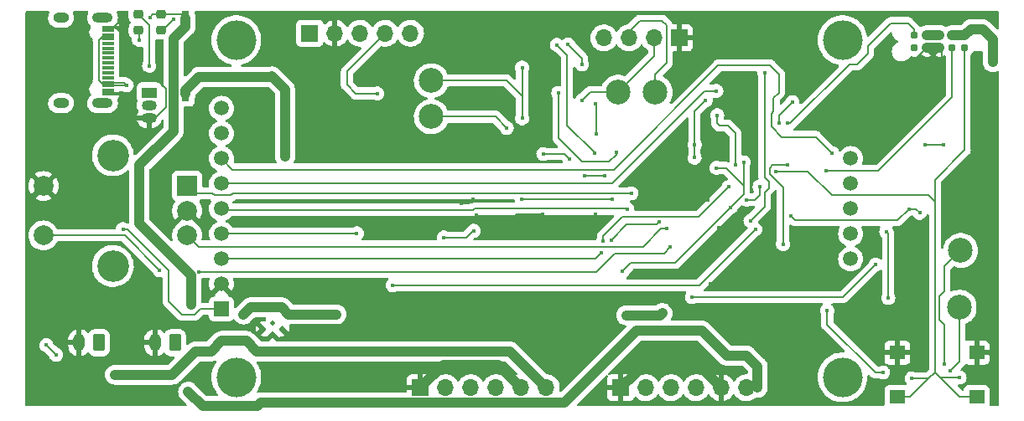
<source format=gbr>
%TF.GenerationSoftware,KiCad,Pcbnew,(6.0.4)*%
%TF.CreationDate,2022-10-13T17:41:33-04:00*%
%TF.ProjectId,ece49022_team44_pcb,65636534-3930-4323-925f-7465616d3434,rev?*%
%TF.SameCoordinates,Original*%
%TF.FileFunction,Copper,L2,Bot*%
%TF.FilePolarity,Positive*%
%FSLAX46Y46*%
G04 Gerber Fmt 4.6, Leading zero omitted, Abs format (unit mm)*
G04 Created by KiCad (PCBNEW (6.0.4)) date 2022-10-13 17:41:33*
%MOMM*%
%LPD*%
G01*
G04 APERTURE LIST*
G04 Aperture macros list*
%AMRoundRect*
0 Rectangle with rounded corners*
0 $1 Rounding radius*
0 $2 $3 $4 $5 $6 $7 $8 $9 X,Y pos of 4 corners*
0 Add a 4 corners polygon primitive as box body*
4,1,4,$2,$3,$4,$5,$6,$7,$8,$9,$2,$3,0*
0 Add four circle primitives for the rounded corners*
1,1,$1+$1,$2,$3*
1,1,$1+$1,$4,$5*
1,1,$1+$1,$6,$7*
1,1,$1+$1,$8,$9*
0 Add four rect primitives between the rounded corners*
20,1,$1+$1,$2,$3,$4,$5,0*
20,1,$1+$1,$4,$5,$6,$7,0*
20,1,$1+$1,$6,$7,$8,$9,0*
20,1,$1+$1,$8,$9,$2,$3,0*%
G04 Aperture macros list end*
%TA.AperFunction,ComponentPad*%
%ADD10R,1.700000X1.700000*%
%TD*%
%TA.AperFunction,ComponentPad*%
%ADD11O,1.700000X1.700000*%
%TD*%
%TA.AperFunction,ComponentPad*%
%ADD12C,0.500000*%
%TD*%
%TA.AperFunction,SMDPad,CuDef*%
%ADD13C,2.500000*%
%TD*%
%TA.AperFunction,SMDPad,CuDef*%
%ADD14RoundRect,0.218750X0.256250X-0.218750X0.256250X0.218750X-0.256250X0.218750X-0.256250X-0.218750X0*%
%TD*%
%TA.AperFunction,ComponentPad*%
%ADD15R,2.000000X2.000000*%
%TD*%
%TA.AperFunction,ComponentPad*%
%ADD16C,2.000000*%
%TD*%
%TA.AperFunction,ComponentPad*%
%ADD17C,3.200000*%
%TD*%
%TA.AperFunction,ConnectorPad*%
%ADD18C,0.787400*%
%TD*%
%TA.AperFunction,SMDPad,CuDef*%
%ADD19R,0.760000X1.600000*%
%TD*%
%TA.AperFunction,ComponentPad*%
%ADD20RoundRect,0.250000X0.350000X0.625000X-0.350000X0.625000X-0.350000X-0.625000X0.350000X-0.625000X0*%
%TD*%
%TA.AperFunction,ComponentPad*%
%ADD21O,1.200000X1.750000*%
%TD*%
%TA.AperFunction,ComponentPad*%
%ADD22R,1.500000X1.050000*%
%TD*%
%TA.AperFunction,ComponentPad*%
%ADD23O,1.500000X1.050000*%
%TD*%
%TA.AperFunction,ComponentPad*%
%ADD24C,4.000000*%
%TD*%
%TA.AperFunction,ComponentPad*%
%ADD25R,1.500000X1.500000*%
%TD*%
%TA.AperFunction,ComponentPad*%
%ADD26C,1.500000*%
%TD*%
%TA.AperFunction,SMDPad,CuDef*%
%ADD27R,1.150000X0.300000*%
%TD*%
%TA.AperFunction,ComponentPad*%
%ADD28O,2.100000X1.000000*%
%TD*%
%TA.AperFunction,ComponentPad*%
%ADD29O,1.600000X1.000000*%
%TD*%
%TA.AperFunction,SMDPad,CuDef*%
%ADD30R,1.600000X1.400000*%
%TD*%
%TA.AperFunction,ViaPad*%
%ADD31C,0.400000*%
%TD*%
%TA.AperFunction,Conductor*%
%ADD32C,1.000000*%
%TD*%
%TA.AperFunction,Conductor*%
%ADD33C,0.200000*%
%TD*%
G04 APERTURE END LIST*
D10*
%TO.P,J2,1,Pin_1*%
%TO.N,GND*%
X74793000Y-53634800D03*
D11*
%TO.P,J2,2,Pin_2*%
%TO.N,unconnected-(J2-Pad2)*%
X77333000Y-53634800D03*
%TO.P,J2,3,Pin_3*%
%TO.N,unconnected-(J2-Pad3)*%
X79873000Y-53634800D03*
%TO.P,J2,4,Pin_4*%
%TO.N,unconnected-(J2-Pad4)*%
X82413000Y-53634800D03*
%TO.P,J2,5,Pin_5*%
%TO.N,GND*%
X84953000Y-53634800D03*
%TO.P,J2,6,Pin_6*%
%TO.N,+3V8*%
X87493000Y-53634800D03*
%TD*%
D10*
%TO.P,J5,1,Pin_1*%
%TO.N,GND*%
X54574600Y-53634800D03*
D11*
%TO.P,J5,2,Pin_2*%
%TO.N,unconnected-(J5-Pad2)*%
X57114600Y-53634800D03*
%TO.P,J5,3,Pin_3*%
%TO.N,unconnected-(J5-Pad3)*%
X59654600Y-53634800D03*
%TO.P,J5,4,Pin_4*%
%TO.N,unconnected-(J5-Pad4)*%
X62194600Y-53634800D03*
%TO.P,J5,5,Pin_5*%
%TO.N,GND*%
X64734600Y-53634800D03*
%TO.P,J5,6,Pin_6*%
%TO.N,+BATT*%
X67274600Y-53634800D03*
%TD*%
D12*
%TO.P,U8,11,PGND*%
%TO.N,GND*%
X38700000Y-47665400D03*
X39650000Y-47090400D03*
X40600000Y-47665400D03*
X39650000Y-48240400D03*
%TD*%
D10*
%TO.P,J4,1,Pin_1*%
%TO.N,GND*%
X80711600Y-18252200D03*
D11*
%TO.P,J4,2,Pin_2*%
%TO.N,/HDC_SCL2*%
X78171600Y-18252200D03*
%TO.P,J4,3,Pin_3*%
%TO.N,/HDC_SDA2*%
X75631600Y-18252200D03*
%TO.P,J4,4,Pin_4*%
%TO.N,+3V3*%
X73091600Y-18252200D03*
%TD*%
D10*
%TO.P,J3,1,Pin_1*%
%TO.N,+3V3*%
X43403600Y-17770000D03*
D11*
%TO.P,J3,2,Pin_2*%
%TO.N,GND*%
X45943600Y-17770000D03*
%TO.P,J3,3,Pin_3*%
%TO.N,/MAX_SCL*%
X48483600Y-17770000D03*
%TO.P,J3,4,Pin_4*%
%TO.N,/MAX_SDA*%
X51023600Y-17770000D03*
%TO.P,J3,5,Pin_5*%
%TO.N,unconnected-(J3-Pad5)*%
X53563600Y-17770000D03*
%TD*%
D13*
%TO.P,TP18,1,1*%
%TO.N,/MAX_SDA2*%
X55667200Y-22570200D03*
%TD*%
D14*
%TO.P,D2,1,K*%
%TO.N,Net-(D1-Pad2)*%
X28387600Y-17464900D03*
%TO.P,D2,2,A*%
%TO.N,+3V8*%
X28387600Y-15889900D03*
%TD*%
D15*
%TO.P,SW1,A,A*%
%TO.N,/PA1*%
X31017790Y-33227400D03*
D16*
%TO.P,SW1,B,B*%
%TO.N,/PA0*%
X31017790Y-38227400D03*
%TO.P,SW1,C,C*%
%TO.N,GND*%
X31017790Y-35727400D03*
D17*
%TO.P,SW1,MP*%
%TO.N,N/C*%
X23517790Y-30127400D03*
X23517790Y-41327400D03*
D16*
%TO.P,SW1,S1,S1*%
%TO.N,/PA2*%
X16517790Y-38227400D03*
%TO.P,SW1,S2,S2*%
%TO.N,GND*%
X16517790Y-33227400D03*
%TD*%
D13*
%TO.P,TP14,1,1*%
%TO.N,/HDC_SDA2*%
X78270000Y-23740000D03*
%TD*%
%TO.P,TP20,1,1*%
%TO.N,/SDA*%
X109007200Y-45481000D03*
%TD*%
D18*
%TO.P,J1,1,Pin_1*%
%TO.N,/NRST*%
X109518190Y-19242800D03*
%TO.P,J1,2,Pin_2*%
%TO.N,/SWDIO_IN*%
X108248190Y-19242800D03*
%TO.P,J1,3,Pin_3*%
%TO.N,GND*%
X106978190Y-19242800D03*
%TO.P,J1,4,Pin_4*%
X105708190Y-19242800D03*
%TO.P,J1,5,Pin_5*%
%TO.N,unconnected-(J1-Pad5)*%
X104438190Y-19242800D03*
%TO.P,J1,6,Pin_6*%
%TO.N,/SWCLK_IN*%
X104438190Y-17972800D03*
%TO.P,J1,7,Pin_7*%
%TO.N,/V3.3_IN*%
X105708190Y-17972800D03*
%TO.P,J1,8,Pin_8*%
X106978190Y-17972800D03*
%TO.P,J1,9,Pin_9*%
%TO.N,/U5V*%
X108248190Y-17972800D03*
%TO.P,J1,10,Pin_10*%
X109518190Y-17972800D03*
%TD*%
D19*
%TO.P,SW3,1,A*%
%TO.N,+3V8*%
X30876800Y-16271000D03*
%TO.P,SW3,2,B*%
%TO.N,/IN3V8*%
X30876800Y-23891000D03*
%TD*%
D13*
%TO.P,TP19,1,1*%
%TO.N,/SCL*%
X109108800Y-39740600D03*
%TD*%
D20*
%TO.P,J8,1,Pin_1*%
%TO.N,+BATT*%
X22123200Y-49076200D03*
D21*
%TO.P,J8,2,Pin_2*%
%TO.N,GND*%
X20123200Y-49076200D03*
%TD*%
D22*
%TO.P,Q2,1,C*%
%TO.N,Net-(D3-Pad2)*%
X27172800Y-23789400D03*
D23*
%TO.P,Q2,2,B*%
%TO.N,Net-(D1-Pad1)*%
X27172800Y-25059400D03*
%TO.P,Q2,3,E*%
%TO.N,GND*%
X27172800Y-26329400D03*
%TD*%
D13*
%TO.P,TP17,1,1*%
%TO.N,/MAX_SCL2*%
X55667200Y-26227800D03*
%TD*%
D24*
%TO.P,U3,*%
%TO.N,*%
X35983600Y-18474200D03*
X97183600Y-52574200D03*
X97183600Y-18474200D03*
X35983600Y-52574200D03*
D25*
%TO.P,U3,1,VCC*%
%TO.N,+3V3*%
X34483600Y-45684200D03*
D26*
%TO.P,U3,2,GND*%
%TO.N,GND*%
X34483600Y-43144200D03*
%TO.P,U3,3,~{CS}*%
%TO.N,/PB8*%
X34483600Y-40604200D03*
%TO.P,U3,4,RESET*%
%TO.N,/PB11*%
X34483600Y-38064200D03*
%TO.P,U3,5,D/~{C}*%
%TO.N,/PB14*%
X34483600Y-35524200D03*
%TO.P,U3,6,MOSI*%
%TO.N,/PB5*%
X34483600Y-32984200D03*
%TO.P,U3,7,SCK*%
%TO.N,/PB3*%
X34483600Y-30444200D03*
%TO.P,U3,8,LED*%
%TO.N,+3V3*%
X34483600Y-27904200D03*
%TO.P,U3,9,MISO*%
%TO.N,unconnected-(U3-Pad9)*%
X34483600Y-25364200D03*
%TO.P,U3,10,SD_CS*%
%TO.N,unconnected-(U3-Pad10)*%
X98003600Y-40604200D03*
%TO.P,U3,11,SD_MOSI*%
%TO.N,unconnected-(U3-Pad11)*%
X98003600Y-38064200D03*
%TO.P,U3,12,SD_MISO*%
%TO.N,unconnected-(U3-Pad12)*%
X98003600Y-35524200D03*
%TO.P,U3,13,SD_SCK*%
%TO.N,unconnected-(U3-Pad13)*%
X98003600Y-32984200D03*
%TO.P,U3,14,FLASH_CD*%
%TO.N,unconnected-(U3-Pad14)*%
X98003600Y-30444200D03*
%TD*%
D14*
%TO.P,D3,1,K*%
%TO.N,Net-(D1-Pad2)*%
X26101600Y-17464900D03*
%TO.P,D3,2,A*%
%TO.N,Net-(D3-Pad2)*%
X26101600Y-15889900D03*
%TD*%
D27*
%TO.P,J6,A1,GND*%
%TO.N,GND*%
X23035000Y-23888200D03*
%TO.P,J6,A4,VBUS*%
%TO.N,+5V*%
X23035000Y-23088200D03*
%TO.P,J6,A5,CC1*%
%TO.N,unconnected-(J6-PadA5)*%
X23035000Y-21788200D03*
%TO.P,J6,A6,D+*%
%TO.N,unconnected-(J6-PadA6)*%
X23035000Y-20788200D03*
%TO.P,J6,A7,D-*%
%TO.N,unconnected-(J6-PadA7)*%
X23035000Y-20288200D03*
%TO.P,J6,A8,SBU1*%
%TO.N,unconnected-(J6-PadA8)*%
X23035000Y-19288200D03*
%TO.P,J6,A9,VBUS*%
%TO.N,+5V*%
X23035000Y-17988200D03*
%TO.P,J6,A12,GND*%
%TO.N,GND*%
X23035000Y-17188200D03*
%TO.P,J6,B1,GND*%
X23035000Y-17488200D03*
%TO.P,J6,B4,VBUS*%
%TO.N,+5V*%
X23035000Y-18288200D03*
%TO.P,J6,B5,CC2*%
%TO.N,unconnected-(J6-PadB5)*%
X23035000Y-18788200D03*
%TO.P,J6,B6,D+*%
%TO.N,unconnected-(J6-PadB6)*%
X23035000Y-19788200D03*
%TO.P,J6,B7,D-*%
%TO.N,unconnected-(J6-PadB7)*%
X23035000Y-21288200D03*
%TO.P,J6,B8,SBU2*%
%TO.N,unconnected-(J6-PadB8)*%
X23035000Y-22288200D03*
%TO.P,J6,B9,VBUS*%
%TO.N,+5V*%
X23035000Y-22788200D03*
%TO.P,J6,B12,GND*%
%TO.N,GND*%
X23035000Y-23588200D03*
D28*
%TO.P,J6,S1,SHIELD*%
%TO.N,unconnected-(J6-PadS1)*%
X22470000Y-24858200D03*
D29*
X18290000Y-16218200D03*
D28*
X22470000Y-16218200D03*
D29*
X18290000Y-24858200D03*
%TD*%
D13*
%TO.P,TP13,1,1*%
%TO.N,/HDC_SCL2*%
X74500000Y-23740000D03*
%TD*%
D20*
%TO.P,J7,1,Pin_1*%
%TO.N,+3V8*%
X29794000Y-49076200D03*
D21*
%TO.P,J7,2,Pin_2*%
%TO.N,GND*%
X27794000Y-49076200D03*
%TD*%
D30*
%TO.P,SW2,1,1*%
%TO.N,GND*%
X110721200Y-50089000D03*
X102721200Y-50089000D03*
%TO.P,SW2,2,2*%
%TO.N,/NRST*%
X102721200Y-54589000D03*
X110721200Y-54589000D03*
%TD*%
D31*
%TO.N,+3V8*%
X31130000Y-54040000D03*
X87490000Y-50380000D03*
%TO.N,/PA0*%
X79452359Y-37568618D03*
%TO.N,GND*%
X83470000Y-25715000D03*
X95180000Y-24805000D03*
X110640000Y-20625000D03*
X94610000Y-22365000D03*
X66910000Y-36095000D03*
X112480000Y-50795000D03*
X24470000Y-16265000D03*
X62437520Y-37967480D03*
X58690000Y-35005000D03*
X72280000Y-38105000D03*
X28140000Y-22665000D03*
X107190000Y-20655000D03*
X59894541Y-34550069D03*
X72280000Y-36094989D03*
X60190000Y-36145000D03*
X83610000Y-34616500D03*
X100040000Y-50475000D03*
X86500000Y-42865000D03*
X84655073Y-37478449D03*
X102350000Y-21965000D03*
X84231888Y-30436942D03*
X93260000Y-24455000D03*
X83840000Y-43115000D03*
X83740000Y-38695000D03*
X94220000Y-26845000D03*
%TO.N,/PA2*%
X28240000Y-41755000D03*
X79770000Y-39425000D03*
X32230000Y-41905000D03*
%TO.N,/NRST*%
X90455000Y-31760000D03*
X109000000Y-52605000D03*
X87460000Y-34615000D03*
X104170000Y-52715000D03*
X88810000Y-33305000D03*
%TO.N,+3V3*%
X73190000Y-32185000D03*
X83360000Y-24555000D03*
X91610000Y-31105000D03*
X104970000Y-35955000D03*
X103880000Y-35555000D03*
X73830000Y-38675000D03*
X91930000Y-36225000D03*
X78670000Y-36888500D03*
X82240000Y-30365000D03*
X69606209Y-30503757D03*
X101280000Y-52105000D03*
X66980000Y-29985000D03*
X82260000Y-29025000D03*
X24530000Y-37595000D03*
X71110000Y-32185000D03*
X91170000Y-39105000D03*
X95640000Y-45835000D03*
%TO.N,+1V8*%
X73930000Y-34605000D03*
X64780000Y-34605000D03*
%TO.N,/IN3V8*%
X36706933Y-46213889D03*
X40910000Y-30255000D03*
%TO.N,Net-(D1-Pad2)*%
X29640000Y-16405000D03*
X26150000Y-18445000D03*
%TO.N,/IN3V8*%
X46108889Y-46213889D03*
%TO.N,+5V*%
X24920000Y-23025000D03*
X16810000Y-49325000D03*
X17790000Y-50305000D03*
%TO.N,Net-(C22-Pad1)*%
X105520000Y-29085000D03*
X107390000Y-29105000D03*
%TO.N,+BATT*%
X23740000Y-52315000D03*
X75360000Y-46305000D03*
X79001311Y-46093689D03*
%TO.N,+3V8*%
X27250000Y-16205000D03*
%TO.N,Net-(D3-Pad2)*%
X27172800Y-21066800D03*
%TO.N,/U5V*%
X112340000Y-20715000D03*
%TO.N,/SWDIO_IN*%
X95520000Y-31705000D03*
%TO.N,/SWCLK_IN*%
X91670000Y-26905000D03*
%TO.N,/MAX_SDA*%
X50190000Y-23865000D03*
%TO.N,/HDC_SCL2*%
X70900000Y-24565000D03*
%TO.N,/SCL*%
X68490000Y-23815000D03*
X84450000Y-31395000D03*
X107470000Y-51255000D03*
X74320000Y-29795000D03*
X74990000Y-41835000D03*
X87210000Y-30835000D03*
X85900000Y-35375000D03*
%TO.N,/MAX_SCL2*%
X63283200Y-27358200D03*
%TO.N,/SDA*%
X68340000Y-18955000D03*
X72140000Y-29885000D03*
X108040000Y-51955000D03*
%TO.N,/MAX_SDA2*%
X64840000Y-21257400D03*
X64840000Y-26395000D03*
%TO.N,/HDC_SCL*%
X72290000Y-27975000D03*
X72270000Y-24895000D03*
%TO.N,/HDC_SDA*%
X70880000Y-20935000D03*
X69480000Y-18925000D03*
%TO.N,/PA5*%
X87890000Y-36735000D03*
X89310000Y-21775000D03*
%TO.N,/PA1*%
X75880000Y-33965000D03*
%TO.N,Net-(R5-Pad1)*%
X86380000Y-31095000D03*
X84540000Y-26065000D03*
%TO.N,/1V8_SDA*%
X56940000Y-38445000D03*
X59950000Y-37755000D03*
%TO.N,+3V8*%
X31480000Y-45265000D03*
%TO.N,Net-(TP2-Pad1)*%
X92120000Y-24755000D03*
X90770000Y-26875000D03*
%TO.N,/PB14*%
X75460000Y-35545000D03*
X100540000Y-41165000D03*
X81990000Y-44475000D03*
%TO.N,/PB8*%
X85680000Y-33335000D03*
X73040000Y-38775000D03*
X72860000Y-40025000D03*
%TO.N,/PB5*%
X84450000Y-23605000D03*
%TO.N,/PB3*%
X96140000Y-29905000D03*
X101800000Y-44565000D03*
X101600000Y-37835000D03*
%TO.N,/PB11*%
X51790000Y-43265000D03*
X88370000Y-37635000D03*
X48150000Y-38025000D03*
%TD*%
D32*
%TO.N,/IN3V8*%
X39580000Y-22145000D02*
X40910000Y-23475000D01*
X40910000Y-23475000D02*
X40910000Y-30255000D01*
X39550000Y-22175000D02*
X39580000Y-22145000D01*
X30876800Y-23528200D02*
X32230000Y-22175000D01*
X32230000Y-22175000D02*
X39550000Y-22175000D01*
X30876800Y-23891000D02*
X30876800Y-23528200D01*
%TO.N,+3V8*%
X69148689Y-55111311D02*
X62681311Y-55111311D01*
X38090000Y-55490000D02*
X32580000Y-55490000D01*
X38470000Y-55110000D02*
X38090000Y-55490000D01*
X42351311Y-55111311D02*
X42350000Y-55110000D01*
X42350000Y-55110000D02*
X38470000Y-55110000D01*
X62681311Y-55111311D02*
X42351311Y-55111311D01*
X32580000Y-55490000D02*
X31130000Y-54040000D01*
X71230000Y-53030000D02*
X69148689Y-55111311D01*
X76430000Y-47830000D02*
X71230000Y-53030000D01*
X82950000Y-47830000D02*
X76430000Y-47830000D01*
X83570000Y-48450000D02*
X82950000Y-47830000D01*
X85500000Y-50380000D02*
X83570000Y-48450000D01*
X87490000Y-50380000D02*
X85500000Y-50380000D01*
X88619519Y-51509519D02*
X88619519Y-53634800D01*
X87490000Y-50380000D02*
X88619519Y-51509519D01*
X31453068Y-42296932D02*
X31453068Y-45238068D01*
X26210000Y-37053864D02*
X31453068Y-42296932D01*
X26210000Y-31130000D02*
X26210000Y-37053864D01*
X29660000Y-27680000D02*
X26210000Y-31130000D01*
X29660000Y-18311860D02*
X29660000Y-27680000D01*
X30876800Y-17095060D02*
X29660000Y-18311860D01*
X30876800Y-16271000D02*
X30876800Y-17095060D01*
D33*
X30495700Y-15889900D02*
X30645915Y-16040115D01*
X28387600Y-15889900D02*
X30495700Y-15889900D01*
%TO.N,/PA0*%
X77040000Y-39365000D02*
X78840000Y-37565000D01*
X79448741Y-37565000D02*
X79452359Y-37568618D01*
X78840000Y-37565000D02*
X79448741Y-37565000D01*
X32155390Y-39365000D02*
X77040000Y-39365000D01*
X31017790Y-38227400D02*
X32155390Y-39365000D01*
%TO.N,GND*%
X86250000Y-43115000D02*
X83840000Y-43115000D01*
X58690000Y-35005000D02*
X59439610Y-35005000D01*
X111774000Y-50089000D02*
X112480000Y-50795000D01*
D32*
X105708190Y-19242800D02*
X106978190Y-19242800D01*
D33*
X23035000Y-17188200D02*
X23546800Y-17188200D01*
X28860000Y-25225000D02*
X27755600Y-26329400D01*
D32*
X76269511Y-51815489D02*
X77390000Y-50695000D01*
D33*
X94220000Y-26845000D02*
X95180000Y-25885000D01*
X95180000Y-25885000D02*
X95180000Y-24805000D01*
X28140000Y-22665000D02*
X28860000Y-23385000D01*
X83470000Y-29675054D02*
X84231888Y-30436942D01*
X62437520Y-37967480D02*
X63580000Y-36825000D01*
X83610000Y-29815054D02*
X83610000Y-34616500D01*
X112310000Y-36515000D02*
X110640000Y-34845000D01*
X100040000Y-50475000D02*
X100426000Y-50089000D01*
X94610000Y-23105000D02*
X94610000Y-22365000D01*
X72280000Y-36094989D02*
X72280000Y-38105000D01*
X100426000Y-50089000D02*
X102721200Y-50089000D01*
X107190000Y-20655000D02*
X107190000Y-19454610D01*
X83470000Y-29675054D02*
X83610000Y-29815054D01*
X23546800Y-17188200D02*
X24470000Y-16265000D01*
X84655073Y-37779927D02*
X83740000Y-38695000D01*
X110640000Y-34845000D02*
X110640000Y-20625000D01*
D32*
X56884400Y-51325000D02*
X54574600Y-53634800D01*
D33*
X84655073Y-37478449D02*
X84655073Y-37779927D01*
X63580000Y-36825000D02*
X64310000Y-36095000D01*
D32*
X77390000Y-50695000D02*
X82013200Y-50695000D01*
D33*
X110721200Y-41863800D02*
X112310000Y-40275000D01*
X27755600Y-26329400D02*
X27172800Y-26329400D01*
X64310000Y-36095000D02*
X66910000Y-36095000D01*
X93260000Y-24455000D02*
X94610000Y-23105000D01*
X107190000Y-19454610D02*
X106978190Y-19242800D01*
D32*
X62424800Y-51325000D02*
X56884400Y-51325000D01*
X82013200Y-50695000D02*
X84953000Y-53634800D01*
X74793000Y-53634800D02*
X76269511Y-52158289D01*
D33*
X83470000Y-25715000D02*
X83470000Y-29675054D01*
X102985990Y-21965000D02*
X105708190Y-19242800D01*
X110721200Y-50089000D02*
X110721200Y-41863800D01*
X59439610Y-35005000D02*
X59894541Y-34550069D01*
X63580000Y-36825000D02*
X60870000Y-36825000D01*
D32*
X64734600Y-53634800D02*
X62424800Y-51325000D01*
X76269511Y-52158289D02*
X76269511Y-51815489D01*
D33*
X86500000Y-42865000D02*
X86250000Y-43115000D01*
X112310000Y-40275000D02*
X112310000Y-36515000D01*
X110721200Y-50089000D02*
X111774000Y-50089000D01*
X28860000Y-23385000D02*
X28860000Y-25225000D01*
X102350000Y-21965000D02*
X102985990Y-21965000D01*
X60870000Y-36825000D02*
X60190000Y-36145000D01*
%TO.N,/PA2*%
X32230000Y-41905000D02*
X72300000Y-41905000D01*
X24712400Y-38227400D02*
X28240000Y-41755000D01*
X72300000Y-41905000D02*
X74150000Y-40055000D01*
X74150000Y-40055000D02*
X79140000Y-40055000D01*
X79140000Y-40055000D02*
X79770000Y-39425000D01*
X16517790Y-38227400D02*
X24712400Y-38227400D01*
%TO.N,/NRST*%
X105890000Y-52705000D02*
X104180000Y-52705000D01*
X93670000Y-31745000D02*
X90470000Y-31745000D01*
X106510000Y-32605000D02*
X106510000Y-34845000D01*
X106510000Y-52085000D02*
X105890000Y-52705000D01*
X108980000Y-52625000D02*
X109000000Y-52605000D01*
X106510000Y-52085000D02*
X107050000Y-52625000D01*
X104180000Y-52705000D02*
X104170000Y-52715000D01*
X90470000Y-31745000D02*
X90455000Y-31760000D01*
X107050000Y-52625000D02*
X109014000Y-54589000D01*
X109518190Y-19242800D02*
X109518190Y-29596810D01*
X88360000Y-34615000D02*
X88810000Y-34165000D01*
X104006000Y-54589000D02*
X102721200Y-54589000D01*
X88810000Y-34165000D02*
X88810000Y-33305000D01*
X105820000Y-34155000D02*
X106510000Y-34845000D01*
X96080000Y-34155000D02*
X105820000Y-34155000D01*
X107050000Y-52625000D02*
X108980000Y-52625000D01*
X109518190Y-29596810D02*
X106510000Y-32605000D01*
X87460000Y-34615000D02*
X88360000Y-34615000D01*
X109014000Y-54589000D02*
X110721200Y-54589000D01*
X106510000Y-34845000D02*
X106510000Y-52085000D01*
X105890000Y-52705000D02*
X104006000Y-54589000D01*
X93670000Y-31745000D02*
X96080000Y-34155000D01*
%TO.N,+3V3*%
X66980000Y-29985000D02*
X69087452Y-29985000D01*
X78670000Y-36888500D02*
X78453500Y-37105000D01*
X82250000Y-30355000D02*
X82240000Y-30365000D01*
X92380000Y-36675000D02*
X102760000Y-36675000D01*
X82250000Y-29425000D02*
X82250000Y-29035000D01*
X29120000Y-44875000D02*
X29120000Y-41735000D01*
X24980000Y-37595000D02*
X24530000Y-37595000D01*
X29120000Y-41735000D02*
X24980000Y-37595000D01*
X91170000Y-33345000D02*
X89830000Y-32005000D01*
X32340800Y-45684200D02*
X31770000Y-46255000D01*
X82250000Y-29425000D02*
X82250000Y-25665000D01*
X91170000Y-39105000D02*
X91170000Y-33345000D01*
X31770000Y-46255000D02*
X30500000Y-46255000D01*
X100480000Y-52105000D02*
X95640000Y-47265000D01*
X82250000Y-25665000D02*
X83360000Y-24555000D01*
X75400000Y-37105000D02*
X73830000Y-38675000D01*
X71110000Y-32185000D02*
X73190000Y-32185000D01*
X91590000Y-31085000D02*
X91610000Y-31105000D01*
X89830000Y-31395000D02*
X90140000Y-31085000D01*
X104970000Y-35955000D02*
X104570000Y-35555000D01*
X102760000Y-36675000D02*
X103880000Y-35555000D01*
X78453500Y-37105000D02*
X75400000Y-37105000D01*
X89830000Y-32005000D02*
X89830000Y-31395000D01*
X34483600Y-45684200D02*
X32340800Y-45684200D01*
X95640000Y-47265000D02*
X95640000Y-45835000D01*
X82250000Y-29035000D02*
X82260000Y-29025000D01*
X104570000Y-35555000D02*
X103880000Y-35555000D01*
X91930000Y-36225000D02*
X92380000Y-36675000D01*
X82250000Y-29425000D02*
X82250000Y-30355000D01*
X30500000Y-46255000D02*
X29120000Y-44875000D01*
X101280000Y-52105000D02*
X100480000Y-52105000D01*
X90140000Y-31085000D02*
X91590000Y-31085000D01*
X69087452Y-29985000D02*
X69606209Y-30503757D01*
%TO.N,+1V8*%
X73930000Y-34605000D02*
X64780000Y-34605000D01*
D32*
%TO.N,/IN3V8*%
X41288889Y-46213889D02*
X46108889Y-46213889D01*
D33*
%TO.N,Net-(D1-Pad2)*%
X28387600Y-17464900D02*
X28580100Y-17464900D01*
D32*
%TO.N,/IN3V8*%
X37405822Y-45515000D02*
X36706933Y-46213889D01*
D33*
%TO.N,Net-(D1-Pad2)*%
X26150000Y-17513300D02*
X26101600Y-17464900D01*
X26150000Y-18445000D02*
X26150000Y-17513300D01*
D32*
%TO.N,/IN3V8*%
X40590000Y-45515000D02*
X37405822Y-45515000D01*
D33*
%TO.N,Net-(D1-Pad2)*%
X28580100Y-17464900D02*
X29640000Y-16405000D01*
D32*
%TO.N,/IN3V8*%
X40590000Y-45515000D02*
X41288889Y-46213889D01*
D33*
%TO.N,+5V*%
X24920000Y-23025000D02*
X23098200Y-23025000D01*
X23035000Y-22788200D02*
X24683200Y-22788200D01*
X22090000Y-22568200D02*
X22090000Y-18482118D01*
X23035000Y-18288200D02*
X22310000Y-18288200D01*
X16810000Y-49325000D02*
X17790000Y-50305000D01*
X23098200Y-23025000D02*
X23035000Y-23088200D01*
X22310000Y-18288200D02*
X22233489Y-18364711D01*
X22090000Y-18482118D02*
X22583918Y-17988200D01*
X24683200Y-22788200D02*
X24920000Y-23025000D01*
X22610000Y-17988200D02*
X22233489Y-18364711D01*
X22583918Y-17988200D02*
X23035000Y-17988200D01*
X23035000Y-23088200D02*
X22610000Y-23088200D01*
X23035000Y-17988200D02*
X22610000Y-17988200D01*
X22610000Y-23088200D02*
X22090000Y-22568200D01*
%TO.N,Net-(C22-Pad1)*%
X107370000Y-29085000D02*
X107390000Y-29105000D01*
X105520000Y-29085000D02*
X107370000Y-29085000D01*
D32*
%TO.N,+BATT*%
X75360000Y-46305000D02*
X78790000Y-46305000D01*
X78790000Y-46305000D02*
X79001311Y-46093689D01*
X33457311Y-49947689D02*
X34496480Y-48908520D01*
X31878733Y-49947689D02*
X33457311Y-49947689D01*
X38037311Y-49947689D02*
X63587489Y-49947689D01*
X23740000Y-52315000D02*
X29511422Y-52315000D01*
X36998142Y-48908520D02*
X38037311Y-49947689D01*
X63587489Y-49947689D02*
X67274600Y-53634800D01*
X29511422Y-52315000D02*
X31878733Y-49947689D01*
X34496480Y-48908520D02*
X36998142Y-48908520D01*
D33*
%TO.N,+3V8*%
X27565100Y-15889900D02*
X27250000Y-16205000D01*
X28387600Y-15889900D02*
X27565100Y-15889900D01*
%TO.N,Net-(D3-Pad2)*%
X27172800Y-16961100D02*
X27172800Y-21066800D01*
X26101600Y-15889900D02*
X27172800Y-16961100D01*
D32*
%TO.N,/U5V*%
X108248190Y-17972800D02*
X109518190Y-17972800D01*
X112340000Y-18385000D02*
X112340000Y-20715000D01*
X109518190Y-17972800D02*
X110128011Y-17362979D01*
X111317979Y-17362979D02*
X112340000Y-18385000D01*
X110128011Y-17362979D02*
X111317979Y-17362979D01*
D33*
%TO.N,/SWDIO_IN*%
X108248190Y-24266810D02*
X100800000Y-31715000D01*
X108248190Y-19242800D02*
X108248190Y-24266810D01*
X95530000Y-31715000D02*
X95520000Y-31705000D01*
X100800000Y-31715000D02*
X95530000Y-31715000D01*
%TO.N,/SWCLK_IN*%
X91670000Y-26905000D02*
X91901563Y-26905000D01*
X104438190Y-17403190D02*
X104438190Y-17972800D01*
X102059584Y-16746979D02*
X103781979Y-16746979D01*
X98644219Y-20930781D02*
X99750781Y-19824219D01*
X99750781Y-19824219D02*
X99750781Y-19055781D01*
X99750781Y-19055781D02*
X102059584Y-16746979D01*
X91901563Y-26905000D02*
X97875781Y-20930781D01*
X97875781Y-20930781D02*
X98644219Y-20930781D01*
X103781979Y-16746979D02*
X104438190Y-17403190D01*
D32*
%TO.N,/V3.3_IN*%
X106978190Y-17972800D02*
X105708190Y-17972800D01*
D33*
%TO.N,/MAX_SDA*%
X47150000Y-22975000D02*
X47150000Y-21643600D01*
X50190000Y-23865000D02*
X48040000Y-23865000D01*
X48040000Y-23865000D02*
X47150000Y-22975000D01*
X47150000Y-21643600D02*
X51023600Y-17770000D01*
%TO.N,/HDC_SCL2*%
X78171600Y-18252200D02*
X78171600Y-20081000D01*
X78171600Y-20081000D02*
X74514000Y-23738600D01*
X71726400Y-23738600D02*
X70900000Y-24565000D01*
X74514000Y-23738600D02*
X71726400Y-23738600D01*
%TO.N,/HDC_SDA2*%
X76710000Y-16515000D02*
X75631600Y-17593400D01*
X79410000Y-16975000D02*
X78950000Y-16515000D01*
X78273200Y-23738600D02*
X78273200Y-21941800D01*
X75631600Y-17593400D02*
X75631600Y-18252200D01*
X79410000Y-20805000D02*
X79410000Y-16975000D01*
X78950000Y-16515000D02*
X76710000Y-16515000D01*
X78273200Y-21941800D02*
X79410000Y-20805000D01*
%TO.N,/SCL*%
X87210000Y-34065000D02*
X85900000Y-35375000D01*
X107470000Y-47285000D02*
X107470000Y-51255000D01*
X109108800Y-39740600D02*
X107470000Y-41379400D01*
X107470000Y-41379400D02*
X107470000Y-43865000D01*
X74320000Y-30055000D02*
X74320000Y-29795000D01*
X85430000Y-31395000D02*
X84450000Y-31395000D01*
X106963520Y-44371480D02*
X106963520Y-46778520D01*
X70900000Y-30775000D02*
X73600000Y-30775000D01*
X68490000Y-28365000D02*
X70900000Y-30775000D01*
X87210000Y-33175000D02*
X85430000Y-31395000D01*
X87210000Y-30835000D02*
X87210000Y-33175000D01*
X87210000Y-33175000D02*
X87210000Y-34065000D01*
X106963520Y-46778520D02*
X107470000Y-47285000D01*
X107470000Y-43865000D02*
X106963520Y-44371480D01*
X75800000Y-41025000D02*
X74990000Y-41835000D01*
X85900000Y-35375000D02*
X80250000Y-41025000D01*
X80250000Y-41025000D02*
X75800000Y-41025000D01*
X73600000Y-30775000D02*
X74320000Y-30055000D01*
X68490000Y-23815000D02*
X68490000Y-28365000D01*
%TO.N,/MAX_SCL2*%
X55667200Y-26227800D02*
X62152800Y-26227800D01*
X62152800Y-26227800D02*
X63283200Y-27358200D01*
%TO.N,/SDA*%
X109007200Y-50987800D02*
X108040000Y-51955000D01*
X69380000Y-27095000D02*
X72140000Y-29855000D01*
X68340000Y-18955000D02*
X69380000Y-19995000D01*
X109007200Y-45481000D02*
X109007200Y-50987800D01*
X72140000Y-29855000D02*
X72140000Y-29885000D01*
X69380000Y-19995000D02*
X69380000Y-27095000D01*
%TO.N,/MAX_SDA2*%
X64840000Y-21257400D02*
X64840000Y-24135000D01*
X63275200Y-22570200D02*
X55667200Y-22570200D01*
X64840000Y-24135000D02*
X63275200Y-22570200D01*
X64840000Y-24135000D02*
X64840000Y-26395000D01*
%TO.N,/HDC_SCL*%
X72290000Y-27975000D02*
X72290000Y-24915000D01*
X72290000Y-24915000D02*
X72270000Y-24895000D01*
%TO.N,/HDC_SDA*%
X70880000Y-20325000D02*
X70880000Y-20935000D01*
X69480000Y-18925000D02*
X70880000Y-20325000D01*
%TO.N,/PA5*%
X89760000Y-33435000D02*
X89760000Y-32805000D01*
X89310000Y-32355000D02*
X89310000Y-21775000D01*
X89310000Y-33885000D02*
X89760000Y-33435000D01*
X89310000Y-35315000D02*
X89310000Y-33885000D01*
X87890000Y-36735000D02*
X89310000Y-35315000D01*
X89760000Y-32805000D02*
X89310000Y-32355000D01*
%TO.N,/PA1*%
X35674289Y-33960711D02*
X75935711Y-33960711D01*
X31751101Y-33960711D02*
X33585711Y-33960711D01*
X33810000Y-34185000D02*
X35450000Y-34185000D01*
X33585711Y-33960711D02*
X33810000Y-34185000D01*
X35450000Y-34185000D02*
X35674289Y-33960711D01*
X31017790Y-33227400D02*
X31751101Y-33960711D01*
%TO.N,Net-(R5-Pad1)*%
X84770000Y-27135000D02*
X84540000Y-26905000D01*
X84540000Y-26905000D02*
X84540000Y-26065000D01*
X85610000Y-27135000D02*
X84770000Y-27135000D01*
X86380000Y-31095000D02*
X86380000Y-27905000D01*
X86380000Y-27905000D02*
X85610000Y-27135000D01*
%TO.N,/1V8_SDA*%
X59167216Y-38445000D02*
X56940000Y-38445000D01*
X59857216Y-37755000D02*
X59167216Y-38445000D01*
X59950000Y-37755000D02*
X59857216Y-37755000D01*
%TO.N,Net-(TP2-Pad1)*%
X90770000Y-26105000D02*
X90770000Y-26875000D01*
X92120000Y-24755000D02*
X90770000Y-26105000D01*
%TO.N,/PB14*%
X59917216Y-35635000D02*
X60010727Y-35541489D01*
X100540000Y-41165000D02*
X97230000Y-44475000D01*
X81990000Y-44475000D02*
X97230000Y-44475000D01*
X60010727Y-35541489D02*
X75456489Y-35541489D01*
X34594400Y-35635000D02*
X59917216Y-35635000D01*
X34483600Y-35524200D02*
X34594400Y-35635000D01*
X75456489Y-35541489D02*
X75460000Y-35545000D01*
%TO.N,/PB8*%
X34483600Y-40604200D02*
X72280800Y-40604200D01*
X73040000Y-38775000D02*
X73040000Y-38275000D01*
X73040000Y-38275000D02*
X74980000Y-36335000D01*
X82680000Y-36335000D02*
X85680000Y-33335000D01*
X74980000Y-36335000D02*
X82680000Y-36335000D01*
X72280800Y-40604200D02*
X72860000Y-40025000D01*
%TO.N,/PB5*%
X84450000Y-23605000D02*
X83270000Y-23605000D01*
X83270000Y-23605000D02*
X73890800Y-32984200D01*
X73890800Y-32984200D02*
X34483600Y-32984200D01*
%TO.N,/PB3*%
X101800000Y-44565000D02*
X101800000Y-38035000D01*
X74100000Y-31565000D02*
X35604400Y-31565000D01*
X90220000Y-24315000D02*
X90750000Y-23785000D01*
X90220000Y-25715000D02*
X90220000Y-24315000D01*
X94500000Y-28265000D02*
X91050000Y-28265000D01*
X91050000Y-28265000D02*
X89980000Y-27195000D01*
X90750000Y-23785000D02*
X90750000Y-21915000D01*
X89980000Y-25955000D02*
X90220000Y-25715000D01*
X35604400Y-31565000D02*
X34483600Y-30444200D01*
X89980000Y-27195000D02*
X89980000Y-25955000D01*
X84620000Y-21045000D02*
X74100000Y-31565000D01*
X101800000Y-38035000D02*
X101600000Y-37835000D01*
X89880000Y-21045000D02*
X84620000Y-21045000D01*
X90750000Y-21915000D02*
X89880000Y-21045000D01*
X96140000Y-29905000D02*
X94500000Y-28265000D01*
%TO.N,/PB11*%
X51790000Y-43265000D02*
X82740000Y-43265000D01*
X48110800Y-38064200D02*
X48150000Y-38025000D01*
X82740000Y-43265000D02*
X88370000Y-37635000D01*
X34483600Y-38064200D02*
X48110800Y-38064200D01*
%TD*%
%TA.AperFunction,Conductor*%
%TO.N,GND*%
G36*
X17070439Y-15553502D02*
G01*
X17116932Y-15607158D01*
X17127036Y-15677432D01*
X17113154Y-15719429D01*
X17055802Y-15825499D01*
X16997318Y-16014432D01*
X16996674Y-16020557D01*
X16996674Y-16020558D01*
X16982337Y-16156972D01*
X16976645Y-16211125D01*
X16977204Y-16217265D01*
X16991166Y-16370680D01*
X16994570Y-16408088D01*
X16996308Y-16413994D01*
X16996309Y-16413998D01*
X17014667Y-16476373D01*
X17050410Y-16597819D01*
X17053263Y-16603277D01*
X17053265Y-16603281D01*
X17092978Y-16679243D01*
X17142040Y-16773090D01*
X17265968Y-16927225D01*
X17270692Y-16931189D01*
X17274363Y-16934269D01*
X17417474Y-17054354D01*
X17422872Y-17057321D01*
X17422877Y-17057325D01*
X17563093Y-17134408D01*
X17590787Y-17149633D01*
X17596654Y-17151494D01*
X17596656Y-17151495D01*
X17754484Y-17201561D01*
X17779306Y-17209435D01*
X17933227Y-17226700D01*
X18639769Y-17226700D01*
X18642825Y-17226400D01*
X18642832Y-17226400D01*
X18701340Y-17220663D01*
X18786833Y-17212280D01*
X18792734Y-17210498D01*
X18792736Y-17210498D01*
X18874645Y-17185768D01*
X18976169Y-17155116D01*
X19150796Y-17062266D01*
X19253970Y-16978119D01*
X19299287Y-16941160D01*
X19299290Y-16941157D01*
X19304062Y-16937265D01*
X19309092Y-16931185D01*
X19426201Y-16789625D01*
X19426203Y-16789621D01*
X19430130Y-16784875D01*
X19524198Y-16610901D01*
X19582682Y-16421968D01*
X19583520Y-16413998D01*
X19602711Y-16231404D01*
X19602711Y-16231402D01*
X19603355Y-16225275D01*
X19593130Y-16112925D01*
X19585989Y-16034451D01*
X19585988Y-16034448D01*
X19585430Y-16028312D01*
X19578936Y-16006245D01*
X19531330Y-15844494D01*
X19529590Y-15838581D01*
X19526735Y-15833120D01*
X19526733Y-15833115D01*
X19466487Y-15717875D01*
X19452653Y-15648240D01*
X19478663Y-15582179D01*
X19536259Y-15540667D01*
X19578149Y-15533500D01*
X20932318Y-15533500D01*
X21000439Y-15553502D01*
X21046932Y-15607158D01*
X21057036Y-15677432D01*
X21043154Y-15719429D01*
X20985802Y-15825499D01*
X20927318Y-16014432D01*
X20926674Y-16020557D01*
X20926674Y-16020558D01*
X20912337Y-16156972D01*
X20906645Y-16211125D01*
X20907204Y-16217265D01*
X20921166Y-16370680D01*
X20924570Y-16408088D01*
X20926308Y-16413994D01*
X20926309Y-16413998D01*
X20944667Y-16476373D01*
X20980410Y-16597819D01*
X20983263Y-16603277D01*
X20983265Y-16603281D01*
X21022978Y-16679243D01*
X21072040Y-16773090D01*
X21195968Y-16927225D01*
X21271933Y-16990967D01*
X21311259Y-17050077D01*
X21312385Y-17121064D01*
X21295153Y-17158311D01*
X21260409Y-17209435D01*
X21229723Y-17254588D01*
X21162470Y-17422734D01*
X21161356Y-17429462D01*
X21161355Y-17429466D01*
X21134531Y-17591495D01*
X21132892Y-17601398D01*
X21133249Y-17608215D01*
X21133249Y-17608219D01*
X21140120Y-17739315D01*
X21142370Y-17782247D01*
X21144181Y-17788820D01*
X21144181Y-17788823D01*
X21188648Y-17950259D01*
X21190461Y-17956841D01*
X21274922Y-18117036D01*
X21279327Y-18122249D01*
X21279330Y-18122253D01*
X21387406Y-18250143D01*
X21387410Y-18250147D01*
X21391813Y-18255357D01*
X21397236Y-18259504D01*
X21397238Y-18259505D01*
X21437743Y-18290473D01*
X21479711Y-18347737D01*
X21486136Y-18407014D01*
X21481500Y-18442231D01*
X21481500Y-18442238D01*
X21477509Y-18472558D01*
X21476250Y-18482118D01*
X21480193Y-18512065D01*
X21480422Y-18513808D01*
X21481500Y-18530254D01*
X21481500Y-22520064D01*
X21480422Y-22536507D01*
X21476250Y-22568200D01*
X21481500Y-22608080D01*
X21481500Y-22608085D01*
X21488895Y-22664251D01*
X21477956Y-22734398D01*
X21450548Y-22772242D01*
X21406618Y-22813785D01*
X21365607Y-22852568D01*
X21331515Y-22884807D01*
X21327683Y-22890445D01*
X21327680Y-22890449D01*
X21236921Y-23023996D01*
X21229723Y-23034588D01*
X21162470Y-23202734D01*
X21161356Y-23209462D01*
X21161355Y-23209466D01*
X21134007Y-23374661D01*
X21132892Y-23381398D01*
X21133249Y-23388215D01*
X21133249Y-23388219D01*
X21137615Y-23471523D01*
X21142370Y-23562247D01*
X21144181Y-23568820D01*
X21144181Y-23568823D01*
X21165176Y-23645043D01*
X21190461Y-23736841D01*
X21274922Y-23897036D01*
X21279331Y-23902253D01*
X21285129Y-23909114D01*
X21313822Y-23974053D01*
X21302852Y-24044197D01*
X21268529Y-24088087D01*
X21267777Y-24088700D01*
X21210713Y-24135240D01*
X21210710Y-24135243D01*
X21205938Y-24139135D01*
X21202011Y-24143882D01*
X21202009Y-24143884D01*
X21083799Y-24286775D01*
X21083797Y-24286779D01*
X21079870Y-24291525D01*
X20985802Y-24465499D01*
X20927318Y-24654432D01*
X20926674Y-24660557D01*
X20926674Y-24660558D01*
X20909264Y-24826210D01*
X20906645Y-24851125D01*
X20911111Y-24900201D01*
X20923987Y-25041677D01*
X20924570Y-25048088D01*
X20926308Y-25053994D01*
X20926309Y-25053998D01*
X20957249Y-25159124D01*
X20980410Y-25237819D01*
X20983263Y-25243277D01*
X20983265Y-25243281D01*
X20999678Y-25274675D01*
X21072040Y-25413090D01*
X21195968Y-25567225D01*
X21200692Y-25571189D01*
X21207933Y-25577265D01*
X21347474Y-25694354D01*
X21352872Y-25697321D01*
X21352877Y-25697325D01*
X21468660Y-25760976D01*
X21520787Y-25789633D01*
X21526654Y-25791494D01*
X21526656Y-25791495D01*
X21652976Y-25831566D01*
X21709306Y-25849435D01*
X21863227Y-25866700D01*
X23069769Y-25866700D01*
X23072825Y-25866400D01*
X23072832Y-25866400D01*
X23131340Y-25860663D01*
X23216833Y-25852280D01*
X23222734Y-25850498D01*
X23222736Y-25850498D01*
X23326482Y-25819175D01*
X23406169Y-25795116D01*
X23580796Y-25702266D01*
X23682522Y-25619300D01*
X23729287Y-25581160D01*
X23729290Y-25581157D01*
X23734062Y-25577265D01*
X23765745Y-25538967D01*
X23856201Y-25429625D01*
X23856203Y-25429621D01*
X23860130Y-25424875D01*
X23954198Y-25250901D01*
X24012682Y-25061968D01*
X24025531Y-24939720D01*
X24032711Y-24871404D01*
X24032711Y-24871402D01*
X24033355Y-24865275D01*
X24025051Y-24774031D01*
X24015989Y-24674451D01*
X24015988Y-24674448D01*
X24015430Y-24668312D01*
X24013148Y-24660558D01*
X23964805Y-24496299D01*
X23964761Y-24425303D01*
X23984853Y-24385160D01*
X24054786Y-24291848D01*
X24063324Y-24276254D01*
X24108478Y-24155806D01*
X24112105Y-24140551D01*
X24117631Y-24089686D01*
X24118000Y-24082872D01*
X24118000Y-24056315D01*
X24113525Y-24041076D01*
X24112135Y-24039871D01*
X24104452Y-24038200D01*
X23654058Y-24038200D01*
X23593886Y-24019574D01*
X23592527Y-24022046D01*
X23521711Y-23983115D01*
X23471652Y-23932770D01*
X23456758Y-23863353D01*
X23481759Y-23796904D01*
X23538715Y-23754519D01*
X23582411Y-23746700D01*
X23658134Y-23746700D01*
X23672679Y-23745120D01*
X23720316Y-23739945D01*
X23720353Y-23740288D01*
X23738164Y-23738200D01*
X24099885Y-23738200D01*
X24115124Y-23733725D01*
X24116670Y-23731941D01*
X24150272Y-23670404D01*
X24212585Y-23636379D01*
X24239367Y-23633500D01*
X24523814Y-23633500D01*
X24583936Y-23648769D01*
X24657268Y-23688585D01*
X24823139Y-23732101D01*
X24910586Y-23733474D01*
X24987003Y-23734675D01*
X24987006Y-23734675D01*
X24994602Y-23734794D01*
X25002006Y-23733098D01*
X25002008Y-23733098D01*
X25064846Y-23718706D01*
X25161759Y-23696510D01*
X25314958Y-23619459D01*
X25320729Y-23614530D01*
X25320732Y-23614528D01*
X25439578Y-23513023D01*
X25445355Y-23508089D01*
X25528042Y-23393019D01*
X25540992Y-23374998D01*
X25540993Y-23374997D01*
X25545424Y-23368830D01*
X25609385Y-23209720D01*
X25612312Y-23189153D01*
X25632966Y-23044031D01*
X25632966Y-23044027D01*
X25633547Y-23039947D01*
X25633704Y-23025000D01*
X25627867Y-22976767D01*
X25614015Y-22862299D01*
X25614014Y-22862296D01*
X25613102Y-22854758D01*
X25608337Y-22842146D01*
X25555171Y-22701447D01*
X25552487Y-22694344D01*
X25493202Y-22608084D01*
X25459659Y-22559278D01*
X25459658Y-22559276D01*
X25455357Y-22553019D01*
X25436828Y-22536510D01*
X25332993Y-22443996D01*
X25332990Y-22443994D01*
X25327321Y-22438943D01*
X25175769Y-22358700D01*
X25153392Y-22353079D01*
X25122678Y-22345364D01*
X25076670Y-22323122D01*
X25046515Y-22299983D01*
X24990076Y-22256676D01*
X24842051Y-22195362D01*
X24833864Y-22194284D01*
X24833863Y-22194284D01*
X24822658Y-22192809D01*
X24791462Y-22188702D01*
X24723085Y-22179700D01*
X24723082Y-22179700D01*
X24723074Y-22179699D01*
X24691389Y-22175528D01*
X24683200Y-22174450D01*
X24651507Y-22178622D01*
X24635064Y-22179700D01*
X24241291Y-22179700D01*
X24173170Y-22159698D01*
X24126677Y-22106042D01*
X24116028Y-22067309D01*
X24114344Y-22051809D01*
X24114344Y-22024593D01*
X24118131Y-21989733D01*
X24118131Y-21989729D01*
X24118500Y-21986334D01*
X24118500Y-21590066D01*
X24114344Y-21551806D01*
X24114344Y-21524593D01*
X24118131Y-21489733D01*
X24118131Y-21489729D01*
X24118500Y-21486334D01*
X24118500Y-21090066D01*
X24117597Y-21081747D01*
X24114344Y-21051807D01*
X24114344Y-21024593D01*
X24118131Y-20989733D01*
X24118131Y-20989729D01*
X24118500Y-20986334D01*
X24118500Y-20590066D01*
X24118116Y-20586526D01*
X24114344Y-20551807D01*
X24114344Y-20524593D01*
X24118131Y-20489733D01*
X24118131Y-20489729D01*
X24118500Y-20486334D01*
X24118500Y-20090066D01*
X24114344Y-20051806D01*
X24114344Y-20024593D01*
X24118131Y-19989733D01*
X24118131Y-19989729D01*
X24118500Y-19986334D01*
X24118500Y-19590066D01*
X24118012Y-19585568D01*
X24114344Y-19551807D01*
X24114344Y-19524593D01*
X24118131Y-19489733D01*
X24118131Y-19489729D01*
X24118500Y-19486334D01*
X24118500Y-19090066D01*
X24117851Y-19084085D01*
X24114344Y-19051807D01*
X24114344Y-19024593D01*
X24118131Y-18989733D01*
X24118131Y-18989729D01*
X24118500Y-18986334D01*
X24118500Y-18590066D01*
X24114344Y-18551806D01*
X24114344Y-18524593D01*
X24118131Y-18489733D01*
X24118131Y-18489729D01*
X24118500Y-18486334D01*
X24118500Y-17790066D01*
X24114091Y-17749480D01*
X24114091Y-17722267D01*
X24117631Y-17689683D01*
X24118000Y-17682872D01*
X24118000Y-17656315D01*
X24113525Y-17641076D01*
X24087830Y-17618811D01*
X24088288Y-17618282D01*
X24075900Y-17611518D01*
X24060793Y-17591361D01*
X24060615Y-17591495D01*
X23983942Y-17489191D01*
X23973261Y-17474939D01*
X23856705Y-17387585D01*
X23843492Y-17382632D01*
X23727709Y-17339226D01*
X23727705Y-17339225D01*
X23720316Y-17336455D01*
X23712466Y-17335602D01*
X23712465Y-17335602D01*
X23661531Y-17330069D01*
X23658134Y-17329700D01*
X23583184Y-17329700D01*
X23515063Y-17309698D01*
X23468570Y-17256042D01*
X23458466Y-17185768D01*
X23487960Y-17121188D01*
X23524031Y-17092448D01*
X23525743Y-17091538D01*
X23566969Y-17069618D01*
X23575359Y-17065157D01*
X23575360Y-17065156D01*
X23580796Y-17062266D01*
X23584634Y-17059136D01*
X23653973Y-17038200D01*
X24099884Y-17038200D01*
X24115123Y-17033725D01*
X24116328Y-17032335D01*
X24117999Y-17024652D01*
X24117999Y-16993531D01*
X24117629Y-16986710D01*
X24112105Y-16935848D01*
X24108479Y-16920596D01*
X24063324Y-16800146D01*
X24054787Y-16784552D01*
X23984102Y-16690237D01*
X23959255Y-16623731D01*
X23964564Y-16577414D01*
X23997810Y-16470013D01*
X24012682Y-16421968D01*
X24013520Y-16413998D01*
X24032711Y-16231404D01*
X24032711Y-16231402D01*
X24033355Y-16225275D01*
X24023130Y-16112925D01*
X24015989Y-16034451D01*
X24015988Y-16034448D01*
X24015430Y-16028312D01*
X24008936Y-16006245D01*
X23961330Y-15844494D01*
X23959590Y-15838581D01*
X23956735Y-15833120D01*
X23956733Y-15833115D01*
X23896487Y-15717875D01*
X23882653Y-15648240D01*
X23908663Y-15582179D01*
X23966259Y-15540667D01*
X24008149Y-15533500D01*
X24992100Y-15533500D01*
X25060221Y-15553502D01*
X25106714Y-15607158D01*
X25118100Y-15659500D01*
X25118100Y-16156972D01*
X25128622Y-16258382D01*
X25182292Y-16419249D01*
X25271529Y-16563455D01*
X25296405Y-16588287D01*
X25330484Y-16650568D01*
X25325482Y-16721388D01*
X25296560Y-16766478D01*
X25270736Y-16792347D01*
X25266896Y-16798577D01*
X25266895Y-16798578D01*
X25264610Y-16802285D01*
X25181751Y-16936708D01*
X25179446Y-16943656D01*
X25179446Y-16943657D01*
X25130984Y-17089765D01*
X25128362Y-17097669D01*
X25118100Y-17197828D01*
X25118100Y-17731972D01*
X25118437Y-17735218D01*
X25118437Y-17735222D01*
X25118862Y-17739315D01*
X25128622Y-17833382D01*
X25182292Y-17994249D01*
X25271529Y-18138455D01*
X25391547Y-18258264D01*
X25397522Y-18261947D01*
X25438513Y-18319764D01*
X25444280Y-18377173D01*
X25437326Y-18429994D01*
X25437326Y-18429999D01*
X25436335Y-18437526D01*
X25441724Y-18486334D01*
X25453787Y-18595600D01*
X25455153Y-18607975D01*
X25457762Y-18615106D01*
X25457763Y-18615108D01*
X25477168Y-18668134D01*
X25514085Y-18769015D01*
X25518322Y-18775321D01*
X25518324Y-18775324D01*
X25534523Y-18799430D01*
X25609730Y-18911349D01*
X25638430Y-18937464D01*
X25703564Y-18996731D01*
X25736565Y-19026760D01*
X25887268Y-19108585D01*
X26053139Y-19152101D01*
X26140586Y-19153474D01*
X26217003Y-19154675D01*
X26217006Y-19154675D01*
X26224602Y-19154794D01*
X26232006Y-19153098D01*
X26232008Y-19153098D01*
X26384355Y-19118206D01*
X26384357Y-19118205D01*
X26391759Y-19116510D01*
X26396562Y-19114094D01*
X26466486Y-19109894D01*
X26528406Y-19144628D01*
X26561718Y-19207324D01*
X26564300Y-19232701D01*
X26564300Y-20661608D01*
X26549343Y-20721151D01*
X26548177Y-20723325D01*
X26543810Y-20729539D01*
X26526145Y-20774847D01*
X26498921Y-20844674D01*
X26481518Y-20889309D01*
X26480526Y-20896842D01*
X26480526Y-20896843D01*
X26460261Y-21050776D01*
X26459135Y-21059326D01*
X26467184Y-21132234D01*
X26476233Y-21214194D01*
X26477953Y-21229775D01*
X26480562Y-21236906D01*
X26480563Y-21236908D01*
X26495904Y-21278830D01*
X26536885Y-21390815D01*
X26541122Y-21397121D01*
X26541124Y-21397124D01*
X26581546Y-21457277D01*
X26632530Y-21533149D01*
X26692510Y-21587727D01*
X26752267Y-21642101D01*
X26759365Y-21648560D01*
X26910068Y-21730385D01*
X27075939Y-21773901D01*
X27163386Y-21775274D01*
X27239803Y-21776475D01*
X27239806Y-21776475D01*
X27247402Y-21776594D01*
X27254806Y-21774898D01*
X27254808Y-21774898D01*
X27336665Y-21756150D01*
X27414559Y-21738310D01*
X27567758Y-21661259D01*
X27573529Y-21656330D01*
X27573532Y-21656328D01*
X27692378Y-21554823D01*
X27698155Y-21549889D01*
X27784979Y-21429062D01*
X27793792Y-21416798D01*
X27793793Y-21416797D01*
X27798224Y-21410630D01*
X27862185Y-21251520D01*
X27863607Y-21241528D01*
X27885766Y-21085831D01*
X27885766Y-21085827D01*
X27886347Y-21081747D01*
X27886504Y-21066800D01*
X27875479Y-20975694D01*
X27866815Y-20904099D01*
X27866814Y-20904096D01*
X27865902Y-20896558D01*
X27853843Y-20864643D01*
X27833455Y-20810689D01*
X27805287Y-20736144D01*
X27800987Y-20729887D01*
X27797465Y-20723150D01*
X27799863Y-20721896D01*
X27781300Y-20662118D01*
X27781300Y-18508323D01*
X27801302Y-18440202D01*
X27854958Y-18393709D01*
X27925232Y-18383605D01*
X27946968Y-18388730D01*
X27976338Y-18398472D01*
X27976340Y-18398472D01*
X27982869Y-18400638D01*
X28083028Y-18410900D01*
X28525500Y-18410900D01*
X28593621Y-18430902D01*
X28640114Y-18484558D01*
X28651500Y-18536900D01*
X28651500Y-23064435D01*
X28631498Y-23132556D01*
X28577842Y-23179049D01*
X28507568Y-23189153D01*
X28442988Y-23159659D01*
X28407518Y-23108664D01*
X28376568Y-23026105D01*
X28376567Y-23026103D01*
X28373415Y-23017695D01*
X28286061Y-22901139D01*
X28169505Y-22813785D01*
X28033116Y-22762655D01*
X27970934Y-22755900D01*
X26374666Y-22755900D01*
X26312484Y-22762655D01*
X26176095Y-22813785D01*
X26059539Y-22901139D01*
X25972185Y-23017695D01*
X25921055Y-23154084D01*
X25914300Y-23216266D01*
X25914300Y-24362534D01*
X25921055Y-24424716D01*
X25927201Y-24441110D01*
X25969032Y-24552696D01*
X25969033Y-24552698D01*
X25972185Y-24561105D01*
X25977573Y-24568294D01*
X25977706Y-24568537D01*
X25992876Y-24637894D01*
X25987552Y-24666307D01*
X25930510Y-24850580D01*
X25929866Y-24856705D01*
X25929866Y-24856706D01*
X25914509Y-25002818D01*
X25909324Y-25052150D01*
X25911833Y-25079720D01*
X25926877Y-25245014D01*
X25927694Y-25253996D01*
X25929432Y-25259902D01*
X25929433Y-25259906D01*
X25958532Y-25358775D01*
X25984919Y-25448429D01*
X25987772Y-25453886D01*
X25987773Y-25453889D01*
X26075962Y-25622581D01*
X26075965Y-25622585D01*
X26078819Y-25628045D01*
X26079021Y-25628297D01*
X26099001Y-25694312D01*
X26083841Y-25755285D01*
X25993838Y-25921742D01*
X25989086Y-25933047D01*
X25950378Y-26058092D01*
X25950172Y-26072195D01*
X25956927Y-26075400D01*
X26726558Y-26075400D01*
X26740603Y-26076185D01*
X26889617Y-26092900D01*
X27300800Y-26092900D01*
X27368921Y-26112902D01*
X27415414Y-26166558D01*
X27426800Y-26218900D01*
X27426800Y-27344285D01*
X27431274Y-27359523D01*
X27432665Y-27360729D01*
X27440348Y-27362400D01*
X27445690Y-27362400D01*
X27451835Y-27362100D01*
X27593281Y-27348230D01*
X27605319Y-27345847D01*
X27787451Y-27290858D01*
X27798793Y-27286183D01*
X27966777Y-27196865D01*
X27976993Y-27190078D01*
X28124434Y-27069828D01*
X28133138Y-27061184D01*
X28254410Y-26914591D01*
X28261270Y-26904420D01*
X28351762Y-26737058D01*
X28356514Y-26725753D01*
X28405135Y-26568685D01*
X28444386Y-26509525D01*
X28509391Y-26480978D01*
X28579510Y-26492107D01*
X28632481Y-26539378D01*
X28651500Y-26605944D01*
X28651500Y-27210076D01*
X28631498Y-27278197D01*
X28614595Y-27299171D01*
X25837073Y-30076693D01*
X25774761Y-30110719D01*
X25703946Y-30105654D01*
X25647110Y-30063107D01*
X25622270Y-29996168D01*
X25611955Y-29844852D01*
X25611954Y-29844846D01*
X25611663Y-29840575D01*
X25607126Y-29818664D01*
X25581205Y-29693500D01*
X25553364Y-29559058D01*
X25457397Y-29288057D01*
X25325540Y-29032588D01*
X25320261Y-29025076D01*
X25219126Y-28881176D01*
X25160231Y-28797377D01*
X25021612Y-28648205D01*
X24967451Y-28589921D01*
X24967448Y-28589919D01*
X24964530Y-28586778D01*
X24742058Y-28404687D01*
X24496932Y-28254473D01*
X24484877Y-28249181D01*
X24237620Y-28140643D01*
X24233688Y-28138917D01*
X24207753Y-28131529D01*
X24008165Y-28074675D01*
X23957196Y-28060156D01*
X23687583Y-28021785D01*
X23676826Y-28020254D01*
X23676824Y-28020254D01*
X23672574Y-28019649D01*
X23668285Y-28019627D01*
X23668278Y-28019626D01*
X23389373Y-28018165D01*
X23389366Y-28018165D01*
X23385087Y-28018143D01*
X23380843Y-28018702D01*
X23380839Y-28018702D01*
X23284352Y-28031405D01*
X23100056Y-28055668D01*
X23095916Y-28056801D01*
X23095914Y-28056801D01*
X23050072Y-28069342D01*
X22822754Y-28131529D01*
X22818806Y-28133213D01*
X22562266Y-28242637D01*
X22562262Y-28242639D01*
X22558314Y-28244323D01*
X22445593Y-28311785D01*
X22315311Y-28389757D01*
X22315307Y-28389760D01*
X22311629Y-28391961D01*
X22087262Y-28571713D01*
X22014674Y-28648205D01*
X21894973Y-28774344D01*
X21889367Y-28780251D01*
X21792509Y-28915043D01*
X21724279Y-29009995D01*
X21721604Y-29013717D01*
X21719595Y-29017512D01*
X21719594Y-29017513D01*
X21697762Y-29058746D01*
X21587078Y-29267792D01*
X21556494Y-29351368D01*
X21509294Y-29480348D01*
X21488279Y-29537773D01*
X21427035Y-29818664D01*
X21426699Y-29822934D01*
X21407076Y-30072276D01*
X21404479Y-30105269D01*
X21421028Y-30392283D01*
X21421853Y-30396488D01*
X21421854Y-30396496D01*
X21446040Y-30519770D01*
X21476376Y-30674395D01*
X21477763Y-30678445D01*
X21477764Y-30678450D01*
X21568111Y-30942330D01*
X21569500Y-30946386D01*
X21612983Y-31032842D01*
X21672995Y-31152162D01*
X21698675Y-31203222D01*
X21861511Y-31440150D01*
X21864398Y-31443323D01*
X21864399Y-31443324D01*
X22006967Y-31600005D01*
X22054996Y-31652788D01*
X22058291Y-31655543D01*
X22058292Y-31655544D01*
X22265021Y-31828395D01*
X22275549Y-31837198D01*
X22519088Y-31989971D01*
X22781108Y-32108277D01*
X22791077Y-32111230D01*
X23052647Y-32188711D01*
X23052652Y-32188712D01*
X23056760Y-32189929D01*
X23060994Y-32190577D01*
X23060999Y-32190578D01*
X23309601Y-32228619D01*
X23340943Y-32233415D01*
X23487275Y-32235714D01*
X23624107Y-32237864D01*
X23624113Y-32237864D01*
X23628398Y-32237931D01*
X23632650Y-32237416D01*
X23632658Y-32237416D01*
X23909546Y-32203908D01*
X23909551Y-32203907D01*
X23913807Y-32203392D01*
X24056386Y-32165987D01*
X24187744Y-32131526D01*
X24187745Y-32131526D01*
X24191887Y-32130439D01*
X24457494Y-32020421D01*
X24694039Y-31882195D01*
X24702009Y-31877538D01*
X24702010Y-31877537D01*
X24705712Y-31875374D01*
X24931949Y-31697982D01*
X24985016Y-31643221D01*
X25046786Y-31608221D01*
X25117673Y-31612173D01*
X25175170Y-31653822D01*
X25201022Y-31719944D01*
X25201500Y-31730906D01*
X25201500Y-36866735D01*
X25181498Y-36934856D01*
X25127842Y-36981349D01*
X25059054Y-36991657D01*
X25035514Y-36988558D01*
X25019887Y-36986500D01*
X25019874Y-36986499D01*
X24988189Y-36982328D01*
X24980000Y-36981250D01*
X24948307Y-36985422D01*
X24931864Y-36986500D01*
X24926232Y-36986500D01*
X24867276Y-36971856D01*
X24785769Y-36928700D01*
X24750018Y-36919720D01*
X24626822Y-36888775D01*
X24626818Y-36888775D01*
X24619451Y-36886924D01*
X24611852Y-36886884D01*
X24611850Y-36886884D01*
X24540394Y-36886510D01*
X24447969Y-36886026D01*
X24440589Y-36887798D01*
X24440587Y-36887798D01*
X24288602Y-36924286D01*
X24288598Y-36924287D01*
X24281223Y-36926058D01*
X24128839Y-37004709D01*
X23999615Y-37117439D01*
X23901010Y-37257739D01*
X23880070Y-37311447D01*
X23843238Y-37405917D01*
X23838718Y-37417509D01*
X23837726Y-37425042D01*
X23837726Y-37425043D01*
X23826628Y-37509346D01*
X23797906Y-37574273D01*
X23738641Y-37613365D01*
X23701706Y-37618900D01*
X17982721Y-37618900D01*
X17914600Y-37598898D01*
X17872333Y-37548318D01*
X17870171Y-37549420D01*
X17867925Y-37545011D01*
X17866030Y-37540437D01*
X17840078Y-37498087D01*
X17744549Y-37342198D01*
X17744545Y-37342192D01*
X17741966Y-37337984D01*
X17587759Y-37157431D01*
X17407206Y-37003224D01*
X17402998Y-37000645D01*
X17402992Y-37000641D01*
X17208973Y-36881746D01*
X17204753Y-36879160D01*
X17200183Y-36877267D01*
X17200179Y-36877265D01*
X16989957Y-36790189D01*
X16989955Y-36790188D01*
X16985384Y-36788295D01*
X16902161Y-36768315D01*
X16759314Y-36734020D01*
X16759308Y-36734019D01*
X16754501Y-36732865D01*
X16517790Y-36714235D01*
X16281079Y-36732865D01*
X16276272Y-36734019D01*
X16276266Y-36734020D01*
X16133419Y-36768315D01*
X16050196Y-36788295D01*
X16045625Y-36790188D01*
X16045623Y-36790189D01*
X15835401Y-36877265D01*
X15835397Y-36877267D01*
X15830827Y-36879160D01*
X15826607Y-36881746D01*
X15632588Y-37000641D01*
X15632582Y-37000645D01*
X15628374Y-37003224D01*
X15447821Y-37157431D01*
X15293614Y-37337984D01*
X15291035Y-37342192D01*
X15291031Y-37342198D01*
X15195502Y-37498087D01*
X15169550Y-37540437D01*
X15167657Y-37545007D01*
X15167655Y-37545011D01*
X15088163Y-37736924D01*
X15078685Y-37759806D01*
X15069133Y-37799595D01*
X15024890Y-37983879D01*
X15023255Y-37990689D01*
X15004625Y-38227400D01*
X15023255Y-38464111D01*
X15024409Y-38468918D01*
X15024410Y-38468924D01*
X15056140Y-38601086D01*
X15078685Y-38694994D01*
X15080578Y-38699565D01*
X15080579Y-38699567D01*
X15151890Y-38871727D01*
X15169550Y-38914363D01*
X15172136Y-38918583D01*
X15291031Y-39112602D01*
X15291035Y-39112608D01*
X15293614Y-39116816D01*
X15447821Y-39297369D01*
X15628374Y-39451576D01*
X15632582Y-39454155D01*
X15632588Y-39454159D01*
X15813534Y-39565043D01*
X15830827Y-39575640D01*
X15835397Y-39577533D01*
X15835401Y-39577535D01*
X16045623Y-39664611D01*
X16050196Y-39666505D01*
X16113280Y-39681650D01*
X16276266Y-39720780D01*
X16276272Y-39720781D01*
X16281079Y-39721935D01*
X16517790Y-39740565D01*
X16754501Y-39721935D01*
X16759308Y-39720781D01*
X16759314Y-39720780D01*
X16922300Y-39681650D01*
X16985384Y-39666505D01*
X16989957Y-39664611D01*
X17200179Y-39577535D01*
X17200183Y-39577533D01*
X17204753Y-39575640D01*
X17222046Y-39565043D01*
X17402992Y-39454159D01*
X17402998Y-39454155D01*
X17407206Y-39451576D01*
X17587759Y-39297369D01*
X17741966Y-39116816D01*
X17744545Y-39112608D01*
X17744549Y-39112602D01*
X17863444Y-38918583D01*
X17866030Y-38914363D01*
X17867925Y-38909789D01*
X17870171Y-38905380D01*
X17872180Y-38906404D01*
X17910850Y-38858408D01*
X17982721Y-38835900D01*
X24408161Y-38835900D01*
X24476282Y-38855902D01*
X24497256Y-38872805D01*
X27527055Y-41902604D01*
X27556286Y-41948398D01*
X27604085Y-42079015D01*
X27699730Y-42221349D01*
X27705346Y-42226459D01*
X27801136Y-42313621D01*
X27826565Y-42336760D01*
X27977268Y-42418585D01*
X28143139Y-42462101D01*
X28230586Y-42463474D01*
X28307003Y-42464675D01*
X28307006Y-42464675D01*
X28314602Y-42464794D01*
X28322005Y-42463099D01*
X28322010Y-42463098D01*
X28357372Y-42454999D01*
X28428238Y-42459289D01*
X28485536Y-42501211D01*
X28511073Y-42567456D01*
X28511500Y-42577819D01*
X28511500Y-44826864D01*
X28510422Y-44843307D01*
X28506250Y-44875000D01*
X28511500Y-44914880D01*
X28511500Y-44914885D01*
X28518754Y-44969980D01*
X28524609Y-45014455D01*
X28524609Y-45014457D01*
X28526003Y-45025043D01*
X28527162Y-45033851D01*
X28588476Y-45181876D01*
X28593503Y-45188427D01*
X28593504Y-45188429D01*
X28661520Y-45277069D01*
X28661526Y-45277075D01*
X28686013Y-45308987D01*
X28692568Y-45314017D01*
X28711379Y-45328452D01*
X28723770Y-45339319D01*
X30035685Y-46651234D01*
X30046552Y-46663625D01*
X30066013Y-46688987D01*
X30072563Y-46694013D01*
X30097921Y-46713471D01*
X30097937Y-46713485D01*
X30130887Y-46738768D01*
X30193124Y-46786524D01*
X30341149Y-46847838D01*
X30500000Y-46868751D01*
X30531699Y-46864578D01*
X30548144Y-46863500D01*
X31721864Y-46863500D01*
X31738307Y-46864578D01*
X31770000Y-46868750D01*
X31778189Y-46867672D01*
X31809874Y-46863501D01*
X31809884Y-46863500D01*
X31809885Y-46863500D01*
X31837306Y-46859890D01*
X31909457Y-46850391D01*
X31920664Y-46848916D01*
X31920666Y-46848915D01*
X31928851Y-46847838D01*
X32076876Y-46786524D01*
X32083430Y-46781495D01*
X32172069Y-46713480D01*
X32172075Y-46713474D01*
X32197434Y-46694015D01*
X32203987Y-46688987D01*
X32212749Y-46677568D01*
X32223452Y-46663621D01*
X32234319Y-46651230D01*
X32555944Y-46329605D01*
X32618256Y-46295579D01*
X32645039Y-46292700D01*
X33099100Y-46292700D01*
X33167221Y-46312702D01*
X33213714Y-46366358D01*
X33225100Y-46418700D01*
X33225100Y-46482334D01*
X33231855Y-46544516D01*
X33282985Y-46680905D01*
X33370339Y-46797461D01*
X33486895Y-46884815D01*
X33623284Y-46935945D01*
X33685466Y-46942700D01*
X35281734Y-46942700D01*
X35343916Y-46935945D01*
X35480305Y-46884815D01*
X35596861Y-46797461D01*
X35640415Y-46739347D01*
X35697273Y-46696833D01*
X35768091Y-46691807D01*
X35830385Y-46725867D01*
X35852697Y-46756149D01*
X35858039Y-46766282D01*
X35858044Y-46766289D01*
X35860915Y-46771735D01*
X35864791Y-46776521D01*
X35864792Y-46776523D01*
X35927882Y-46854432D01*
X35985380Y-46925436D01*
X35990115Y-46929381D01*
X36096466Y-47017989D01*
X36137329Y-47052035D01*
X36310974Y-47146711D01*
X36405337Y-47176282D01*
X36493819Y-47204011D01*
X36493822Y-47204012D01*
X36499701Y-47205854D01*
X36505824Y-47206519D01*
X36505828Y-47206520D01*
X36690196Y-47226548D01*
X36690200Y-47226548D01*
X36696321Y-47227213D01*
X36893346Y-47209976D01*
X36899263Y-47208257D01*
X36899268Y-47208256D01*
X37063226Y-47160621D01*
X37083269Y-47154798D01*
X37258859Y-47063781D01*
X37368227Y-46976474D01*
X37377154Y-46969348D01*
X37377155Y-46969347D01*
X37379906Y-46967151D01*
X37786651Y-46560405D01*
X37848964Y-46526380D01*
X37875747Y-46523500D01*
X38882419Y-46523500D01*
X38950540Y-46543502D01*
X38997033Y-46597158D01*
X39007137Y-46667432D01*
X38988330Y-46717756D01*
X38970572Y-46745311D01*
X38964344Y-46757858D01*
X38937228Y-46832358D01*
X38895134Y-46889530D01*
X38828813Y-46914868D01*
X38803908Y-46914378D01*
X38712318Y-46903457D01*
X38698321Y-46903359D01*
X38543207Y-46919662D01*
X38529533Y-46922668D01*
X38381884Y-46972932D01*
X38380113Y-46973766D01*
X38373860Y-46980702D01*
X38377684Y-46989531D01*
X38964458Y-47576305D01*
X38998484Y-47638617D01*
X38993419Y-47709432D01*
X38964458Y-47754495D01*
X38380999Y-48337954D01*
X38374239Y-48350334D01*
X38377022Y-48354052D01*
X38508857Y-48403081D01*
X38522448Y-48406470D01*
X38677044Y-48427097D01*
X38691040Y-48427391D01*
X38807332Y-48416807D01*
X38876985Y-48430552D01*
X38928150Y-48479773D01*
X38938310Y-48502516D01*
X38955327Y-48553670D01*
X38957729Y-48558868D01*
X38965717Y-48566172D01*
X38974338Y-48562509D01*
X39560905Y-47975942D01*
X39623217Y-47941916D01*
X39694032Y-47946981D01*
X39739095Y-47975942D01*
X40322178Y-48559025D01*
X40334558Y-48565785D01*
X40338374Y-48562928D01*
X40363533Y-48496698D01*
X40406422Y-48440120D01*
X40473091Y-48415711D01*
X40497985Y-48416549D01*
X40577044Y-48427097D01*
X40591040Y-48427391D01*
X40746360Y-48413255D01*
X40760085Y-48410438D01*
X40908415Y-48362243D01*
X40917055Y-48358324D01*
X40925430Y-48349291D01*
X40921925Y-48340878D01*
X40335542Y-47754495D01*
X40301516Y-47692183D01*
X40306581Y-47621368D01*
X40335542Y-47576305D01*
X40510905Y-47400942D01*
X40573217Y-47366916D01*
X40644032Y-47371981D01*
X40689095Y-47400942D01*
X41272178Y-47984025D01*
X41284558Y-47990785D01*
X41288374Y-47987928D01*
X41336331Y-47861683D01*
X41339811Y-47848127D01*
X41361948Y-47690621D01*
X41362554Y-47682738D01*
X41362741Y-47669362D01*
X41362354Y-47661462D01*
X41344625Y-47503403D01*
X41341524Y-47489753D01*
X41306725Y-47389827D01*
X41303211Y-47318917D01*
X41338592Y-47257365D01*
X41401634Y-47224712D01*
X41425716Y-47222389D01*
X46158658Y-47222389D01*
X46161714Y-47222089D01*
X46161721Y-47222089D01*
X46220229Y-47216352D01*
X46305722Y-47207969D01*
X46311623Y-47206187D01*
X46311625Y-47206187D01*
X46408925Y-47176810D01*
X46495058Y-47150805D01*
X46669685Y-47057955D01*
X46778328Y-46969348D01*
X46818176Y-46936849D01*
X46818179Y-46936846D01*
X46822951Y-46932954D01*
X46826880Y-46928205D01*
X46945090Y-46785314D01*
X46945092Y-46785310D01*
X46949019Y-46780564D01*
X47043087Y-46606590D01*
X47101571Y-46417657D01*
X47114569Y-46293991D01*
X47121600Y-46227093D01*
X47121600Y-46227091D01*
X47122244Y-46220964D01*
X47104319Y-46024001D01*
X47100847Y-46012202D01*
X47050219Y-45840183D01*
X47048479Y-45834270D01*
X47044954Y-45827526D01*
X46963802Y-45672299D01*
X46956849Y-45658999D01*
X46832921Y-45504864D01*
X46681415Y-45377735D01*
X46676017Y-45374768D01*
X46676012Y-45374764D01*
X46513497Y-45285422D01*
X46513498Y-45285422D01*
X46508102Y-45282456D01*
X46502235Y-45280595D01*
X46502233Y-45280594D01*
X46325453Y-45224516D01*
X46325452Y-45224516D01*
X46319583Y-45222654D01*
X46165662Y-45205389D01*
X41758815Y-45205389D01*
X41690694Y-45185387D01*
X41669720Y-45168485D01*
X41346851Y-44845617D01*
X41337749Y-44835473D01*
X41317897Y-44810782D01*
X41314032Y-44805975D01*
X41275578Y-44773708D01*
X41271931Y-44770528D01*
X41270119Y-44768885D01*
X41267925Y-44766691D01*
X41234651Y-44739358D01*
X41233853Y-44738696D01*
X41162526Y-44678846D01*
X41157856Y-44676278D01*
X41153739Y-44672897D01*
X41088609Y-44637975D01*
X41071914Y-44629023D01*
X41070755Y-44628394D01*
X40994619Y-44586538D01*
X40994611Y-44586535D01*
X40989213Y-44583567D01*
X40984131Y-44581955D01*
X40979437Y-44579438D01*
X40890469Y-44552238D01*
X40889441Y-44551918D01*
X40800694Y-44523765D01*
X40795398Y-44523171D01*
X40790302Y-44521613D01*
X40697743Y-44512210D01*
X40696607Y-44512089D01*
X40662992Y-44508319D01*
X40650270Y-44506892D01*
X40650266Y-44506892D01*
X40646773Y-44506500D01*
X40643246Y-44506500D01*
X40642261Y-44506445D01*
X40636581Y-44505998D01*
X40607175Y-44503011D01*
X40599663Y-44502248D01*
X40599661Y-44502248D01*
X40593538Y-44501626D01*
X40551259Y-44505623D01*
X40547891Y-44505941D01*
X40536033Y-44506500D01*
X37467664Y-44506500D01*
X37454057Y-44505763D01*
X37422559Y-44502341D01*
X37422554Y-44502341D01*
X37416433Y-44501676D01*
X37398433Y-44503251D01*
X37366431Y-44506050D01*
X37361606Y-44506379D01*
X37359135Y-44506500D01*
X37356053Y-44506500D01*
X37333585Y-44508703D01*
X37313311Y-44510691D01*
X37311996Y-44510813D01*
X37279735Y-44513636D01*
X37219409Y-44518913D01*
X37214290Y-44520400D01*
X37208989Y-44520920D01*
X37203084Y-44522703D01*
X37203083Y-44522703D01*
X37183729Y-44528546D01*
X37120016Y-44547782D01*
X37118876Y-44548120D01*
X37029485Y-44574091D01*
X37024751Y-44576545D01*
X37019653Y-44578084D01*
X37014209Y-44580978D01*
X37014208Y-44580979D01*
X36937653Y-44621684D01*
X36936485Y-44622298D01*
X36920807Y-44630425D01*
X36853896Y-44665108D01*
X36849733Y-44668431D01*
X36845026Y-44670934D01*
X36772904Y-44729755D01*
X36772048Y-44730446D01*
X36732849Y-44761738D01*
X36730345Y-44764242D01*
X36729627Y-44764884D01*
X36725294Y-44768585D01*
X36691760Y-44795935D01*
X36662531Y-44831267D01*
X36654550Y-44840037D01*
X35958624Y-45535964D01*
X35957903Y-45535243D01*
X35900871Y-45570108D01*
X35829892Y-45568511D01*
X35771044Y-45528794D01*
X35743011Y-45463567D01*
X35742100Y-45448444D01*
X35742100Y-44886066D01*
X35735345Y-44823884D01*
X35684215Y-44687495D01*
X35596861Y-44570939D01*
X35480305Y-44483585D01*
X35343916Y-44432455D01*
X35281734Y-44425700D01*
X35246305Y-44425700D01*
X35178184Y-44405698D01*
X35131691Y-44352042D01*
X35121587Y-44281768D01*
X35149720Y-44220167D01*
X35149437Y-44219941D01*
X35150339Y-44218812D01*
X35151081Y-44217188D01*
X35153075Y-44215390D01*
X35169123Y-44195312D01*
X35162057Y-44181868D01*
X34496411Y-43516221D01*
X34482468Y-43508608D01*
X34480634Y-43508739D01*
X34474020Y-43512990D01*
X33804420Y-44182591D01*
X33797993Y-44194361D01*
X33818998Y-44221512D01*
X33815396Y-44224298D01*
X33837492Y-44251938D01*
X33844805Y-44322557D01*
X33812777Y-44385919D01*
X33751578Y-44421907D01*
X33720895Y-44425700D01*
X33685466Y-44425700D01*
X33623284Y-44432455D01*
X33486895Y-44483585D01*
X33370339Y-44570939D01*
X33282985Y-44687495D01*
X33231855Y-44823884D01*
X33225100Y-44886066D01*
X33225100Y-44949700D01*
X33205098Y-45017821D01*
X33151442Y-45064314D01*
X33099100Y-45075700D01*
X32587568Y-45075700D01*
X32519447Y-45055698D01*
X32472954Y-45002042D01*
X32461568Y-44949700D01*
X32461568Y-42659303D01*
X32481570Y-42591182D01*
X32530954Y-42546738D01*
X32570329Y-42526935D01*
X32626942Y-42513500D01*
X33191871Y-42513500D01*
X33259992Y-42533502D01*
X33306485Y-42587158D01*
X33316589Y-42657432D01*
X33306065Y-42692752D01*
X33299275Y-42707313D01*
X33295528Y-42717607D01*
X33241404Y-42919601D01*
X33239501Y-42930396D01*
X33221274Y-43138725D01*
X33221274Y-43149675D01*
X33239501Y-43358004D01*
X33241404Y-43368799D01*
X33295528Y-43570795D01*
X33299274Y-43581087D01*
X33387654Y-43770617D01*
X33393134Y-43780107D01*
X33422011Y-43821349D01*
X33432486Y-43829723D01*
X33445933Y-43822655D01*
X34394505Y-42874084D01*
X34456817Y-42840059D01*
X34527633Y-42845124D01*
X34572695Y-42874084D01*
X35521989Y-43823378D01*
X35533762Y-43829806D01*
X35545776Y-43820511D01*
X35574066Y-43780107D01*
X35579546Y-43770617D01*
X35667926Y-43581087D01*
X35671672Y-43570795D01*
X35725796Y-43368799D01*
X35727699Y-43358004D01*
X35745926Y-43149675D01*
X35745926Y-43138725D01*
X35727699Y-42930396D01*
X35725796Y-42919601D01*
X35671672Y-42717607D01*
X35667925Y-42707313D01*
X35661135Y-42692752D01*
X35650473Y-42622561D01*
X35679451Y-42557748D01*
X35738870Y-42518890D01*
X35775329Y-42513500D01*
X51237528Y-42513500D01*
X51305649Y-42533502D01*
X51352142Y-42587158D01*
X51362246Y-42657432D01*
X51332752Y-42722012D01*
X51320358Y-42734449D01*
X51259615Y-42787439D01*
X51161010Y-42927739D01*
X51158250Y-42934819D01*
X51102606Y-43077538D01*
X51098718Y-43087509D01*
X51097726Y-43095042D01*
X51097726Y-43095043D01*
X51081004Y-43222063D01*
X51076335Y-43257526D01*
X51077169Y-43265076D01*
X51090953Y-43389929D01*
X51095153Y-43427975D01*
X51154085Y-43589015D01*
X51158322Y-43595321D01*
X51158324Y-43595324D01*
X51200433Y-43657988D01*
X51249730Y-43731349D01*
X51255346Y-43736459D01*
X51357842Y-43829723D01*
X51376565Y-43846760D01*
X51527268Y-43928585D01*
X51693139Y-43972101D01*
X51780586Y-43973474D01*
X51857003Y-43974675D01*
X51857006Y-43974675D01*
X51864602Y-43974794D01*
X51872006Y-43973098D01*
X51872008Y-43973098D01*
X51985267Y-43947158D01*
X52031759Y-43936510D01*
X52130329Y-43886935D01*
X52186942Y-43873500D01*
X81304160Y-43873500D01*
X81372281Y-43893502D01*
X81418774Y-43947158D01*
X81428878Y-44017432D01*
X81407247Y-44071950D01*
X81361010Y-44137739D01*
X81358250Y-44144819D01*
X81301785Y-44289643D01*
X81298718Y-44297509D01*
X81297726Y-44305042D01*
X81297726Y-44305043D01*
X81281793Y-44426069D01*
X81276335Y-44467526D01*
X81285193Y-44547763D01*
X81294165Y-44629023D01*
X81295153Y-44637975D01*
X81297762Y-44645106D01*
X81297763Y-44645108D01*
X81320802Y-44708064D01*
X81354085Y-44799015D01*
X81358322Y-44805321D01*
X81358324Y-44805324D01*
X81378584Y-44835473D01*
X81449730Y-44941349D01*
X81576565Y-45056760D01*
X81727268Y-45138585D01*
X81893139Y-45182101D01*
X81980586Y-45183474D01*
X82057003Y-45184675D01*
X82057006Y-45184675D01*
X82064602Y-45184794D01*
X82072006Y-45183098D01*
X82072008Y-45183098D01*
X82160323Y-45162871D01*
X82231759Y-45146510D01*
X82330329Y-45096935D01*
X82386942Y-45083500D01*
X95087528Y-45083500D01*
X95155649Y-45103502D01*
X95202142Y-45157158D01*
X95212246Y-45227432D01*
X95182752Y-45292012D01*
X95170358Y-45304449D01*
X95109615Y-45357439D01*
X95011010Y-45497739D01*
X94948718Y-45657509D01*
X94947726Y-45665042D01*
X94947726Y-45665043D01*
X94937365Y-45743746D01*
X94926335Y-45827526D01*
X94945153Y-45997975D01*
X94947762Y-46005106D01*
X94947763Y-46005108D01*
X94982940Y-46101232D01*
X95004085Y-46159015D01*
X95008320Y-46165318D01*
X95008325Y-46165327D01*
X95010083Y-46167943D01*
X95010716Y-46170018D01*
X95011771Y-46172090D01*
X95011404Y-46172277D01*
X95031500Y-46238216D01*
X95031500Y-47216864D01*
X95030422Y-47233307D01*
X95026250Y-47265000D01*
X95031500Y-47304880D01*
X95031500Y-47304885D01*
X95043005Y-47392271D01*
X95047162Y-47423851D01*
X95108476Y-47571876D01*
X95113503Y-47578427D01*
X95113504Y-47578429D01*
X95181520Y-47667069D01*
X95181526Y-47667075D01*
X95206013Y-47698987D01*
X95212568Y-47704017D01*
X95231379Y-47718452D01*
X95243770Y-47729319D01*
X97365056Y-49850605D01*
X97399082Y-49912917D01*
X97394017Y-49983732D01*
X97351470Y-50040568D01*
X97284950Y-50065379D01*
X97275961Y-50065700D01*
X97025779Y-50065700D01*
X96712625Y-50105260D01*
X96406898Y-50183757D01*
X96403229Y-50185210D01*
X96403228Y-50185210D01*
X96117095Y-50298498D01*
X96117090Y-50298500D01*
X96113421Y-50299953D01*
X96109958Y-50301857D01*
X96109952Y-50301860D01*
X95842313Y-50448997D01*
X95836821Y-50452016D01*
X95581460Y-50637546D01*
X95351367Y-50853618D01*
X95348843Y-50856669D01*
X95348842Y-50856670D01*
X95266140Y-50956639D01*
X95150168Y-51096825D01*
X94981038Y-51363331D01*
X94979354Y-51366910D01*
X94979350Y-51366917D01*
X94848333Y-51645344D01*
X94846644Y-51648934D01*
X94749105Y-51949128D01*
X94689959Y-52259180D01*
X94670140Y-52574200D01*
X94689959Y-52889220D01*
X94749105Y-53199272D01*
X94846644Y-53499466D01*
X94848331Y-53503052D01*
X94848333Y-53503056D01*
X94979350Y-53781483D01*
X94979354Y-53781490D01*
X94981038Y-53785069D01*
X95150168Y-54051575D01*
X95351367Y-54294782D01*
X95581460Y-54510854D01*
X95584662Y-54513181D01*
X95584664Y-54513182D01*
X95585917Y-54514092D01*
X95836821Y-54696384D01*
X95840290Y-54698291D01*
X95840293Y-54698293D01*
X96039010Y-54807539D01*
X96113421Y-54848447D01*
X96117090Y-54849900D01*
X96117095Y-54849902D01*
X96354330Y-54943830D01*
X96406898Y-54964643D01*
X96712625Y-55043140D01*
X97025779Y-55082700D01*
X97341421Y-55082700D01*
X97654575Y-55043140D01*
X97960302Y-54964643D01*
X98012870Y-54943830D01*
X98250105Y-54849902D01*
X98250110Y-54849900D01*
X98253779Y-54848447D01*
X98328190Y-54807539D01*
X98526907Y-54698293D01*
X98526910Y-54698291D01*
X98530379Y-54696384D01*
X98781283Y-54514092D01*
X98782536Y-54513182D01*
X98782538Y-54513181D01*
X98785740Y-54510854D01*
X99015833Y-54294782D01*
X99217032Y-54051575D01*
X99386162Y-53785069D01*
X99387846Y-53781490D01*
X99387850Y-53781483D01*
X99518867Y-53503056D01*
X99518869Y-53503052D01*
X99520556Y-53499466D01*
X99618095Y-53199272D01*
X99677241Y-52889220D01*
X99697060Y-52574200D01*
X99695333Y-52546746D01*
X99691707Y-52489108D01*
X99707392Y-52419866D01*
X99758023Y-52370096D01*
X99827524Y-52355600D01*
X99893829Y-52380980D01*
X99906553Y-52392102D01*
X100015685Y-52501234D01*
X100026552Y-52513625D01*
X100046013Y-52538987D01*
X100052563Y-52544013D01*
X100077921Y-52563471D01*
X100077937Y-52563485D01*
X100126690Y-52600894D01*
X100173124Y-52636524D01*
X100321149Y-52697838D01*
X100329337Y-52698916D01*
X100359379Y-52702871D01*
X100480000Y-52718751D01*
X100511699Y-52714578D01*
X100528144Y-52713500D01*
X100883814Y-52713500D01*
X100943936Y-52728769D01*
X101017268Y-52768585D01*
X101183139Y-52812101D01*
X101270586Y-52813474D01*
X101347003Y-52814675D01*
X101347006Y-52814675D01*
X101354602Y-52814794D01*
X101362006Y-52813098D01*
X101362008Y-52813098D01*
X101433325Y-52796764D01*
X101521759Y-52776510D01*
X101674958Y-52699459D01*
X101680729Y-52694530D01*
X101680732Y-52694528D01*
X101799578Y-52593023D01*
X101805355Y-52588089D01*
X101905424Y-52448830D01*
X101969385Y-52289720D01*
X101971097Y-52277694D01*
X101992966Y-52124031D01*
X101992966Y-52124027D01*
X101993547Y-52119947D01*
X101993704Y-52105000D01*
X101981835Y-52006924D01*
X101974015Y-51942299D01*
X101974014Y-51942296D01*
X101973102Y-51934758D01*
X101968395Y-51922299D01*
X101915171Y-51781447D01*
X101912487Y-51774344D01*
X101815357Y-51633019D01*
X101773735Y-51595935D01*
X101692993Y-51523996D01*
X101692990Y-51523994D01*
X101687321Y-51518943D01*
X101641821Y-51494852D01*
X101590978Y-51445300D01*
X101589805Y-51440223D01*
X101536414Y-51436131D01*
X101535769Y-51438700D01*
X101376822Y-51398775D01*
X101376818Y-51398775D01*
X101369451Y-51396924D01*
X101361852Y-51396884D01*
X101361850Y-51396884D01*
X101290394Y-51396510D01*
X101197969Y-51396026D01*
X101190589Y-51397798D01*
X101190587Y-51397798D01*
X101038602Y-51434286D01*
X101038598Y-51434287D01*
X101031223Y-51436058D01*
X100952872Y-51476498D01*
X100941309Y-51482466D01*
X100883519Y-51496500D01*
X100784239Y-51496500D01*
X100716118Y-51476498D01*
X100695144Y-51459595D01*
X100069218Y-50833669D01*
X101413201Y-50833669D01*
X101413571Y-50840490D01*
X101419095Y-50891352D01*
X101422721Y-50906604D01*
X101467876Y-51027054D01*
X101476414Y-51042649D01*
X101552915Y-51144724D01*
X101565476Y-51157285D01*
X101644797Y-51216733D01*
X101680080Y-51263920D01*
X101725979Y-51260043D01*
X101745010Y-51265516D01*
X101803594Y-51287478D01*
X101818849Y-51291105D01*
X101869714Y-51296631D01*
X101876528Y-51297000D01*
X102449085Y-51297000D01*
X102464324Y-51292525D01*
X102465529Y-51291135D01*
X102467200Y-51283452D01*
X102467200Y-51278884D01*
X102975200Y-51278884D01*
X102979675Y-51294123D01*
X102981065Y-51295328D01*
X102988748Y-51296999D01*
X103565869Y-51296999D01*
X103572690Y-51296629D01*
X103623552Y-51291105D01*
X103638804Y-51287479D01*
X103759254Y-51242324D01*
X103774849Y-51233786D01*
X103876924Y-51157285D01*
X103889485Y-51144724D01*
X103965986Y-51042649D01*
X103974524Y-51027054D01*
X104019678Y-50906606D01*
X104023305Y-50891351D01*
X104028831Y-50840486D01*
X104029200Y-50833672D01*
X104029200Y-50361115D01*
X104024725Y-50345876D01*
X104023335Y-50344671D01*
X104015652Y-50343000D01*
X102993315Y-50343000D01*
X102978076Y-50347475D01*
X102976871Y-50348865D01*
X102975200Y-50356548D01*
X102975200Y-51278884D01*
X102467200Y-51278884D01*
X102467200Y-50361115D01*
X102462725Y-50345876D01*
X102461335Y-50344671D01*
X102453652Y-50343000D01*
X101431316Y-50343000D01*
X101416077Y-50347475D01*
X101414872Y-50348865D01*
X101413201Y-50356548D01*
X101413201Y-50833669D01*
X100069218Y-50833669D01*
X99052434Y-49816885D01*
X101413200Y-49816885D01*
X101417675Y-49832124D01*
X101419065Y-49833329D01*
X101426748Y-49835000D01*
X102449085Y-49835000D01*
X102464324Y-49830525D01*
X102465529Y-49829135D01*
X102467200Y-49821452D01*
X102467200Y-49816885D01*
X102975200Y-49816885D01*
X102979675Y-49832124D01*
X102981065Y-49833329D01*
X102988748Y-49835000D01*
X104011084Y-49835000D01*
X104026323Y-49830525D01*
X104027528Y-49829135D01*
X104029199Y-49821452D01*
X104029199Y-49344331D01*
X104028829Y-49337510D01*
X104023305Y-49286648D01*
X104019679Y-49271396D01*
X103974524Y-49150946D01*
X103965986Y-49135351D01*
X103889485Y-49033276D01*
X103876924Y-49020715D01*
X103774849Y-48944214D01*
X103759254Y-48935676D01*
X103638806Y-48890522D01*
X103623551Y-48886895D01*
X103572686Y-48881369D01*
X103565872Y-48881000D01*
X102993315Y-48881000D01*
X102978076Y-48885475D01*
X102976871Y-48886865D01*
X102975200Y-48894548D01*
X102975200Y-49816885D01*
X102467200Y-49816885D01*
X102467200Y-48899116D01*
X102462725Y-48883877D01*
X102461335Y-48882672D01*
X102453652Y-48881001D01*
X101876531Y-48881001D01*
X101869710Y-48881371D01*
X101818848Y-48886895D01*
X101803596Y-48890521D01*
X101683146Y-48935676D01*
X101667551Y-48944214D01*
X101565476Y-49020715D01*
X101552915Y-49033276D01*
X101476414Y-49135351D01*
X101467876Y-49150946D01*
X101422722Y-49271394D01*
X101419095Y-49286649D01*
X101413569Y-49337514D01*
X101413200Y-49344328D01*
X101413200Y-49816885D01*
X99052434Y-49816885D01*
X96285405Y-47049856D01*
X96251379Y-46987544D01*
X96248500Y-46960761D01*
X96248500Y-46240072D01*
X96263558Y-46181427D01*
X96265424Y-46178830D01*
X96329385Y-46019720D01*
X96353547Y-45849947D01*
X96353704Y-45835000D01*
X96341430Y-45733575D01*
X96334015Y-45672299D01*
X96334014Y-45672296D01*
X96333102Y-45664758D01*
X96303318Y-45585935D01*
X96275171Y-45511447D01*
X96272487Y-45504344D01*
X96188500Y-45382142D01*
X96179659Y-45369278D01*
X96179658Y-45369276D01*
X96175357Y-45363019D01*
X96169095Y-45357439D01*
X96108640Y-45303576D01*
X96071084Y-45243326D01*
X96072065Y-45172336D01*
X96111269Y-45113145D01*
X96176251Y-45084547D01*
X96192459Y-45083500D01*
X97181864Y-45083500D01*
X97198307Y-45084578D01*
X97230000Y-45088750D01*
X97238189Y-45087672D01*
X97269874Y-45083501D01*
X97269884Y-45083500D01*
X97269885Y-45083500D01*
X97288647Y-45081030D01*
X97369457Y-45070391D01*
X97380664Y-45068916D01*
X97380666Y-45068915D01*
X97388851Y-45067838D01*
X97536876Y-45006524D01*
X97590440Y-44965423D01*
X97632072Y-44933477D01*
X97632075Y-44933474D01*
X97656153Y-44914998D01*
X97663987Y-44908987D01*
X97674471Y-44895324D01*
X97683452Y-44883621D01*
X97694319Y-44871230D01*
X100687745Y-41877804D01*
X100748710Y-41844079D01*
X100774359Y-41838205D01*
X100774361Y-41838204D01*
X100781759Y-41836510D01*
X100934958Y-41759459D01*
X100940731Y-41754528D01*
X100940736Y-41754525D01*
X100983670Y-41717856D01*
X101048459Y-41688825D01*
X101118659Y-41699430D01*
X101171982Y-41746305D01*
X101191500Y-41813667D01*
X101191500Y-44159808D01*
X101176543Y-44219351D01*
X101175377Y-44221525D01*
X101171010Y-44227739D01*
X101108718Y-44387509D01*
X101107726Y-44395042D01*
X101107726Y-44395043D01*
X101087571Y-44548138D01*
X101086335Y-44557526D01*
X101094383Y-44630425D01*
X101099891Y-44680309D01*
X101105153Y-44727975D01*
X101107762Y-44735106D01*
X101107763Y-44735108D01*
X101115688Y-44756764D01*
X101164085Y-44889015D01*
X101168322Y-44895321D01*
X101168324Y-44895324D01*
X101181468Y-44914884D01*
X101259730Y-45031349D01*
X101286489Y-45055698D01*
X101364766Y-45126924D01*
X101386565Y-45146760D01*
X101537268Y-45228585D01*
X101703139Y-45272101D01*
X101790586Y-45273474D01*
X101867003Y-45274675D01*
X101867006Y-45274675D01*
X101874602Y-45274794D01*
X101882006Y-45273098D01*
X101882008Y-45273098D01*
X101971541Y-45252592D01*
X102041759Y-45236510D01*
X102194958Y-45159459D01*
X102200729Y-45154530D01*
X102200732Y-45154528D01*
X102319578Y-45053023D01*
X102325355Y-45048089D01*
X102425424Y-44908830D01*
X102489385Y-44749720D01*
X102492115Y-44730535D01*
X102512966Y-44584031D01*
X102512966Y-44584027D01*
X102513547Y-44579947D01*
X102513642Y-44570939D01*
X102513661Y-44569133D01*
X102513661Y-44569127D01*
X102513704Y-44565000D01*
X102508468Y-44521730D01*
X102494015Y-44402299D01*
X102494014Y-44402296D01*
X102493102Y-44394758D01*
X102432487Y-44234344D01*
X102428187Y-44228087D01*
X102424665Y-44221350D01*
X102427063Y-44220096D01*
X102408500Y-44160318D01*
X102408500Y-38083144D01*
X102409578Y-38066698D01*
X102412673Y-38043188D01*
X102413751Y-38035000D01*
X102392838Y-37876149D01*
X102331524Y-37728124D01*
X102312616Y-37703483D01*
X102293881Y-37664464D01*
X102293102Y-37664758D01*
X102235171Y-37511447D01*
X102232487Y-37504344D01*
X102216351Y-37480866D01*
X102194252Y-37413397D01*
X102212138Y-37344690D01*
X102264330Y-37296560D01*
X102320192Y-37283500D01*
X102711864Y-37283500D01*
X102728307Y-37284578D01*
X102760000Y-37288750D01*
X102768189Y-37287672D01*
X102799874Y-37283501D01*
X102799884Y-37283500D01*
X102799885Y-37283500D01*
X102799901Y-37283498D01*
X102899457Y-37270391D01*
X102910664Y-37268916D01*
X102910666Y-37268915D01*
X102918851Y-37267838D01*
X103066876Y-37206524D01*
X103073621Y-37201349D01*
X103162072Y-37133477D01*
X103162075Y-37133474D01*
X103174874Y-37123653D01*
X103193987Y-37108987D01*
X103203464Y-37096637D01*
X103213452Y-37083621D01*
X103224319Y-37071230D01*
X104027745Y-36267804D01*
X104088710Y-36234079D01*
X104114359Y-36228205D01*
X104114361Y-36228204D01*
X104121759Y-36226510D01*
X104128543Y-36223098D01*
X104128546Y-36223097D01*
X104158514Y-36208025D01*
X104228358Y-36195287D01*
X104294002Y-36222331D01*
X104325604Y-36266345D01*
X104328025Y-36265111D01*
X104331474Y-36271880D01*
X104334085Y-36279015D01*
X104338322Y-36285321D01*
X104338324Y-36285324D01*
X104372537Y-36336238D01*
X104429730Y-36421349D01*
X104556565Y-36536760D01*
X104707268Y-36618585D01*
X104873139Y-36662101D01*
X104960586Y-36663474D01*
X105037003Y-36664675D01*
X105037006Y-36664675D01*
X105044602Y-36664794D01*
X105052006Y-36663098D01*
X105052008Y-36663098D01*
X105114846Y-36648706D01*
X105211759Y-36626510D01*
X105364958Y-36549459D01*
X105370729Y-36544530D01*
X105370732Y-36544528D01*
X105489578Y-36443023D01*
X105495355Y-36438089D01*
X105595424Y-36298830D01*
X105617667Y-36243499D01*
X105658592Y-36141693D01*
X105702559Y-36085948D01*
X105769684Y-36062823D01*
X105838655Y-36079660D01*
X105887575Y-36131112D01*
X105901500Y-36188689D01*
X105901500Y-51780761D01*
X105881498Y-51848882D01*
X105864595Y-51869856D01*
X105674856Y-52059595D01*
X105612544Y-52093621D01*
X105585761Y-52096500D01*
X104547345Y-52096500D01*
X104488386Y-52081854D01*
X104432482Y-52052254D01*
X104432479Y-52052253D01*
X104425769Y-52048700D01*
X104408196Y-52044286D01*
X104266822Y-52008775D01*
X104266818Y-52008775D01*
X104259451Y-52006924D01*
X104251852Y-52006884D01*
X104251850Y-52006884D01*
X104180394Y-52006510D01*
X104087969Y-52006026D01*
X104080589Y-52007798D01*
X104080587Y-52007798D01*
X103928602Y-52044286D01*
X103928598Y-52044287D01*
X103921223Y-52046058D01*
X103768839Y-52124709D01*
X103639615Y-52237439D01*
X103541010Y-52377739D01*
X103518779Y-52434758D01*
X103492329Y-52502600D01*
X103478718Y-52537509D01*
X103477726Y-52545042D01*
X103477726Y-52545043D01*
X103457469Y-52698916D01*
X103456335Y-52707526D01*
X103462676Y-52764962D01*
X103473658Y-52864432D01*
X103475153Y-52877975D01*
X103477762Y-52885106D01*
X103477763Y-52885108D01*
X103494870Y-52931854D01*
X103534085Y-53039015D01*
X103538322Y-53045321D01*
X103538324Y-53045324D01*
X103629730Y-53181349D01*
X103627781Y-53182659D01*
X103652384Y-53236822D01*
X103642137Y-53307075D01*
X103595535Y-53360636D01*
X103527630Y-53380500D01*
X101873066Y-53380500D01*
X101810884Y-53387255D01*
X101674495Y-53438385D01*
X101557939Y-53525739D01*
X101470585Y-53642295D01*
X101419455Y-53778684D01*
X101412700Y-53840866D01*
X101412700Y-55337134D01*
X101414502Y-55353717D01*
X101415933Y-55366891D01*
X101403405Y-55436774D01*
X101355085Y-55488790D01*
X101290670Y-55506500D01*
X70483925Y-55506500D01*
X70415804Y-55486498D01*
X70369311Y-55432842D01*
X70359207Y-55362568D01*
X70388701Y-55297988D01*
X70394830Y-55291405D01*
X71156765Y-54529469D01*
X73435001Y-54529469D01*
X73435371Y-54536290D01*
X73440895Y-54587152D01*
X73444521Y-54602404D01*
X73489676Y-54722854D01*
X73498214Y-54738449D01*
X73574715Y-54840524D01*
X73587276Y-54853085D01*
X73689351Y-54929586D01*
X73704946Y-54938124D01*
X73825394Y-54983278D01*
X73840649Y-54986905D01*
X73891514Y-54992431D01*
X73898328Y-54992800D01*
X74520885Y-54992800D01*
X74536124Y-54988325D01*
X74537329Y-54986935D01*
X74539000Y-54979252D01*
X74539000Y-54974684D01*
X75047000Y-54974684D01*
X75051475Y-54989923D01*
X75052865Y-54991128D01*
X75060548Y-54992799D01*
X75687669Y-54992799D01*
X75694490Y-54992429D01*
X75745352Y-54986905D01*
X75760604Y-54983279D01*
X75881054Y-54938124D01*
X75896649Y-54929586D01*
X75998724Y-54853085D01*
X76011285Y-54840524D01*
X76087786Y-54738449D01*
X76096324Y-54722854D01*
X76137225Y-54613752D01*
X76179867Y-54556988D01*
X76246428Y-54532288D01*
X76315777Y-54547496D01*
X76350444Y-54575484D01*
X76375865Y-54604831D01*
X76375869Y-54604835D01*
X76379250Y-54608738D01*
X76551126Y-54751432D01*
X76744000Y-54864138D01*
X76952692Y-54943830D01*
X76957760Y-54944861D01*
X76957763Y-54944862D01*
X77058741Y-54965406D01*
X77171597Y-54988367D01*
X77176772Y-54988557D01*
X77176774Y-54988557D01*
X77389673Y-54996364D01*
X77389677Y-54996364D01*
X77394837Y-54996553D01*
X77399957Y-54995897D01*
X77399959Y-54995897D01*
X77611288Y-54968825D01*
X77611289Y-54968825D01*
X77616416Y-54968168D01*
X77621366Y-54966683D01*
X77825429Y-54905461D01*
X77825434Y-54905459D01*
X77830384Y-54903974D01*
X78030994Y-54805696D01*
X78212860Y-54675973D01*
X78219871Y-54668987D01*
X78302686Y-54586460D01*
X78371096Y-54518289D01*
X78397532Y-54481500D01*
X78501453Y-54336877D01*
X78502776Y-54337828D01*
X78549645Y-54294657D01*
X78619580Y-54282425D01*
X78685026Y-54309944D01*
X78712875Y-54341794D01*
X78772987Y-54439888D01*
X78919250Y-54608738D01*
X79091126Y-54751432D01*
X79284000Y-54864138D01*
X79492692Y-54943830D01*
X79497760Y-54944861D01*
X79497763Y-54944862D01*
X79598741Y-54965406D01*
X79711597Y-54988367D01*
X79716772Y-54988557D01*
X79716774Y-54988557D01*
X79929673Y-54996364D01*
X79929677Y-54996364D01*
X79934837Y-54996553D01*
X79939957Y-54995897D01*
X79939959Y-54995897D01*
X80151288Y-54968825D01*
X80151289Y-54968825D01*
X80156416Y-54968168D01*
X80161366Y-54966683D01*
X80365429Y-54905461D01*
X80365434Y-54905459D01*
X80370384Y-54903974D01*
X80570994Y-54805696D01*
X80752860Y-54675973D01*
X80759871Y-54668987D01*
X80842686Y-54586460D01*
X80911096Y-54518289D01*
X80937532Y-54481500D01*
X81041453Y-54336877D01*
X81042776Y-54337828D01*
X81089645Y-54294657D01*
X81159580Y-54282425D01*
X81225026Y-54309944D01*
X81252875Y-54341794D01*
X81312987Y-54439888D01*
X81459250Y-54608738D01*
X81631126Y-54751432D01*
X81824000Y-54864138D01*
X82032692Y-54943830D01*
X82037760Y-54944861D01*
X82037763Y-54944862D01*
X82138741Y-54965406D01*
X82251597Y-54988367D01*
X82256772Y-54988557D01*
X82256774Y-54988557D01*
X82469673Y-54996364D01*
X82469677Y-54996364D01*
X82474837Y-54996553D01*
X82479957Y-54995897D01*
X82479959Y-54995897D01*
X82691288Y-54968825D01*
X82691289Y-54968825D01*
X82696416Y-54968168D01*
X82701366Y-54966683D01*
X82905429Y-54905461D01*
X82905434Y-54905459D01*
X82910384Y-54903974D01*
X83110994Y-54805696D01*
X83292860Y-54675973D01*
X83299871Y-54668987D01*
X83382686Y-54586460D01*
X83451096Y-54518289D01*
X83477532Y-54481500D01*
X83581453Y-54336877D01*
X83582640Y-54337730D01*
X83629960Y-54294162D01*
X83699897Y-54281945D01*
X83765338Y-54309478D01*
X83793166Y-54341311D01*
X83850694Y-54435188D01*
X83856777Y-54443499D01*
X83996213Y-54604467D01*
X84003580Y-54611683D01*
X84167434Y-54747716D01*
X84175881Y-54753631D01*
X84359756Y-54861079D01*
X84369042Y-54865529D01*
X84568001Y-54941503D01*
X84577899Y-54944379D01*
X84681250Y-54965406D01*
X84695299Y-54964210D01*
X84699000Y-54953865D01*
X84699000Y-52317902D01*
X84695082Y-52304558D01*
X84680806Y-52302571D01*
X84642324Y-52308460D01*
X84632288Y-52310851D01*
X84429868Y-52377012D01*
X84420359Y-52381009D01*
X84231463Y-52479342D01*
X84222738Y-52484836D01*
X84052433Y-52612705D01*
X84044726Y-52619548D01*
X83897590Y-52773517D01*
X83891109Y-52781522D01*
X83786498Y-52934874D01*
X83731587Y-52979876D01*
X83661062Y-52988047D01*
X83597315Y-52956793D01*
X83576618Y-52932309D01*
X83495822Y-52807417D01*
X83495820Y-52807414D01*
X83493014Y-52803077D01*
X83342670Y-52637851D01*
X83338619Y-52634652D01*
X83338615Y-52634648D01*
X83171414Y-52502600D01*
X83171410Y-52502598D01*
X83167359Y-52499398D01*
X83131028Y-52479342D01*
X83063924Y-52442299D01*
X82971789Y-52391438D01*
X82966920Y-52389714D01*
X82966916Y-52389712D01*
X82766087Y-52318595D01*
X82766083Y-52318594D01*
X82761212Y-52316869D01*
X82756119Y-52315962D01*
X82756116Y-52315961D01*
X82546373Y-52278600D01*
X82546367Y-52278599D01*
X82541284Y-52277694D01*
X82467452Y-52276792D01*
X82323081Y-52275028D01*
X82323079Y-52275028D01*
X82317911Y-52274965D01*
X82097091Y-52308755D01*
X81884756Y-52378157D01*
X81852393Y-52395004D01*
X81761541Y-52442299D01*
X81686607Y-52481307D01*
X81682474Y-52484410D01*
X81682471Y-52484412D01*
X81521863Y-52605000D01*
X81507965Y-52615435D01*
X81492618Y-52631495D01*
X81357299Y-52773098D01*
X81353629Y-52776938D01*
X81246201Y-52934421D01*
X81191293Y-52979421D01*
X81120768Y-52987592D01*
X81057021Y-52956338D01*
X81036324Y-52931854D01*
X80955822Y-52807417D01*
X80955820Y-52807414D01*
X80953014Y-52803077D01*
X80802670Y-52637851D01*
X80798619Y-52634652D01*
X80798615Y-52634648D01*
X80631414Y-52502600D01*
X80631410Y-52502598D01*
X80627359Y-52499398D01*
X80591028Y-52479342D01*
X80523924Y-52442299D01*
X80431789Y-52391438D01*
X80426920Y-52389714D01*
X80426916Y-52389712D01*
X80226087Y-52318595D01*
X80226083Y-52318594D01*
X80221212Y-52316869D01*
X80216119Y-52315962D01*
X80216116Y-52315961D01*
X80006373Y-52278600D01*
X80006367Y-52278599D01*
X80001284Y-52277694D01*
X79927452Y-52276792D01*
X79783081Y-52275028D01*
X79783079Y-52275028D01*
X79777911Y-52274965D01*
X79557091Y-52308755D01*
X79344756Y-52378157D01*
X79312393Y-52395004D01*
X79221541Y-52442299D01*
X79146607Y-52481307D01*
X79142474Y-52484410D01*
X79142471Y-52484412D01*
X78981863Y-52605000D01*
X78967965Y-52615435D01*
X78952618Y-52631495D01*
X78817299Y-52773098D01*
X78813629Y-52776938D01*
X78706201Y-52934421D01*
X78651293Y-52979421D01*
X78580768Y-52987592D01*
X78517021Y-52956338D01*
X78496324Y-52931854D01*
X78415822Y-52807417D01*
X78415820Y-52807414D01*
X78413014Y-52803077D01*
X78262670Y-52637851D01*
X78258619Y-52634652D01*
X78258615Y-52634648D01*
X78091414Y-52502600D01*
X78091410Y-52502598D01*
X78087359Y-52499398D01*
X78051028Y-52479342D01*
X77983924Y-52442299D01*
X77891789Y-52391438D01*
X77886920Y-52389714D01*
X77886916Y-52389712D01*
X77686087Y-52318595D01*
X77686083Y-52318594D01*
X77681212Y-52316869D01*
X77676119Y-52315962D01*
X77676116Y-52315961D01*
X77466373Y-52278600D01*
X77466367Y-52278599D01*
X77461284Y-52277694D01*
X77387452Y-52276792D01*
X77243081Y-52275028D01*
X77243079Y-52275028D01*
X77237911Y-52274965D01*
X77017091Y-52308755D01*
X76804756Y-52378157D01*
X76772393Y-52395004D01*
X76681541Y-52442299D01*
X76606607Y-52481307D01*
X76602474Y-52484410D01*
X76602471Y-52484412D01*
X76441863Y-52605000D01*
X76427965Y-52615435D01*
X76412618Y-52631495D01*
X76346898Y-52700266D01*
X76285374Y-52735695D01*
X76214462Y-52732238D01*
X76156676Y-52690992D01*
X76137823Y-52657444D01*
X76096324Y-52546746D01*
X76087786Y-52531151D01*
X76011285Y-52429076D01*
X75998724Y-52416515D01*
X75896649Y-52340014D01*
X75881054Y-52331476D01*
X75760606Y-52286322D01*
X75745351Y-52282695D01*
X75694486Y-52277169D01*
X75687672Y-52276800D01*
X75065115Y-52276800D01*
X75049876Y-52281275D01*
X75048671Y-52282665D01*
X75047000Y-52290348D01*
X75047000Y-54974684D01*
X74539000Y-54974684D01*
X74539000Y-53906915D01*
X74534525Y-53891676D01*
X74533135Y-53890471D01*
X74525452Y-53888800D01*
X73453116Y-53888800D01*
X73437877Y-53893275D01*
X73436672Y-53894665D01*
X73435001Y-53902348D01*
X73435001Y-54529469D01*
X71156765Y-54529469D01*
X71902963Y-53783271D01*
X71902970Y-53783265D01*
X73291231Y-52395004D01*
X73353543Y-52360978D01*
X73424358Y-52366043D01*
X73481194Y-52408590D01*
X73506005Y-52475110D01*
X73492259Y-52538125D01*
X73492828Y-52538338D01*
X73491357Y-52542262D01*
X73490845Y-52544609D01*
X73489678Y-52546740D01*
X73444522Y-52667194D01*
X73440895Y-52682449D01*
X73435369Y-52733314D01*
X73435000Y-52740128D01*
X73435000Y-53362685D01*
X73439475Y-53377924D01*
X73440865Y-53379129D01*
X73448548Y-53380800D01*
X74520885Y-53380800D01*
X74536124Y-53376325D01*
X74537329Y-53374935D01*
X74539000Y-53367252D01*
X74539000Y-52294916D01*
X74534525Y-52279677D01*
X74533135Y-52278472D01*
X74525452Y-52276801D01*
X73898331Y-52276801D01*
X73891510Y-52277171D01*
X73840648Y-52282695D01*
X73825396Y-52286321D01*
X73704940Y-52331478D01*
X73702809Y-52332645D01*
X73700453Y-52333160D01*
X73696538Y-52334628D01*
X73696326Y-52334063D01*
X73633452Y-52347815D01*
X73566904Y-52323079D01*
X73524293Y-52266292D01*
X73519148Y-52195482D01*
X73553204Y-52133031D01*
X76810830Y-48875405D01*
X76873142Y-48841379D01*
X76899925Y-48838500D01*
X82480075Y-48838500D01*
X82548196Y-48858502D01*
X82569170Y-48875405D01*
X82816738Y-49122973D01*
X84743145Y-51049379D01*
X84752247Y-51059522D01*
X84775968Y-51089025D01*
X84785264Y-51096825D01*
X84814421Y-51121291D01*
X84818069Y-51124472D01*
X84819881Y-51126115D01*
X84822075Y-51128309D01*
X84855349Y-51155642D01*
X84856147Y-51156304D01*
X84927474Y-51216154D01*
X84932144Y-51218722D01*
X84936261Y-51222103D01*
X84977515Y-51244223D01*
X85018086Y-51265977D01*
X85019245Y-51266606D01*
X85095381Y-51308462D01*
X85095389Y-51308465D01*
X85100787Y-51311433D01*
X85105869Y-51313045D01*
X85110563Y-51315562D01*
X85199531Y-51342762D01*
X85200559Y-51343082D01*
X85289306Y-51371235D01*
X85294602Y-51371829D01*
X85299698Y-51373387D01*
X85392257Y-51382790D01*
X85393393Y-51382911D01*
X85427008Y-51386681D01*
X85439730Y-51388108D01*
X85439734Y-51388108D01*
X85443227Y-51388500D01*
X85446754Y-51388500D01*
X85447739Y-51388555D01*
X85453419Y-51389002D01*
X85482825Y-51391989D01*
X85490337Y-51392752D01*
X85490339Y-51392752D01*
X85496462Y-51393374D01*
X85542108Y-51389059D01*
X85553967Y-51388500D01*
X87020074Y-51388500D01*
X87088195Y-51408502D01*
X87109169Y-51425404D01*
X87574114Y-51890348D01*
X87608139Y-51952661D01*
X87611019Y-51979444D01*
X87611019Y-52150020D01*
X87591017Y-52218141D01*
X87537361Y-52264634D01*
X87483481Y-52276011D01*
X87424919Y-52275295D01*
X87403080Y-52275028D01*
X87403078Y-52275028D01*
X87397911Y-52274965D01*
X87177091Y-52308755D01*
X86964756Y-52378157D01*
X86932393Y-52395004D01*
X86841541Y-52442299D01*
X86766607Y-52481307D01*
X86762474Y-52484410D01*
X86762471Y-52484412D01*
X86601863Y-52605000D01*
X86587965Y-52615435D01*
X86572618Y-52631495D01*
X86437299Y-52773098D01*
X86433629Y-52776938D01*
X86430720Y-52781203D01*
X86430714Y-52781211D01*
X86407805Y-52814794D01*
X86326204Y-52934418D01*
X86325898Y-52934866D01*
X86270987Y-52979869D01*
X86200462Y-52988040D01*
X86136715Y-52956786D01*
X86116018Y-52932302D01*
X86035426Y-52807726D01*
X86029136Y-52799557D01*
X85885806Y-52642040D01*
X85878273Y-52635015D01*
X85711139Y-52503022D01*
X85702552Y-52497317D01*
X85516117Y-52394399D01*
X85506705Y-52390169D01*
X85305959Y-52319080D01*
X85295988Y-52316446D01*
X85224837Y-52303772D01*
X85211540Y-52305232D01*
X85207000Y-52319789D01*
X85207000Y-54953317D01*
X85211064Y-54967159D01*
X85224478Y-54969193D01*
X85231184Y-54968334D01*
X85241262Y-54966192D01*
X85445255Y-54904991D01*
X85454842Y-54901233D01*
X85646095Y-54807539D01*
X85654945Y-54802264D01*
X85828328Y-54678592D01*
X85836200Y-54671939D01*
X85987052Y-54521612D01*
X85993730Y-54513765D01*
X86121022Y-54336619D01*
X86122279Y-54337522D01*
X86169373Y-54294162D01*
X86239311Y-54281945D01*
X86304751Y-54309478D01*
X86332579Y-54341311D01*
X86392987Y-54439888D01*
X86539250Y-54608738D01*
X86711126Y-54751432D01*
X86904000Y-54864138D01*
X87112692Y-54943830D01*
X87117760Y-54944861D01*
X87117763Y-54944862D01*
X87218741Y-54965406D01*
X87331597Y-54988367D01*
X87336772Y-54988557D01*
X87336774Y-54988557D01*
X87549673Y-54996364D01*
X87549677Y-54996364D01*
X87554837Y-54996553D01*
X87559957Y-54995897D01*
X87559959Y-54995897D01*
X87771288Y-54968825D01*
X87771289Y-54968825D01*
X87776416Y-54968168D01*
X87781366Y-54966683D01*
X87985429Y-54905461D01*
X87985434Y-54905459D01*
X87990384Y-54903974D01*
X88190994Y-54805696D01*
X88271703Y-54748127D01*
X88368651Y-54678976D01*
X88368657Y-54678971D01*
X88372860Y-54675973D01*
X88378499Y-54670354D01*
X88379490Y-54669815D01*
X88380470Y-54668987D01*
X88380641Y-54669189D01*
X88440870Y-54636441D01*
X88480604Y-54634299D01*
X88606315Y-54647511D01*
X88606317Y-54647511D01*
X88612444Y-54648155D01*
X88694943Y-54640647D01*
X88803268Y-54630789D01*
X88803271Y-54630788D01*
X88809407Y-54630230D01*
X88815313Y-54628492D01*
X88815317Y-54628491D01*
X88939555Y-54591926D01*
X88999138Y-54574390D01*
X89004596Y-54571537D01*
X89004600Y-54571535D01*
X89125856Y-54508143D01*
X89174409Y-54482760D01*
X89328544Y-54358832D01*
X89455673Y-54207326D01*
X89458640Y-54201928D01*
X89458644Y-54201923D01*
X89547986Y-54039408D01*
X89550952Y-54034013D01*
X89562750Y-53996823D01*
X89608892Y-53851364D01*
X89608892Y-53851363D01*
X89610754Y-53845494D01*
X89628019Y-53691573D01*
X89628019Y-51571361D01*
X89628756Y-51557754D01*
X89632178Y-51526256D01*
X89632178Y-51526251D01*
X89632843Y-51520130D01*
X89628880Y-51474830D01*
X89628469Y-51470128D01*
X89628140Y-51465303D01*
X89628019Y-51462832D01*
X89628019Y-51459750D01*
X89624651Y-51425404D01*
X89623828Y-51417008D01*
X89623706Y-51415693D01*
X89619816Y-51371235D01*
X89615606Y-51323106D01*
X89614119Y-51317987D01*
X89613599Y-51312686D01*
X89586728Y-51223685D01*
X89586393Y-51222552D01*
X89562149Y-51139105D01*
X89562147Y-51139101D01*
X89560428Y-51133183D01*
X89557975Y-51128451D01*
X89556435Y-51123350D01*
X89553541Y-51117907D01*
X89512788Y-51041259D01*
X89512176Y-51040093D01*
X89472248Y-50963066D01*
X89469411Y-50957593D01*
X89466088Y-50953430D01*
X89463585Y-50948723D01*
X89404764Y-50876601D01*
X89404073Y-50875745D01*
X89372781Y-50836546D01*
X89370277Y-50834042D01*
X89369635Y-50833324D01*
X89365934Y-50828991D01*
X89338584Y-50795457D01*
X89322220Y-50781919D01*
X89303257Y-50766232D01*
X89294477Y-50758242D01*
X88246855Y-49710621D01*
X88237753Y-49700478D01*
X88217897Y-49675782D01*
X88214032Y-49670975D01*
X88175578Y-49638708D01*
X88171931Y-49635528D01*
X88170119Y-49633885D01*
X88167925Y-49631691D01*
X88134651Y-49604358D01*
X88133853Y-49603696D01*
X88062526Y-49543846D01*
X88057856Y-49541278D01*
X88053739Y-49537897D01*
X87971914Y-49494023D01*
X87970755Y-49493394D01*
X87894619Y-49451538D01*
X87894611Y-49451535D01*
X87889213Y-49448567D01*
X87884131Y-49446955D01*
X87879437Y-49444438D01*
X87790469Y-49417238D01*
X87789441Y-49416918D01*
X87700694Y-49388765D01*
X87695398Y-49388171D01*
X87690302Y-49386613D01*
X87597743Y-49377210D01*
X87596607Y-49377089D01*
X87562992Y-49373319D01*
X87550270Y-49371892D01*
X87550266Y-49371892D01*
X87546773Y-49371500D01*
X87543246Y-49371500D01*
X87542261Y-49371445D01*
X87536581Y-49370998D01*
X87507175Y-49368011D01*
X87499663Y-49367248D01*
X87499661Y-49367248D01*
X87493538Y-49366626D01*
X87451259Y-49370623D01*
X87447891Y-49370941D01*
X87436033Y-49371500D01*
X85969925Y-49371500D01*
X85901804Y-49351498D01*
X85880830Y-49334595D01*
X84247925Y-47701691D01*
X83706855Y-47160621D01*
X83697753Y-47150478D01*
X83693608Y-47145322D01*
X83674032Y-47120975D01*
X83635578Y-47088708D01*
X83631931Y-47085528D01*
X83630119Y-47083885D01*
X83627925Y-47081691D01*
X83594651Y-47054358D01*
X83593853Y-47053696D01*
X83522526Y-46993846D01*
X83517856Y-46991278D01*
X83513739Y-46987897D01*
X83431914Y-46944023D01*
X83430755Y-46943394D01*
X83354619Y-46901538D01*
X83354611Y-46901535D01*
X83349213Y-46898567D01*
X83344131Y-46896955D01*
X83339437Y-46894438D01*
X83250469Y-46867238D01*
X83249441Y-46866918D01*
X83160694Y-46838765D01*
X83155398Y-46838171D01*
X83150302Y-46836613D01*
X83057743Y-46827210D01*
X83056607Y-46827089D01*
X83022992Y-46823319D01*
X83010270Y-46821892D01*
X83010266Y-46821892D01*
X83006773Y-46821500D01*
X83003246Y-46821500D01*
X83002261Y-46821445D01*
X82996581Y-46820998D01*
X82967175Y-46818011D01*
X82959663Y-46817248D01*
X82959661Y-46817248D01*
X82953538Y-46816626D01*
X82911259Y-46820623D01*
X82907891Y-46820941D01*
X82896033Y-46821500D01*
X79965969Y-46821500D01*
X79897848Y-46801498D01*
X79851355Y-46747842D01*
X79841251Y-46677568D01*
X79854925Y-46635959D01*
X79867768Y-46612008D01*
X79903282Y-46545774D01*
X79933959Y-46488562D01*
X79933962Y-46488556D01*
X79936873Y-46483126D01*
X79956890Y-46417657D01*
X79992897Y-46299885D01*
X79994699Y-46293991D01*
X80002117Y-46220964D01*
X80014063Y-46103355D01*
X80014063Y-46103350D01*
X80014685Y-46097227D01*
X79996072Y-45900327D01*
X79939570Y-45710793D01*
X79847329Y-45535842D01*
X79722864Y-45382142D01*
X79641098Y-45314017D01*
X79575649Y-45259487D01*
X79575648Y-45259486D01*
X79570915Y-45255543D01*
X79397270Y-45160867D01*
X79288957Y-45126924D01*
X79214425Y-45103567D01*
X79214422Y-45103566D01*
X79208543Y-45101724D01*
X79202420Y-45101059D01*
X79202416Y-45101058D01*
X79018048Y-45081030D01*
X79018044Y-45081030D01*
X79011923Y-45080365D01*
X78814898Y-45097602D01*
X78808981Y-45099321D01*
X78808976Y-45099322D01*
X78703201Y-45130053D01*
X78624975Y-45152780D01*
X78449385Y-45243797D01*
X78444577Y-45247635D01*
X78444568Y-45247641D01*
X78417849Y-45268971D01*
X78352133Y-45295839D01*
X78339240Y-45296500D01*
X75310231Y-45296500D01*
X75307175Y-45296800D01*
X75307168Y-45296800D01*
X75249712Y-45302434D01*
X75163167Y-45310920D01*
X75157266Y-45312702D01*
X75157264Y-45312702D01*
X75152909Y-45314017D01*
X74973831Y-45368084D01*
X74799204Y-45460934D01*
X74745396Y-45504819D01*
X74650713Y-45582040D01*
X74650710Y-45582043D01*
X74645938Y-45585935D01*
X74642011Y-45590682D01*
X74642009Y-45590684D01*
X74523799Y-45733575D01*
X74523797Y-45733579D01*
X74519870Y-45738325D01*
X74425802Y-45912299D01*
X74367318Y-46101232D01*
X74366674Y-46107357D01*
X74366674Y-46107358D01*
X74352726Y-46240072D01*
X74346645Y-46297925D01*
X74349528Y-46329605D01*
X74363737Y-46485731D01*
X74364570Y-46494888D01*
X74366308Y-46500794D01*
X74366309Y-46500798D01*
X74379176Y-46544516D01*
X74420410Y-46684619D01*
X74423263Y-46690077D01*
X74423265Y-46690081D01*
X74449022Y-46739348D01*
X74512040Y-46859890D01*
X74635968Y-47014025D01*
X74787474Y-47141154D01*
X74792872Y-47144121D01*
X74792877Y-47144125D01*
X74913638Y-47210513D01*
X74960787Y-47236433D01*
X74966654Y-47238294D01*
X74966656Y-47238295D01*
X75143436Y-47294373D01*
X75149306Y-47296235D01*
X75226423Y-47304885D01*
X75238200Y-47306206D01*
X75303667Y-47333677D01*
X75343889Y-47392181D01*
X75346096Y-47463143D01*
X75313250Y-47520516D01*
X70557032Y-52276734D01*
X70557027Y-52276738D01*
X69651107Y-53182659D01*
X68823357Y-54010409D01*
X68761045Y-54044434D01*
X68690230Y-54039370D01*
X68633394Y-53996823D01*
X68608583Y-53930303D01*
X68609340Y-53904867D01*
X68619919Y-53824515D01*
X68636129Y-53701390D01*
X68636455Y-53688049D01*
X68637674Y-53638165D01*
X68637674Y-53638161D01*
X68637756Y-53634800D01*
X68619452Y-53412161D01*
X68565031Y-53195502D01*
X68475954Y-52990640D01*
X68412864Y-52893118D01*
X68357422Y-52807417D01*
X68357420Y-52807414D01*
X68354614Y-52803077D01*
X68204270Y-52637851D01*
X68200219Y-52634652D01*
X68200215Y-52634648D01*
X68033014Y-52502600D01*
X68033010Y-52502598D01*
X68028959Y-52499398D01*
X67992628Y-52479342D01*
X67925524Y-52442299D01*
X67833389Y-52391438D01*
X67828520Y-52389714D01*
X67828516Y-52389712D01*
X67627687Y-52318595D01*
X67627683Y-52318594D01*
X67622812Y-52316869D01*
X67617719Y-52315962D01*
X67617716Y-52315961D01*
X67538192Y-52301796D01*
X67402884Y-52277694D01*
X67394284Y-52277589D01*
X67392951Y-52277180D01*
X67392561Y-52277143D01*
X67392569Y-52277062D01*
X67326413Y-52256757D01*
X67306727Y-52240693D01*
X64344344Y-49278310D01*
X64335242Y-49268167D01*
X64315386Y-49243471D01*
X64311521Y-49238664D01*
X64273067Y-49206397D01*
X64269420Y-49203217D01*
X64267608Y-49201574D01*
X64265414Y-49199380D01*
X64232140Y-49172047D01*
X64231342Y-49171385D01*
X64160015Y-49111535D01*
X64155345Y-49108967D01*
X64151228Y-49105586D01*
X64069403Y-49061712D01*
X64068244Y-49061083D01*
X63992108Y-49019227D01*
X63992100Y-49019224D01*
X63986702Y-49016256D01*
X63981620Y-49014644D01*
X63976926Y-49012127D01*
X63887958Y-48984927D01*
X63886930Y-48984607D01*
X63798183Y-48956454D01*
X63792887Y-48955860D01*
X63787791Y-48954302D01*
X63695232Y-48944899D01*
X63694096Y-48944778D01*
X63660481Y-48941008D01*
X63647759Y-48939581D01*
X63647755Y-48939581D01*
X63644262Y-48939189D01*
X63640735Y-48939189D01*
X63639750Y-48939134D01*
X63634070Y-48938687D01*
X63604426Y-48935676D01*
X63597152Y-48934937D01*
X63597150Y-48934937D01*
X63591027Y-48934315D01*
X63548748Y-48938312D01*
X63545380Y-48938630D01*
X63533522Y-48939189D01*
X40047426Y-48939189D01*
X39979305Y-48919187D01*
X39958331Y-48902284D01*
X39662812Y-48606765D01*
X39648868Y-48599151D01*
X39647035Y-48599282D01*
X39640420Y-48603533D01*
X39341669Y-48902284D01*
X39279357Y-48936310D01*
X39252574Y-48939189D01*
X38507237Y-48939189D01*
X38439116Y-48919187D01*
X38418142Y-48902285D01*
X37754993Y-48239137D01*
X37745891Y-48228993D01*
X37726039Y-48204302D01*
X37722174Y-48199495D01*
X37683720Y-48167228D01*
X37680073Y-48164048D01*
X37678261Y-48162405D01*
X37676067Y-48160211D01*
X37642793Y-48132878D01*
X37641995Y-48132216D01*
X37570668Y-48072366D01*
X37565998Y-48069798D01*
X37561881Y-48066417D01*
X37480056Y-48022543D01*
X37478897Y-48021914D01*
X37402761Y-47980058D01*
X37402753Y-47980055D01*
X37397355Y-47977087D01*
X37392273Y-47975475D01*
X37387579Y-47972958D01*
X37298611Y-47945758D01*
X37297583Y-47945438D01*
X37208836Y-47917285D01*
X37203540Y-47916691D01*
X37198444Y-47915133D01*
X37105885Y-47905730D01*
X37104749Y-47905609D01*
X37071134Y-47901839D01*
X37058412Y-47900412D01*
X37058408Y-47900412D01*
X37054915Y-47900020D01*
X37051388Y-47900020D01*
X37050403Y-47899965D01*
X37044723Y-47899518D01*
X37015317Y-47896531D01*
X37007805Y-47895768D01*
X37007803Y-47895768D01*
X37001680Y-47895146D01*
X36961037Y-47898988D01*
X36956033Y-47899461D01*
X36944175Y-47900020D01*
X34558323Y-47900020D01*
X34544716Y-47899283D01*
X34513218Y-47895861D01*
X34513213Y-47895861D01*
X34507092Y-47895196D01*
X34480842Y-47897493D01*
X34457092Y-47899570D01*
X34452266Y-47899899D01*
X34449794Y-47900020D01*
X34446711Y-47900020D01*
X34434742Y-47901194D01*
X34403974Y-47904210D01*
X34402661Y-47904332D01*
X34358396Y-47908205D01*
X34310067Y-47912433D01*
X34304948Y-47913920D01*
X34299647Y-47914440D01*
X34210646Y-47941311D01*
X34209513Y-47941646D01*
X34126066Y-47965890D01*
X34126062Y-47965892D01*
X34120144Y-47967611D01*
X34115412Y-47970064D01*
X34110311Y-47971604D01*
X34104868Y-47974498D01*
X34028220Y-48015251D01*
X34027054Y-48015863D01*
X33999994Y-48029890D01*
X33944554Y-48058628D01*
X33940391Y-48061951D01*
X33935684Y-48064454D01*
X33863562Y-48123275D01*
X33862706Y-48123966D01*
X33823507Y-48155258D01*
X33821003Y-48157762D01*
X33820285Y-48158404D01*
X33815952Y-48162105D01*
X33782418Y-48189455D01*
X33753189Y-48224787D01*
X33745208Y-48233557D01*
X33076482Y-48902284D01*
X33014169Y-48936309D01*
X32987386Y-48939189D01*
X31940575Y-48939189D01*
X31926968Y-48938452D01*
X31895470Y-48935030D01*
X31895465Y-48935030D01*
X31889344Y-48934365D01*
X31874359Y-48935676D01*
X31839342Y-48938739D01*
X31834517Y-48939068D01*
X31832046Y-48939189D01*
X31828964Y-48939189D01*
X31806496Y-48941392D01*
X31786222Y-48943380D01*
X31784907Y-48943502D01*
X31752646Y-48946325D01*
X31692320Y-48951602D01*
X31687201Y-48953089D01*
X31681900Y-48953609D01*
X31675995Y-48955392D01*
X31675994Y-48955392D01*
X31656640Y-48961235D01*
X31592927Y-48980471D01*
X31591787Y-48980809D01*
X31502396Y-49006780D01*
X31497662Y-49009234D01*
X31492564Y-49010773D01*
X31487120Y-49013667D01*
X31487119Y-49013668D01*
X31410564Y-49054373D01*
X31409396Y-49054987D01*
X31326807Y-49097797D01*
X31322644Y-49101120D01*
X31317937Y-49103623D01*
X31245815Y-49162444D01*
X31244959Y-49163135D01*
X31205760Y-49194427D01*
X31203256Y-49196931D01*
X31202538Y-49197573D01*
X31198205Y-49201274D01*
X31164671Y-49228624D01*
X31160744Y-49233371D01*
X31160742Y-49233373D01*
X31135446Y-49263951D01*
X31127456Y-49272731D01*
X31117595Y-49282592D01*
X31055283Y-49316618D01*
X30984468Y-49311553D01*
X30927632Y-49269006D01*
X30902821Y-49202486D01*
X30902500Y-49193497D01*
X30902500Y-48400800D01*
X30902163Y-48397550D01*
X30892238Y-48301892D01*
X30892237Y-48301888D01*
X30891526Y-48295034D01*
X30847826Y-48164048D01*
X30837868Y-48134202D01*
X30835550Y-48127254D01*
X30742478Y-47976852D01*
X30617303Y-47851895D01*
X30611072Y-47848054D01*
X30472968Y-47762925D01*
X30472966Y-47762924D01*
X30466738Y-47759085D01*
X30358005Y-47723020D01*
X30305389Y-47705568D01*
X30305387Y-47705568D01*
X30298861Y-47703403D01*
X30292025Y-47702703D01*
X30292022Y-47702702D01*
X30248969Y-47698291D01*
X30194400Y-47692700D01*
X29393600Y-47692700D01*
X29390354Y-47693037D01*
X29390350Y-47693037D01*
X29294692Y-47702962D01*
X29294688Y-47702963D01*
X29287834Y-47703674D01*
X29281298Y-47705855D01*
X29281296Y-47705855D01*
X29189188Y-47736585D01*
X29120054Y-47759650D01*
X28969652Y-47852722D01*
X28844695Y-47977897D01*
X28840853Y-47984129D01*
X28840852Y-47984131D01*
X28812645Y-48029890D01*
X28759873Y-48077383D01*
X28689801Y-48088805D01*
X28624677Y-48060531D01*
X28606298Y-48041603D01*
X28603738Y-48038344D01*
X28595501Y-48029694D01*
X28444877Y-47898988D01*
X28435153Y-47892053D01*
X28262533Y-47792190D01*
X28251669Y-47787216D01*
X28063273Y-47721793D01*
X28062284Y-47721552D01*
X28051992Y-47723020D01*
X28048000Y-47736585D01*
X28048000Y-50411602D01*
X28051973Y-50425133D01*
X28061399Y-50426488D01*
X28150537Y-50405006D01*
X28161832Y-50401117D01*
X28343382Y-50318571D01*
X28353724Y-50312624D01*
X28516397Y-50197232D01*
X28525425Y-50189439D01*
X28612535Y-50098443D01*
X28674090Y-50063067D01*
X28745000Y-50066586D01*
X28802750Y-50107883D01*
X28810685Y-50119253D01*
X28845522Y-50175548D01*
X28970697Y-50300505D01*
X28976927Y-50304345D01*
X28976928Y-50304346D01*
X29114090Y-50388894D01*
X29121262Y-50393315D01*
X29176396Y-50411602D01*
X29282611Y-50446832D01*
X29282613Y-50446832D01*
X29289139Y-50448997D01*
X29295975Y-50449697D01*
X29295978Y-50449698D01*
X29339031Y-50454109D01*
X29393600Y-50459700D01*
X29636298Y-50459700D01*
X29704419Y-50479702D01*
X29750912Y-50533358D01*
X29761016Y-50603632D01*
X29731522Y-50668212D01*
X29725393Y-50674795D01*
X29130593Y-51269595D01*
X29068281Y-51303621D01*
X29041498Y-51306500D01*
X23690231Y-51306500D01*
X23687175Y-51306800D01*
X23687168Y-51306800D01*
X23628660Y-51312537D01*
X23543167Y-51320920D01*
X23537266Y-51322702D01*
X23537264Y-51322702D01*
X23515616Y-51329238D01*
X23353831Y-51378084D01*
X23179204Y-51470934D01*
X23118884Y-51520130D01*
X23030713Y-51592040D01*
X23030710Y-51592043D01*
X23025938Y-51595935D01*
X23022011Y-51600682D01*
X23022009Y-51600684D01*
X22903799Y-51743575D01*
X22903797Y-51743579D01*
X22899870Y-51748325D01*
X22805802Y-51922299D01*
X22747318Y-52111232D01*
X22746674Y-52117357D01*
X22746674Y-52117358D01*
X22728916Y-52286322D01*
X22726645Y-52307925D01*
X22730275Y-52347815D01*
X22742707Y-52484412D01*
X22744570Y-52504888D01*
X22746308Y-52510794D01*
X22746309Y-52510798D01*
X22761814Y-52563478D01*
X22800410Y-52694619D01*
X22803263Y-52700077D01*
X22803265Y-52700081D01*
X22837185Y-52764962D01*
X22892040Y-52869890D01*
X23015968Y-53024025D01*
X23020692Y-53027989D01*
X23025328Y-53031879D01*
X23167474Y-53151154D01*
X23172872Y-53154121D01*
X23172877Y-53154125D01*
X23261547Y-53202871D01*
X23340787Y-53246433D01*
X23346654Y-53248294D01*
X23346656Y-53248295D01*
X23490336Y-53293873D01*
X23529306Y-53306235D01*
X23683227Y-53323500D01*
X29449579Y-53323500D01*
X29463186Y-53324237D01*
X29494684Y-53327659D01*
X29494689Y-53327659D01*
X29500810Y-53328324D01*
X29527060Y-53326027D01*
X29550810Y-53323950D01*
X29555636Y-53323621D01*
X29558108Y-53323500D01*
X29561191Y-53323500D01*
X29573160Y-53322326D01*
X29603928Y-53319310D01*
X29605241Y-53319188D01*
X29658045Y-53314568D01*
X29697835Y-53311087D01*
X29702954Y-53309600D01*
X29708255Y-53309080D01*
X29797256Y-53282209D01*
X29798389Y-53281874D01*
X29881836Y-53257630D01*
X29881840Y-53257628D01*
X29887758Y-53255909D01*
X29892490Y-53253456D01*
X29897591Y-53251916D01*
X29913482Y-53243467D01*
X29979682Y-53208269D01*
X29980848Y-53207657D01*
X30057875Y-53167729D01*
X30063348Y-53164892D01*
X30067511Y-53161569D01*
X30072218Y-53159066D01*
X30144340Y-53100245D01*
X30145196Y-53099554D01*
X30184395Y-53068262D01*
X30186899Y-53065758D01*
X30187617Y-53065116D01*
X30191950Y-53061415D01*
X30225484Y-53034065D01*
X30231159Y-53027206D01*
X30254709Y-52998738D01*
X30262699Y-52989958D01*
X31246631Y-52006026D01*
X32259562Y-50993094D01*
X32321874Y-50959069D01*
X32348657Y-50956189D01*
X33395468Y-50956189D01*
X33409075Y-50956926D01*
X33440573Y-50960348D01*
X33440578Y-50960348D01*
X33446699Y-50961013D01*
X33472949Y-50958716D01*
X33496699Y-50956639D01*
X33501525Y-50956310D01*
X33503997Y-50956189D01*
X33507080Y-50956189D01*
X33519049Y-50955015D01*
X33549817Y-50951999D01*
X33551130Y-50951877D01*
X33596356Y-50947920D01*
X33643724Y-50943776D01*
X33648843Y-50942289D01*
X33654144Y-50941769D01*
X33743145Y-50914898D01*
X33744278Y-50914563D01*
X33820485Y-50892422D01*
X33891481Y-50892624D01*
X33951098Y-50931178D01*
X33980407Y-50995842D01*
X33970103Y-51066087D01*
X33954814Y-51090411D01*
X33955024Y-51090564D01*
X33952749Y-51093696D01*
X33952728Y-51093729D01*
X33952702Y-51093761D01*
X33952696Y-51093769D01*
X33950168Y-51096825D01*
X33781038Y-51363331D01*
X33779354Y-51366910D01*
X33779350Y-51366917D01*
X33648333Y-51645344D01*
X33646644Y-51648934D01*
X33549105Y-51949128D01*
X33489959Y-52259180D01*
X33470140Y-52574200D01*
X33489959Y-52889220D01*
X33549105Y-53199272D01*
X33646644Y-53499466D01*
X33648331Y-53503052D01*
X33648333Y-53503056D01*
X33779350Y-53781483D01*
X33779354Y-53781490D01*
X33781038Y-53785069D01*
X33950168Y-54051575D01*
X33991370Y-54101379D01*
X34135154Y-54275184D01*
X34163164Y-54340422D01*
X34151457Y-54410447D01*
X34103750Y-54463026D01*
X34038069Y-54481500D01*
X33049924Y-54481500D01*
X32981803Y-54461498D01*
X32960829Y-54444595D01*
X31807925Y-53291691D01*
X31789444Y-53276510D01*
X31741127Y-53236822D01*
X31693739Y-53197897D01*
X31519437Y-53104438D01*
X31390822Y-53065116D01*
X31336200Y-53048416D01*
X31336198Y-53048416D01*
X31330302Y-53046613D01*
X31255503Y-53039015D01*
X31139666Y-53027248D01*
X31139661Y-53027248D01*
X31133538Y-53026626D01*
X31013661Y-53037958D01*
X30942771Y-53044659D01*
X30942769Y-53044659D01*
X30936638Y-53045239D01*
X30859408Y-53068262D01*
X30753007Y-53099981D01*
X30753005Y-53099982D01*
X30747104Y-53101741D01*
X30572154Y-53193982D01*
X30567368Y-53197858D01*
X30567366Y-53197859D01*
X30426276Y-53312112D01*
X30418453Y-53318447D01*
X30414508Y-53323182D01*
X30296451Y-53464879D01*
X30291854Y-53470396D01*
X30197178Y-53644041D01*
X30181186Y-53695073D01*
X30154107Y-53781483D01*
X30138035Y-53832768D01*
X30137370Y-53838891D01*
X30137369Y-53838895D01*
X30117341Y-54023263D01*
X30116676Y-54029388D01*
X30133913Y-54226413D01*
X30135632Y-54232330D01*
X30135633Y-54232335D01*
X30150186Y-54282425D01*
X30189091Y-54416336D01*
X30280108Y-54591926D01*
X30376738Y-54712973D01*
X30746466Y-55082700D01*
X30955170Y-55291404D01*
X30989195Y-55353717D01*
X30984131Y-55424532D01*
X30941584Y-55481368D01*
X30875064Y-55506179D01*
X30866075Y-55506500D01*
X14814500Y-55506500D01*
X14746379Y-55486498D01*
X14699886Y-55432842D01*
X14688500Y-55380500D01*
X14688500Y-49317526D01*
X16096335Y-49317526D01*
X16102232Y-49370941D01*
X16110912Y-49449559D01*
X16115153Y-49487975D01*
X16117762Y-49495106D01*
X16117763Y-49495108D01*
X16133377Y-49537774D01*
X16174085Y-49649015D01*
X16178322Y-49655321D01*
X16178324Y-49655324D01*
X16208667Y-49700478D01*
X16269730Y-49791349D01*
X16396565Y-49906760D01*
X16547268Y-49988585D01*
X16603431Y-50003319D01*
X16660551Y-50036100D01*
X17077055Y-50452604D01*
X17106286Y-50498398D01*
X17154085Y-50629015D01*
X17158322Y-50635321D01*
X17158324Y-50635324D01*
X17202424Y-50700951D01*
X17249730Y-50771349D01*
X17274907Y-50794258D01*
X17343497Y-50856670D01*
X17376565Y-50886760D01*
X17527268Y-50968585D01*
X17693139Y-51012101D01*
X17779921Y-51013464D01*
X17857003Y-51014675D01*
X17857006Y-51014675D01*
X17864602Y-51014794D01*
X17872006Y-51013098D01*
X17872008Y-51013098D01*
X17982464Y-50987800D01*
X18031759Y-50976510D01*
X18184958Y-50899459D01*
X18190729Y-50894530D01*
X18190732Y-50894528D01*
X18309578Y-50793023D01*
X18315355Y-50788089D01*
X18396766Y-50674795D01*
X18410992Y-50654998D01*
X18410993Y-50654997D01*
X18415424Y-50648830D01*
X18479385Y-50489720D01*
X18490503Y-50411602D01*
X18502966Y-50324031D01*
X18502966Y-50324027D01*
X18503547Y-50319947D01*
X18503704Y-50305000D01*
X18495920Y-50240677D01*
X18484015Y-50142299D01*
X18484014Y-50142296D01*
X18483102Y-50134758D01*
X18457008Y-50065700D01*
X18425171Y-49981447D01*
X18422487Y-49974344D01*
X18383089Y-49917020D01*
X18329659Y-49839278D01*
X18329658Y-49839276D01*
X18325357Y-49833019D01*
X18319686Y-49827966D01*
X18202993Y-49723996D01*
X18202990Y-49723994D01*
X18197321Y-49718943D01*
X18172480Y-49705790D01*
X18115804Y-49675782D01*
X18045769Y-49638700D01*
X17997389Y-49626548D01*
X17938988Y-49593439D01*
X17746581Y-49401032D01*
X19015200Y-49401032D01*
X19015485Y-49407008D01*
X19029671Y-49555694D01*
X19031930Y-49567428D01*
X19088072Y-49758799D01*
X19092502Y-49769875D01*
X19183819Y-49947178D01*
X19190269Y-49957224D01*
X19313462Y-50114057D01*
X19321699Y-50122706D01*
X19472323Y-50253412D01*
X19482047Y-50260347D01*
X19654667Y-50360210D01*
X19665531Y-50365184D01*
X19853927Y-50430607D01*
X19854916Y-50430848D01*
X19865208Y-50429380D01*
X19869200Y-50415815D01*
X19869200Y-50411602D01*
X20377200Y-50411602D01*
X20381173Y-50425133D01*
X20390599Y-50426488D01*
X20479737Y-50405006D01*
X20491032Y-50401117D01*
X20672582Y-50318571D01*
X20682924Y-50312624D01*
X20845597Y-50197232D01*
X20854625Y-50189439D01*
X20941735Y-50098443D01*
X21003290Y-50063067D01*
X21074200Y-50066586D01*
X21131950Y-50107883D01*
X21139885Y-50119253D01*
X21174722Y-50175548D01*
X21299897Y-50300505D01*
X21306127Y-50304345D01*
X21306128Y-50304346D01*
X21443290Y-50388894D01*
X21450462Y-50393315D01*
X21505596Y-50411602D01*
X21611811Y-50446832D01*
X21611813Y-50446832D01*
X21618339Y-50448997D01*
X21625175Y-50449697D01*
X21625178Y-50449698D01*
X21668231Y-50454109D01*
X21722800Y-50459700D01*
X22523600Y-50459700D01*
X22526846Y-50459363D01*
X22526850Y-50459363D01*
X22622508Y-50449438D01*
X22622512Y-50449437D01*
X22629366Y-50448726D01*
X22635902Y-50446545D01*
X22635904Y-50446545D01*
X22772067Y-50401117D01*
X22797146Y-50392750D01*
X22947548Y-50299678D01*
X23072505Y-50174503D01*
X23109765Y-50114057D01*
X23161475Y-50030168D01*
X23161476Y-50030166D01*
X23165315Y-50023938D01*
X23220997Y-49856061D01*
X23223614Y-49830525D01*
X23228273Y-49785043D01*
X23231700Y-49751600D01*
X23231700Y-49401032D01*
X26686000Y-49401032D01*
X26686285Y-49407008D01*
X26700471Y-49555694D01*
X26702730Y-49567428D01*
X26758872Y-49758799D01*
X26763302Y-49769875D01*
X26854619Y-49947178D01*
X26861069Y-49957224D01*
X26984262Y-50114057D01*
X26992499Y-50122706D01*
X27143123Y-50253412D01*
X27152847Y-50260347D01*
X27325467Y-50360210D01*
X27336331Y-50365184D01*
X27524727Y-50430607D01*
X27525716Y-50430848D01*
X27536008Y-50429380D01*
X27540000Y-50415815D01*
X27540000Y-49348315D01*
X27535525Y-49333076D01*
X27534135Y-49331871D01*
X27526452Y-49330200D01*
X26704115Y-49330200D01*
X26688876Y-49334675D01*
X26687671Y-49336065D01*
X26686000Y-49343748D01*
X26686000Y-49401032D01*
X23231700Y-49401032D01*
X23231700Y-48804085D01*
X26686000Y-48804085D01*
X26690475Y-48819324D01*
X26691865Y-48820529D01*
X26699548Y-48822200D01*
X27521885Y-48822200D01*
X27537124Y-48817725D01*
X27538329Y-48816335D01*
X27540000Y-48808652D01*
X27540000Y-47740798D01*
X27536027Y-47727267D01*
X27526601Y-47725912D01*
X27437463Y-47747394D01*
X27426168Y-47751283D01*
X27244618Y-47833829D01*
X27234276Y-47839776D01*
X27071603Y-47955168D01*
X27062575Y-47962961D01*
X26924658Y-48107031D01*
X26917262Y-48116396D01*
X26809079Y-48283941D01*
X26803583Y-48294545D01*
X26729039Y-48479512D01*
X26725645Y-48490970D01*
X26687143Y-48688128D01*
X26686066Y-48696991D01*
X26686000Y-48699700D01*
X26686000Y-48804085D01*
X23231700Y-48804085D01*
X23231700Y-48400800D01*
X23231363Y-48397550D01*
X23221438Y-48301892D01*
X23221437Y-48301888D01*
X23220726Y-48295034D01*
X23177026Y-48164048D01*
X23167068Y-48134202D01*
X23164750Y-48127254D01*
X23071678Y-47976852D01*
X22946503Y-47851895D01*
X22940272Y-47848054D01*
X22802168Y-47762925D01*
X22802166Y-47762924D01*
X22795938Y-47759085D01*
X22687205Y-47723020D01*
X22634589Y-47705568D01*
X22634587Y-47705568D01*
X22628061Y-47703403D01*
X22621225Y-47702703D01*
X22621222Y-47702702D01*
X22578169Y-47698291D01*
X22523600Y-47692700D01*
X21722800Y-47692700D01*
X21719554Y-47693037D01*
X21719550Y-47693037D01*
X21623892Y-47702962D01*
X21623888Y-47702963D01*
X21617034Y-47703674D01*
X21610498Y-47705855D01*
X21610496Y-47705855D01*
X21518388Y-47736585D01*
X21449254Y-47759650D01*
X21298852Y-47852722D01*
X21173895Y-47977897D01*
X21170053Y-47984129D01*
X21170052Y-47984131D01*
X21141845Y-48029890D01*
X21089073Y-48077383D01*
X21019001Y-48088805D01*
X20953877Y-48060531D01*
X20935498Y-48041603D01*
X20932938Y-48038344D01*
X20924701Y-48029694D01*
X20774077Y-47898988D01*
X20764353Y-47892053D01*
X20591733Y-47792190D01*
X20580869Y-47787216D01*
X20392473Y-47721793D01*
X20391484Y-47721552D01*
X20381192Y-47723020D01*
X20377200Y-47736585D01*
X20377200Y-50411602D01*
X19869200Y-50411602D01*
X19869200Y-49348315D01*
X19864725Y-49333076D01*
X19863335Y-49331871D01*
X19855652Y-49330200D01*
X19033315Y-49330200D01*
X19018076Y-49334675D01*
X19016871Y-49336065D01*
X19015200Y-49343748D01*
X19015200Y-49401032D01*
X17746581Y-49401032D01*
X17523983Y-49178434D01*
X17495212Y-49133877D01*
X17445171Y-49001447D01*
X17442487Y-48994344D01*
X17417011Y-48957276D01*
X17349659Y-48859278D01*
X17349658Y-48859276D01*
X17345357Y-48853019D01*
X17339686Y-48847966D01*
X17290435Y-48804085D01*
X19015200Y-48804085D01*
X19019675Y-48819324D01*
X19021065Y-48820529D01*
X19028748Y-48822200D01*
X19851085Y-48822200D01*
X19866324Y-48817725D01*
X19867529Y-48816335D01*
X19869200Y-48808652D01*
X19869200Y-47740798D01*
X19865227Y-47727267D01*
X19855801Y-47725912D01*
X19766663Y-47747394D01*
X19755368Y-47751283D01*
X19573818Y-47833829D01*
X19563476Y-47839776D01*
X19400803Y-47955168D01*
X19391775Y-47962961D01*
X19253858Y-48107031D01*
X19246462Y-48116396D01*
X19138279Y-48283941D01*
X19132783Y-48294545D01*
X19058239Y-48479512D01*
X19054845Y-48490970D01*
X19016343Y-48688128D01*
X19015266Y-48696991D01*
X19015200Y-48699700D01*
X19015200Y-48804085D01*
X17290435Y-48804085D01*
X17222993Y-48743996D01*
X17222990Y-48743994D01*
X17217321Y-48738943D01*
X17209325Y-48734709D01*
X17138088Y-48696991D01*
X17065769Y-48658700D01*
X17048196Y-48654286D01*
X16906822Y-48618775D01*
X16906818Y-48618775D01*
X16899451Y-48616924D01*
X16891852Y-48616884D01*
X16891850Y-48616884D01*
X16820394Y-48616510D01*
X16727969Y-48616026D01*
X16720589Y-48617798D01*
X16720587Y-48617798D01*
X16568602Y-48654286D01*
X16568598Y-48654287D01*
X16561223Y-48656058D01*
X16408839Y-48734709D01*
X16279615Y-48847439D01*
X16181010Y-48987739D01*
X16168153Y-49020715D01*
X16132305Y-49112661D01*
X16118718Y-49147509D01*
X16117726Y-49155042D01*
X16117726Y-49155043D01*
X16101498Y-49278310D01*
X16096335Y-49317526D01*
X14688500Y-49317526D01*
X14688500Y-47661762D01*
X37937966Y-47661762D01*
X37953186Y-47816985D01*
X37956097Y-47830680D01*
X38005327Y-47978670D01*
X38007729Y-47983868D01*
X38015717Y-47991172D01*
X38024338Y-47987509D01*
X38333635Y-47678212D01*
X38341249Y-47664268D01*
X38341118Y-47662435D01*
X38336867Y-47655820D01*
X38027039Y-47345992D01*
X38014659Y-47339232D01*
X38011037Y-47341943D01*
X37961001Y-47479416D01*
X37957709Y-47493025D01*
X37938162Y-47647756D01*
X37937966Y-47661762D01*
X14688500Y-47661762D01*
X14688500Y-41305269D01*
X21404479Y-41305269D01*
X21421028Y-41592283D01*
X21421853Y-41596488D01*
X21421854Y-41596496D01*
X21453800Y-41759321D01*
X21476376Y-41874395D01*
X21477763Y-41878445D01*
X21477764Y-41878450D01*
X21568111Y-42142330D01*
X21569500Y-42146386D01*
X21698675Y-42403222D01*
X21861511Y-42640150D01*
X21864398Y-42643323D01*
X21864399Y-42643324D01*
X22048022Y-42845124D01*
X22054996Y-42852788D01*
X22058291Y-42855543D01*
X22058292Y-42855544D01*
X22147815Y-42930396D01*
X22275549Y-43037198D01*
X22519088Y-43189971D01*
X22781108Y-43308277D01*
X22785227Y-43309497D01*
X23052647Y-43388711D01*
X23052652Y-43388712D01*
X23056760Y-43389929D01*
X23060994Y-43390577D01*
X23060999Y-43390578D01*
X23305392Y-43427975D01*
X23340943Y-43433415D01*
X23487275Y-43435714D01*
X23624107Y-43437864D01*
X23624113Y-43437864D01*
X23628398Y-43437931D01*
X23632650Y-43437416D01*
X23632658Y-43437416D01*
X23909546Y-43403908D01*
X23909551Y-43403907D01*
X23913807Y-43403392D01*
X24191887Y-43330439D01*
X24457494Y-43220421D01*
X24672053Y-43095043D01*
X24702009Y-43077538D01*
X24702010Y-43077537D01*
X24705712Y-43075374D01*
X24931949Y-42897982D01*
X24973075Y-42855544D01*
X25129034Y-42694606D01*
X25132017Y-42691528D01*
X25134550Y-42688080D01*
X25134554Y-42688075D01*
X25299677Y-42463286D01*
X25302215Y-42459831D01*
X25328375Y-42411650D01*
X25437344Y-42210955D01*
X25437345Y-42210953D01*
X25439394Y-42207179D01*
X25515751Y-42005108D01*
X25539497Y-41942266D01*
X25539498Y-41942262D01*
X25541015Y-41938248D01*
X25575198Y-41788995D01*
X25604239Y-41662197D01*
X25604240Y-41662193D01*
X25605197Y-41658013D01*
X25606917Y-41638750D01*
X25630533Y-41374126D01*
X25630533Y-41374124D01*
X25630753Y-41371660D01*
X25631217Y-41327400D01*
X25629417Y-41300998D01*
X25611955Y-41044852D01*
X25611954Y-41044846D01*
X25611663Y-41040575D01*
X25607126Y-41018664D01*
X25578119Y-40878595D01*
X25553364Y-40759058D01*
X25457397Y-40488057D01*
X25325540Y-40232588D01*
X25312278Y-40213717D01*
X25223594Y-40087534D01*
X25160231Y-39997377D01*
X25069449Y-39899684D01*
X24967451Y-39789921D01*
X24967448Y-39789919D01*
X24964530Y-39786778D01*
X24742058Y-39604687D01*
X24496932Y-39454473D01*
X24490333Y-39451576D01*
X24237620Y-39340643D01*
X24233688Y-39338917D01*
X24207753Y-39331529D01*
X24009685Y-39275108D01*
X23957196Y-39260156D01*
X23742354Y-39229580D01*
X23676826Y-39220254D01*
X23676824Y-39220254D01*
X23672574Y-39219649D01*
X23668285Y-39219627D01*
X23668278Y-39219626D01*
X23389373Y-39218165D01*
X23389366Y-39218165D01*
X23385087Y-39218143D01*
X23380843Y-39218702D01*
X23380839Y-39218702D01*
X23298214Y-39229580D01*
X23100056Y-39255668D01*
X23095916Y-39256801D01*
X23095914Y-39256801D01*
X23075817Y-39262299D01*
X22822754Y-39331529D01*
X22818806Y-39333213D01*
X22562266Y-39442637D01*
X22562262Y-39442639D01*
X22558314Y-39444323D01*
X22498789Y-39479948D01*
X22315311Y-39589757D01*
X22315307Y-39589760D01*
X22311629Y-39591961D01*
X22087262Y-39771713D01*
X22026236Y-39836021D01*
X21895773Y-39973501D01*
X21889367Y-39980251D01*
X21721604Y-40213717D01*
X21587078Y-40467792D01*
X21488279Y-40737773D01*
X21427035Y-41018664D01*
X21426699Y-41022934D01*
X21410335Y-41230866D01*
X21404479Y-41305269D01*
X14688500Y-41305269D01*
X14688500Y-34460070D01*
X15649950Y-34460070D01*
X15655677Y-34467720D01*
X15826832Y-34572605D01*
X15835627Y-34577087D01*
X16045778Y-34664134D01*
X16055163Y-34667183D01*
X16276344Y-34720285D01*
X16286091Y-34721828D01*
X16512860Y-34739675D01*
X16522720Y-34739675D01*
X16749489Y-34721828D01*
X16759236Y-34720285D01*
X16980417Y-34667183D01*
X16989802Y-34664134D01*
X17199953Y-34577087D01*
X17208748Y-34572605D01*
X17376235Y-34469968D01*
X17385697Y-34459510D01*
X17381914Y-34450734D01*
X16530602Y-33599422D01*
X16516658Y-33591808D01*
X16514825Y-33591939D01*
X16508210Y-33596190D01*
X15656710Y-34447690D01*
X15649950Y-34460070D01*
X14688500Y-34460070D01*
X14688500Y-33232330D01*
X15005515Y-33232330D01*
X15023362Y-33459099D01*
X15024905Y-33468846D01*
X15078007Y-33690027D01*
X15081056Y-33699412D01*
X15168103Y-33909563D01*
X15172585Y-33918358D01*
X15275222Y-34085845D01*
X15285680Y-34095307D01*
X15294456Y-34091524D01*
X16145768Y-33240212D01*
X16152146Y-33228532D01*
X16882198Y-33228532D01*
X16882329Y-33230365D01*
X16886580Y-33236980D01*
X17738080Y-34088480D01*
X17750460Y-34095240D01*
X17758110Y-34089513D01*
X17862995Y-33918358D01*
X17867477Y-33909563D01*
X17954524Y-33699412D01*
X17957573Y-33690027D01*
X18010675Y-33468846D01*
X18012218Y-33459099D01*
X18030065Y-33232330D01*
X18030065Y-33222470D01*
X18012218Y-32995701D01*
X18010675Y-32985954D01*
X17957573Y-32764773D01*
X17954524Y-32755388D01*
X17867477Y-32545237D01*
X17862995Y-32536442D01*
X17760358Y-32368955D01*
X17749900Y-32359493D01*
X17741124Y-32363276D01*
X16889812Y-33214588D01*
X16882198Y-33228532D01*
X16152146Y-33228532D01*
X16153382Y-33226268D01*
X16153251Y-33224435D01*
X16149000Y-33217820D01*
X15297500Y-32366320D01*
X15285120Y-32359560D01*
X15277470Y-32365287D01*
X15172585Y-32536442D01*
X15168103Y-32545237D01*
X15081056Y-32755388D01*
X15078007Y-32764773D01*
X15024905Y-32985954D01*
X15023362Y-32995701D01*
X15005515Y-33222470D01*
X15005515Y-33232330D01*
X14688500Y-33232330D01*
X14688500Y-31995290D01*
X15649883Y-31995290D01*
X15653666Y-32004066D01*
X16504978Y-32855378D01*
X16518922Y-32862992D01*
X16520755Y-32862861D01*
X16527370Y-32858610D01*
X17378870Y-32007110D01*
X17385630Y-31994730D01*
X17379903Y-31987080D01*
X17208748Y-31882195D01*
X17199953Y-31877713D01*
X16989802Y-31790666D01*
X16980417Y-31787617D01*
X16759236Y-31734515D01*
X16749489Y-31732972D01*
X16522720Y-31715125D01*
X16512860Y-31715125D01*
X16286091Y-31732972D01*
X16276344Y-31734515D01*
X16055163Y-31787617D01*
X16045778Y-31790666D01*
X15835627Y-31877713D01*
X15826832Y-31882195D01*
X15659345Y-31984832D01*
X15649883Y-31995290D01*
X14688500Y-31995290D01*
X14688500Y-26595168D01*
X25949163Y-26595168D01*
X25983646Y-26712332D01*
X25988239Y-26723700D01*
X26076386Y-26892311D01*
X26083102Y-26902573D01*
X26202315Y-27050843D01*
X26210903Y-27059613D01*
X26356638Y-27181899D01*
X26366769Y-27188837D01*
X26533492Y-27280494D01*
X26544762Y-27285324D01*
X26726115Y-27342852D01*
X26738109Y-27345402D01*
X26886150Y-27362007D01*
X26893174Y-27362400D01*
X26900685Y-27362400D01*
X26915924Y-27357925D01*
X26917129Y-27356535D01*
X26918800Y-27348852D01*
X26918800Y-26601515D01*
X26914325Y-26586276D01*
X26912935Y-26585071D01*
X26905252Y-26583400D01*
X25963814Y-26583400D01*
X25950283Y-26587373D01*
X25949163Y-26595168D01*
X14688500Y-26595168D01*
X14688500Y-24851125D01*
X16976645Y-24851125D01*
X16981111Y-24900201D01*
X16993987Y-25041677D01*
X16994570Y-25048088D01*
X16996308Y-25053994D01*
X16996309Y-25053998D01*
X17027249Y-25159124D01*
X17050410Y-25237819D01*
X17053263Y-25243277D01*
X17053265Y-25243281D01*
X17069678Y-25274675D01*
X17142040Y-25413090D01*
X17265968Y-25567225D01*
X17270692Y-25571189D01*
X17277933Y-25577265D01*
X17417474Y-25694354D01*
X17422872Y-25697321D01*
X17422877Y-25697325D01*
X17538660Y-25760976D01*
X17590787Y-25789633D01*
X17596654Y-25791494D01*
X17596656Y-25791495D01*
X17722976Y-25831566D01*
X17779306Y-25849435D01*
X17933227Y-25866700D01*
X18639769Y-25866700D01*
X18642825Y-25866400D01*
X18642832Y-25866400D01*
X18701340Y-25860663D01*
X18786833Y-25852280D01*
X18792734Y-25850498D01*
X18792736Y-25850498D01*
X18896482Y-25819175D01*
X18976169Y-25795116D01*
X19150796Y-25702266D01*
X19252522Y-25619300D01*
X19299287Y-25581160D01*
X19299290Y-25581157D01*
X19304062Y-25577265D01*
X19335745Y-25538967D01*
X19426201Y-25429625D01*
X19426203Y-25429621D01*
X19430130Y-25424875D01*
X19524198Y-25250901D01*
X19582682Y-25061968D01*
X19595531Y-24939720D01*
X19602711Y-24871404D01*
X19602711Y-24871402D01*
X19603355Y-24865275D01*
X19595051Y-24774031D01*
X19585989Y-24674451D01*
X19585988Y-24674448D01*
X19585430Y-24668312D01*
X19582091Y-24656965D01*
X19545635Y-24533098D01*
X19529590Y-24478581D01*
X19525176Y-24470136D01*
X19458777Y-24343129D01*
X19437960Y-24303310D01*
X19314032Y-24149175D01*
X19307727Y-24143884D01*
X19259372Y-24103310D01*
X19162526Y-24022046D01*
X19157128Y-24019079D01*
X19157123Y-24019075D01*
X18994608Y-23929733D01*
X18994609Y-23929733D01*
X18989213Y-23926767D01*
X18983346Y-23924906D01*
X18983344Y-23924905D01*
X18806564Y-23868827D01*
X18806563Y-23868827D01*
X18800694Y-23866965D01*
X18646773Y-23849700D01*
X17940231Y-23849700D01*
X17937175Y-23850000D01*
X17937168Y-23850000D01*
X17878660Y-23855737D01*
X17793167Y-23864120D01*
X17787266Y-23865902D01*
X17787264Y-23865902D01*
X17727219Y-23884031D01*
X17603831Y-23921284D01*
X17429204Y-24014134D01*
X17376935Y-24056764D01*
X17280713Y-24135240D01*
X17280710Y-24135243D01*
X17275938Y-24139135D01*
X17272011Y-24143882D01*
X17272009Y-24143884D01*
X17153799Y-24286775D01*
X17153797Y-24286779D01*
X17149870Y-24291525D01*
X17055802Y-24465499D01*
X16997318Y-24654432D01*
X16996674Y-24660557D01*
X16996674Y-24660558D01*
X16979264Y-24826210D01*
X16976645Y-24851125D01*
X14688500Y-24851125D01*
X14688500Y-15659500D01*
X14708502Y-15591379D01*
X14762158Y-15544886D01*
X14814500Y-15533500D01*
X17002318Y-15533500D01*
X17070439Y-15553502D01*
G37*
%TD.AperFunction*%
%TA.AperFunction,Conductor*%
G36*
X111299216Y-19576791D02*
G01*
X111329873Y-19640828D01*
X111331500Y-19661013D01*
X111331500Y-20764769D01*
X111331800Y-20767825D01*
X111331800Y-20767832D01*
X111336248Y-20813189D01*
X111345920Y-20911833D01*
X111347702Y-20917734D01*
X111347702Y-20917736D01*
X111365201Y-20975694D01*
X111403084Y-21101169D01*
X111495934Y-21275796D01*
X111545626Y-21336724D01*
X111617040Y-21424287D01*
X111617043Y-21424290D01*
X111620935Y-21429062D01*
X111625682Y-21432989D01*
X111625684Y-21432991D01*
X111768575Y-21551201D01*
X111768579Y-21551203D01*
X111773325Y-21555130D01*
X111947299Y-21649198D01*
X112136232Y-21707682D01*
X112142357Y-21708326D01*
X112142358Y-21708326D01*
X112326796Y-21727711D01*
X112326798Y-21727711D01*
X112332925Y-21728355D01*
X112415424Y-21720847D01*
X112523749Y-21710989D01*
X112523752Y-21710988D01*
X112529888Y-21710430D01*
X112535794Y-21708692D01*
X112535798Y-21708691D01*
X112649285Y-21675290D01*
X112719619Y-21654590D01*
X112725083Y-21651733D01*
X112725089Y-21651731D01*
X112787124Y-21619300D01*
X112856760Y-21605465D01*
X112922821Y-21631475D01*
X112964333Y-21689071D01*
X112971500Y-21730961D01*
X112971500Y-55380500D01*
X112951498Y-55448621D01*
X112897842Y-55495114D01*
X112845500Y-55506500D01*
X112151730Y-55506500D01*
X112083609Y-55486498D01*
X112037116Y-55432842D01*
X112026467Y-55366891D01*
X112027899Y-55353717D01*
X112029700Y-55337134D01*
X112029700Y-53840866D01*
X112022945Y-53778684D01*
X111971815Y-53642295D01*
X111884461Y-53525739D01*
X111767905Y-53438385D01*
X111631516Y-53387255D01*
X111569334Y-53380500D01*
X109873066Y-53380500D01*
X109810884Y-53387255D01*
X109674495Y-53438385D01*
X109557939Y-53525739D01*
X109470585Y-53642295D01*
X109419455Y-53778684D01*
X109418602Y-53786536D01*
X109418601Y-53786540D01*
X109413049Y-53837654D01*
X109385807Y-53903217D01*
X109327445Y-53943643D01*
X109256490Y-53946099D01*
X109198691Y-53913142D01*
X108812740Y-53527191D01*
X108778714Y-53464879D01*
X108783779Y-53394064D01*
X108826326Y-53337228D01*
X108892846Y-53312417D01*
X108903813Y-53312112D01*
X109067003Y-53314675D01*
X109067006Y-53314675D01*
X109074602Y-53314794D01*
X109082006Y-53313098D01*
X109082008Y-53313098D01*
X109175475Y-53291691D01*
X109241759Y-53276510D01*
X109394958Y-53199459D01*
X109400729Y-53194530D01*
X109400732Y-53194528D01*
X109519578Y-53093023D01*
X109525355Y-53088089D01*
X109625424Y-52948830D01*
X109689385Y-52789720D01*
X109702116Y-52700266D01*
X109712966Y-52624031D01*
X109712966Y-52624027D01*
X109713547Y-52619947D01*
X109713704Y-52605000D01*
X109701147Y-52501234D01*
X109694015Y-52442299D01*
X109694014Y-52442296D01*
X109693102Y-52434758D01*
X109678081Y-52395004D01*
X109635171Y-52281447D01*
X109632487Y-52274344D01*
X109578287Y-52195482D01*
X109539659Y-52139278D01*
X109539658Y-52139276D01*
X109535357Y-52133019D01*
X109522123Y-52121228D01*
X109412993Y-52023996D01*
X109412990Y-52023994D01*
X109407321Y-52018943D01*
X109255769Y-51938700D01*
X109200444Y-51924803D01*
X109139249Y-51888810D01*
X109107227Y-51825445D01*
X109114547Y-51754827D01*
X109142044Y-51713505D01*
X109403434Y-51452115D01*
X109415825Y-51441248D01*
X109434637Y-51426813D01*
X109441187Y-51421787D01*
X109465674Y-51389875D01*
X109465677Y-51389872D01*
X109529650Y-51306500D01*
X109538724Y-51294675D01*
X109539217Y-51295053D01*
X109586249Y-51250211D01*
X109655962Y-51236776D01*
X109688213Y-51244223D01*
X109803595Y-51287478D01*
X109818849Y-51291105D01*
X109869714Y-51296631D01*
X109876528Y-51297000D01*
X110449085Y-51297000D01*
X110464324Y-51292525D01*
X110465529Y-51291135D01*
X110467200Y-51283452D01*
X110467200Y-51278884D01*
X110975200Y-51278884D01*
X110979675Y-51294123D01*
X110981065Y-51295328D01*
X110988748Y-51296999D01*
X111565869Y-51296999D01*
X111572690Y-51296629D01*
X111623552Y-51291105D01*
X111638804Y-51287479D01*
X111759254Y-51242324D01*
X111774849Y-51233786D01*
X111876924Y-51157285D01*
X111889485Y-51144724D01*
X111965986Y-51042649D01*
X111974524Y-51027054D01*
X112019678Y-50906606D01*
X112023305Y-50891351D01*
X112028831Y-50840486D01*
X112029200Y-50833672D01*
X112029200Y-50361115D01*
X112024725Y-50345876D01*
X112023335Y-50344671D01*
X112015652Y-50343000D01*
X110993315Y-50343000D01*
X110978076Y-50347475D01*
X110976871Y-50348865D01*
X110975200Y-50356548D01*
X110975200Y-51278884D01*
X110467200Y-51278884D01*
X110467200Y-49816885D01*
X110975200Y-49816885D01*
X110979675Y-49832124D01*
X110981065Y-49833329D01*
X110988748Y-49835000D01*
X112011084Y-49835000D01*
X112026323Y-49830525D01*
X112027528Y-49829135D01*
X112029199Y-49821452D01*
X112029199Y-49344331D01*
X112028829Y-49337510D01*
X112023305Y-49286648D01*
X112019679Y-49271396D01*
X111974524Y-49150946D01*
X111965986Y-49135351D01*
X111889485Y-49033276D01*
X111876924Y-49020715D01*
X111774849Y-48944214D01*
X111759254Y-48935676D01*
X111638806Y-48890522D01*
X111623551Y-48886895D01*
X111572686Y-48881369D01*
X111565872Y-48881000D01*
X110993315Y-48881000D01*
X110978076Y-48885475D01*
X110976871Y-48886865D01*
X110975200Y-48894548D01*
X110975200Y-49816885D01*
X110467200Y-49816885D01*
X110467200Y-48899116D01*
X110462725Y-48883877D01*
X110461335Y-48882672D01*
X110453652Y-48881001D01*
X109876531Y-48881001D01*
X109869710Y-48881371D01*
X109818848Y-48886895D01*
X109803600Y-48890520D01*
X109785931Y-48897144D01*
X109715124Y-48902327D01*
X109652754Y-48868407D01*
X109618625Y-48806152D01*
X109615700Y-48779162D01*
X109615700Y-47216588D01*
X109635702Y-47148467D01*
X109691962Y-47100820D01*
X109741038Y-47079735D01*
X109821462Y-47045182D01*
X109871812Y-47014025D01*
X110039747Y-46910104D01*
X110039748Y-46910104D01*
X110043719Y-46907646D01*
X110047282Y-46904629D01*
X110047287Y-46904626D01*
X110239639Y-46741787D01*
X110239640Y-46741786D01*
X110243205Y-46738768D01*
X110287648Y-46688091D01*
X110412457Y-46545774D01*
X110412461Y-46545769D01*
X110415539Y-46542259D01*
X110419141Y-46536660D01*
X110554405Y-46326367D01*
X110556933Y-46322437D01*
X110664283Y-46084129D01*
X110684569Y-46012202D01*
X110733960Y-45837076D01*
X110733961Y-45837073D01*
X110735230Y-45832572D01*
X110746530Y-45743746D01*
X110767816Y-45576421D01*
X110767816Y-45576417D01*
X110768214Y-45573291D01*
X110768298Y-45570108D01*
X110770110Y-45500900D01*
X110770631Y-45481000D01*
X110769429Y-45464830D01*
X110751607Y-45225000D01*
X110751606Y-45224996D01*
X110751261Y-45220348D01*
X110747877Y-45205389D01*
X110701863Y-45002042D01*
X110693577Y-44965423D01*
X110687463Y-44949700D01*
X110600540Y-44726176D01*
X110600539Y-44726173D01*
X110598847Y-44721823D01*
X110570884Y-44672897D01*
X110515681Y-44576313D01*
X110469151Y-44494902D01*
X110307338Y-44289643D01*
X110116963Y-44110557D01*
X109918818Y-43973098D01*
X109906051Y-43964241D01*
X109906048Y-43964239D01*
X109902209Y-43961576D01*
X109898016Y-43959508D01*
X109671981Y-43848040D01*
X109671978Y-43848039D01*
X109667793Y-43845975D01*
X109621649Y-43831204D01*
X109423323Y-43767720D01*
X109418865Y-43766293D01*
X109160893Y-43724279D01*
X109047142Y-43722790D01*
X108904222Y-43720919D01*
X108904219Y-43720919D01*
X108899545Y-43720858D01*
X108640562Y-43756104D01*
X108389633Y-43829243D01*
X108385380Y-43831203D01*
X108385379Y-43831204D01*
X108257251Y-43890272D01*
X108187014Y-43900627D01*
X108122328Y-43871364D01*
X108083731Y-43811776D01*
X108078500Y-43775846D01*
X108078500Y-41683639D01*
X108098502Y-41615518D01*
X108115405Y-41594544D01*
X108310069Y-41399880D01*
X108372381Y-41365854D01*
X108440705Y-41370020D01*
X108647974Y-41442402D01*
X108652390Y-41443944D01*
X108656983Y-41444816D01*
X108904585Y-41491824D01*
X108904588Y-41491824D01*
X108909174Y-41492695D01*
X109039759Y-41497826D01*
X109165675Y-41502774D01*
X109165681Y-41502774D01*
X109170343Y-41502957D01*
X109249777Y-41494257D01*
X109425507Y-41475012D01*
X109425512Y-41475011D01*
X109430160Y-41474502D01*
X109434684Y-41473311D01*
X109678394Y-41409148D01*
X109678396Y-41409147D01*
X109682917Y-41407957D01*
X109923062Y-41304782D01*
X110020140Y-41244709D01*
X110141347Y-41169704D01*
X110141348Y-41169704D01*
X110145319Y-41167246D01*
X110148882Y-41164229D01*
X110148887Y-41164226D01*
X110341239Y-41001387D01*
X110341240Y-41001386D01*
X110344805Y-40998368D01*
X110365536Y-40974728D01*
X110514057Y-40805374D01*
X110514061Y-40805369D01*
X110517139Y-40801859D01*
X110544670Y-40759058D01*
X110601238Y-40671113D01*
X110658533Y-40582037D01*
X110765883Y-40343729D01*
X110773916Y-40315245D01*
X110835560Y-40096676D01*
X110835561Y-40096673D01*
X110836830Y-40092172D01*
X110849382Y-39993502D01*
X110869416Y-39836021D01*
X110869416Y-39836017D01*
X110869814Y-39832891D01*
X110870333Y-39813098D01*
X110871593Y-39764962D01*
X110872231Y-39740600D01*
X110862131Y-39604687D01*
X110853207Y-39484600D01*
X110853206Y-39484596D01*
X110852861Y-39479948D01*
X110850099Y-39467738D01*
X110802111Y-39255668D01*
X110795177Y-39225023D01*
X110793484Y-39220669D01*
X110702140Y-38985776D01*
X110702139Y-38985773D01*
X110700447Y-38981423D01*
X110669716Y-38927654D01*
X110621901Y-38843996D01*
X110570751Y-38754502D01*
X110408938Y-38549243D01*
X110218563Y-38370157D01*
X110035301Y-38243023D01*
X110007651Y-38223841D01*
X110007648Y-38223839D01*
X110003809Y-38221176D01*
X109999616Y-38219108D01*
X109773581Y-38107640D01*
X109773578Y-38107639D01*
X109769393Y-38105575D01*
X109756735Y-38101523D01*
X109524923Y-38027320D01*
X109520465Y-38025893D01*
X109262493Y-37983879D01*
X109148742Y-37982390D01*
X109005822Y-37980519D01*
X109005819Y-37980519D01*
X109001145Y-37980458D01*
X108742162Y-38015704D01*
X108491233Y-38088843D01*
X108486980Y-38090803D01*
X108486979Y-38090804D01*
X108450459Y-38107640D01*
X108253872Y-38198268D01*
X108217518Y-38222103D01*
X108039204Y-38339010D01*
X108039199Y-38339014D01*
X108035291Y-38341576D01*
X107927550Y-38437739D01*
X107848730Y-38508089D01*
X107840294Y-38515618D01*
X107673163Y-38716570D01*
X107670734Y-38720573D01*
X107540591Y-38935043D01*
X107537571Y-38940019D01*
X107436497Y-39181055D01*
X107372159Y-39434383D01*
X107371691Y-39439034D01*
X107371690Y-39439038D01*
X107369866Y-39457155D01*
X107343140Y-39522929D01*
X107285096Y-39563812D01*
X107214163Y-39566824D01*
X107152862Y-39531010D01*
X107120656Y-39467738D01*
X107118500Y-39444531D01*
X107118500Y-34893136D01*
X107119578Y-34876690D01*
X107122672Y-34853188D01*
X107123750Y-34845000D01*
X107119578Y-34813310D01*
X107118500Y-34796864D01*
X107118500Y-32909239D01*
X107138502Y-32841118D01*
X107155405Y-32820144D01*
X109914424Y-30061125D01*
X109926815Y-30050258D01*
X109945627Y-30035823D01*
X109952177Y-30030797D01*
X109976664Y-29998885D01*
X109976670Y-29998879D01*
X110044686Y-29910239D01*
X110044687Y-29910237D01*
X110049714Y-29903686D01*
X110111028Y-29755661D01*
X110112437Y-29744962D01*
X110118640Y-29697839D01*
X110118640Y-29697838D01*
X110126690Y-29636695D01*
X110126690Y-29636690D01*
X110130862Y-29604999D01*
X110131940Y-29596810D01*
X110127768Y-29565117D01*
X110126690Y-29548674D01*
X110126690Y-19963676D01*
X110146692Y-19895555D01*
X110159054Y-19879366D01*
X110247687Y-19780929D01*
X110247688Y-19780928D01*
X110252106Y-19776021D01*
X110304617Y-19685069D01*
X110338296Y-19626736D01*
X110389679Y-19577743D01*
X110459392Y-19564307D01*
X110481341Y-19568783D01*
X110483106Y-19569547D01*
X110522337Y-19577743D01*
X110677978Y-19610259D01*
X110677982Y-19610259D01*
X110682723Y-19611250D01*
X110687560Y-19611503D01*
X110687564Y-19611504D01*
X110687630Y-19611507D01*
X110689402Y-19611600D01*
X110839157Y-19611600D01*
X110946673Y-19600679D01*
X110984724Y-19596814D01*
X110984725Y-19596814D01*
X110991073Y-19596169D01*
X111167821Y-19540779D01*
X111238806Y-19539495D01*
X111299216Y-19576791D01*
G37*
%TD.AperFunction*%
%TA.AperFunction,Conductor*%
G36*
X63185685Y-50976191D02*
G01*
X63206659Y-50993094D01*
X64352083Y-52138518D01*
X64386109Y-52200830D01*
X64381044Y-52271645D01*
X64338497Y-52328481D01*
X64302133Y-52347378D01*
X64211468Y-52377012D01*
X64201959Y-52381009D01*
X64013063Y-52479342D01*
X64004338Y-52484836D01*
X63834033Y-52612705D01*
X63826326Y-52619548D01*
X63679190Y-52773517D01*
X63672709Y-52781522D01*
X63568098Y-52934874D01*
X63513187Y-52979876D01*
X63442662Y-52988047D01*
X63378915Y-52956793D01*
X63358218Y-52932309D01*
X63277422Y-52807417D01*
X63277420Y-52807414D01*
X63274614Y-52803077D01*
X63124270Y-52637851D01*
X63120219Y-52634652D01*
X63120215Y-52634648D01*
X62953014Y-52502600D01*
X62953010Y-52502598D01*
X62948959Y-52499398D01*
X62912628Y-52479342D01*
X62845524Y-52442299D01*
X62753389Y-52391438D01*
X62748520Y-52389714D01*
X62748516Y-52389712D01*
X62547687Y-52318595D01*
X62547683Y-52318594D01*
X62542812Y-52316869D01*
X62537719Y-52315962D01*
X62537716Y-52315961D01*
X62327973Y-52278600D01*
X62327967Y-52278599D01*
X62322884Y-52277694D01*
X62249052Y-52276792D01*
X62104681Y-52275028D01*
X62104679Y-52275028D01*
X62099511Y-52274965D01*
X61878691Y-52308755D01*
X61666356Y-52378157D01*
X61633993Y-52395004D01*
X61543141Y-52442299D01*
X61468207Y-52481307D01*
X61464074Y-52484410D01*
X61464071Y-52484412D01*
X61303463Y-52605000D01*
X61289565Y-52615435D01*
X61274218Y-52631495D01*
X61138899Y-52773098D01*
X61135229Y-52776938D01*
X61027801Y-52934421D01*
X60972893Y-52979421D01*
X60902368Y-52987592D01*
X60838621Y-52956338D01*
X60817924Y-52931854D01*
X60737422Y-52807417D01*
X60737420Y-52807414D01*
X60734614Y-52803077D01*
X60584270Y-52637851D01*
X60580219Y-52634652D01*
X60580215Y-52634648D01*
X60413014Y-52502600D01*
X60413010Y-52502598D01*
X60408959Y-52499398D01*
X60372628Y-52479342D01*
X60305524Y-52442299D01*
X60213389Y-52391438D01*
X60208520Y-52389714D01*
X60208516Y-52389712D01*
X60007687Y-52318595D01*
X60007683Y-52318594D01*
X60002812Y-52316869D01*
X59997719Y-52315962D01*
X59997716Y-52315961D01*
X59787973Y-52278600D01*
X59787967Y-52278599D01*
X59782884Y-52277694D01*
X59709052Y-52276792D01*
X59564681Y-52275028D01*
X59564679Y-52275028D01*
X59559511Y-52274965D01*
X59338691Y-52308755D01*
X59126356Y-52378157D01*
X59093993Y-52395004D01*
X59003141Y-52442299D01*
X58928207Y-52481307D01*
X58924074Y-52484410D01*
X58924071Y-52484412D01*
X58763463Y-52605000D01*
X58749565Y-52615435D01*
X58734218Y-52631495D01*
X58598899Y-52773098D01*
X58595229Y-52776938D01*
X58487801Y-52934421D01*
X58432893Y-52979421D01*
X58362368Y-52987592D01*
X58298621Y-52956338D01*
X58277924Y-52931854D01*
X58197422Y-52807417D01*
X58197420Y-52807414D01*
X58194614Y-52803077D01*
X58044270Y-52637851D01*
X58040219Y-52634652D01*
X58040215Y-52634648D01*
X57873014Y-52502600D01*
X57873010Y-52502598D01*
X57868959Y-52499398D01*
X57832628Y-52479342D01*
X57765524Y-52442299D01*
X57673389Y-52391438D01*
X57668520Y-52389714D01*
X57668516Y-52389712D01*
X57467687Y-52318595D01*
X57467683Y-52318594D01*
X57462812Y-52316869D01*
X57457719Y-52315962D01*
X57457716Y-52315961D01*
X57247973Y-52278600D01*
X57247967Y-52278599D01*
X57242884Y-52277694D01*
X57169052Y-52276792D01*
X57024681Y-52275028D01*
X57024679Y-52275028D01*
X57019511Y-52274965D01*
X56798691Y-52308755D01*
X56586356Y-52378157D01*
X56553993Y-52395004D01*
X56463141Y-52442299D01*
X56388207Y-52481307D01*
X56384074Y-52484410D01*
X56384071Y-52484412D01*
X56223463Y-52605000D01*
X56209565Y-52615435D01*
X56194218Y-52631495D01*
X56128498Y-52700266D01*
X56066974Y-52735695D01*
X55996062Y-52732238D01*
X55938276Y-52690992D01*
X55919423Y-52657444D01*
X55877924Y-52546746D01*
X55869386Y-52531151D01*
X55792885Y-52429076D01*
X55780324Y-52416515D01*
X55678249Y-52340014D01*
X55662654Y-52331476D01*
X55542206Y-52286322D01*
X55526951Y-52282695D01*
X55476086Y-52277169D01*
X55469272Y-52276800D01*
X54846715Y-52276800D01*
X54831476Y-52281275D01*
X54830271Y-52282665D01*
X54828600Y-52290348D01*
X54828600Y-53762800D01*
X54808598Y-53830921D01*
X54754942Y-53877414D01*
X54702600Y-53888800D01*
X53234716Y-53888800D01*
X53219477Y-53893275D01*
X53218272Y-53894665D01*
X53216601Y-53902348D01*
X53216601Y-53976811D01*
X53196599Y-54044932D01*
X53142943Y-54091425D01*
X53090601Y-54102811D01*
X42425507Y-54102811D01*
X42411464Y-54102026D01*
X42410803Y-54101952D01*
X42410269Y-54101892D01*
X42410267Y-54101892D01*
X42406773Y-54101500D01*
X42403246Y-54101500D01*
X42402261Y-54101445D01*
X42396581Y-54100998D01*
X42367175Y-54098011D01*
X42359663Y-54097248D01*
X42359661Y-54097248D01*
X42353538Y-54096626D01*
X42311259Y-54100623D01*
X42307891Y-54100941D01*
X42296033Y-54101500D01*
X38531842Y-54101500D01*
X38518235Y-54100763D01*
X38486737Y-54097341D01*
X38486732Y-54097341D01*
X38480611Y-54096676D01*
X38462611Y-54098251D01*
X38430609Y-54101050D01*
X38425784Y-54101379D01*
X38423313Y-54101500D01*
X38420231Y-54101500D01*
X38397763Y-54103703D01*
X38377489Y-54105691D01*
X38376174Y-54105813D01*
X38343913Y-54108636D01*
X38283587Y-54113913D01*
X38278468Y-54115400D01*
X38273167Y-54115920D01*
X38230151Y-54128907D01*
X38159160Y-54129448D01*
X38099143Y-54091521D01*
X38069159Y-54027167D01*
X38078727Y-53956818D01*
X38087351Y-53940771D01*
X38184038Y-53788416D01*
X38184038Y-53788415D01*
X38186162Y-53785069D01*
X38187846Y-53781490D01*
X38187850Y-53781483D01*
X38318867Y-53503056D01*
X38318869Y-53503052D01*
X38320556Y-53499466D01*
X38364999Y-53362685D01*
X53216600Y-53362685D01*
X53221075Y-53377924D01*
X53222465Y-53379129D01*
X53230148Y-53380800D01*
X54302485Y-53380800D01*
X54317724Y-53376325D01*
X54318929Y-53374935D01*
X54320600Y-53367252D01*
X54320600Y-52294916D01*
X54316125Y-52279677D01*
X54314735Y-52278472D01*
X54307052Y-52276801D01*
X53679931Y-52276801D01*
X53673110Y-52277171D01*
X53622248Y-52282695D01*
X53606996Y-52286321D01*
X53486546Y-52331476D01*
X53470951Y-52340014D01*
X53368876Y-52416515D01*
X53356315Y-52429076D01*
X53279814Y-52531151D01*
X53271276Y-52546746D01*
X53226122Y-52667194D01*
X53222495Y-52682449D01*
X53216969Y-52733314D01*
X53216600Y-52740128D01*
X53216600Y-53362685D01*
X38364999Y-53362685D01*
X38418095Y-53199272D01*
X38477241Y-52889220D01*
X38497060Y-52574200D01*
X38477241Y-52259180D01*
X38418095Y-51949128D01*
X38320556Y-51648934D01*
X38318867Y-51645344D01*
X38187850Y-51366917D01*
X38187846Y-51366910D01*
X38186162Y-51363331D01*
X38050589Y-51149702D01*
X38030976Y-51081470D01*
X38051367Y-51013464D01*
X38105287Y-50967278D01*
X38156974Y-50956189D01*
X63117564Y-50956189D01*
X63185685Y-50976191D01*
G37*
%TD.AperFunction*%
%TA.AperFunction,Conductor*%
G36*
X90499794Y-33615179D02*
G01*
X90548172Y-33667141D01*
X90561500Y-33723541D01*
X90561500Y-38699808D01*
X90546543Y-38759351D01*
X90545377Y-38761525D01*
X90541010Y-38767739D01*
X90516257Y-38831228D01*
X90485627Y-38909789D01*
X90478718Y-38927509D01*
X90477726Y-38935042D01*
X90477726Y-38935043D01*
X90457578Y-39088086D01*
X90456335Y-39097526D01*
X90462691Y-39155099D01*
X90474290Y-39260156D01*
X90475153Y-39267975D01*
X90477762Y-39275106D01*
X90477763Y-39275108D01*
X90497996Y-39330397D01*
X90534085Y-39429015D01*
X90538322Y-39435321D01*
X90538324Y-39435324D01*
X90568311Y-39479948D01*
X90629730Y-39571349D01*
X90655330Y-39594643D01*
X90732224Y-39664611D01*
X90756565Y-39686760D01*
X90907268Y-39768585D01*
X91073139Y-39812101D01*
X91160586Y-39813474D01*
X91237003Y-39814675D01*
X91237006Y-39814675D01*
X91244602Y-39814794D01*
X91252006Y-39813098D01*
X91252008Y-39813098D01*
X91314846Y-39798706D01*
X91411759Y-39776510D01*
X91564958Y-39699459D01*
X91570729Y-39694530D01*
X91570732Y-39694528D01*
X91689578Y-39593023D01*
X91695355Y-39588089D01*
X91795424Y-39448830D01*
X91859385Y-39289720D01*
X91863593Y-39260156D01*
X91882966Y-39124031D01*
X91882966Y-39124027D01*
X91883547Y-39119947D01*
X91883704Y-39105000D01*
X91868749Y-38981423D01*
X91864015Y-38942299D01*
X91864014Y-38942296D01*
X91863102Y-38934758D01*
X91855396Y-38914363D01*
X91825297Y-38834709D01*
X91802487Y-38774344D01*
X91798187Y-38768087D01*
X91794665Y-38761350D01*
X91797063Y-38760096D01*
X91778500Y-38700318D01*
X91778500Y-37235953D01*
X91798502Y-37167832D01*
X91852158Y-37121339D01*
X91922432Y-37111235D01*
X91981205Y-37135991D01*
X92073124Y-37206524D01*
X92221149Y-37267838D01*
X92229336Y-37268916D01*
X92229337Y-37268916D01*
X92240542Y-37270391D01*
X92271738Y-37274498D01*
X92340115Y-37283500D01*
X92340118Y-37283500D01*
X92340126Y-37283501D01*
X92371811Y-37287672D01*
X92380000Y-37288750D01*
X92411693Y-37284578D01*
X92428136Y-37283500D01*
X96781265Y-37283500D01*
X96849386Y-37303502D01*
X96895879Y-37357158D01*
X96905983Y-37427432D01*
X96895460Y-37462750D01*
X96886507Y-37481951D01*
X96816480Y-37632124D01*
X96759485Y-37844829D01*
X96740293Y-38064200D01*
X96759485Y-38283571D01*
X96816480Y-38496276D01*
X96827175Y-38519211D01*
X96907218Y-38690866D01*
X96907221Y-38690871D01*
X96909544Y-38695853D01*
X96912700Y-38700360D01*
X96912701Y-38700362D01*
X97021612Y-38855902D01*
X97035851Y-38876238D01*
X97191562Y-39031949D01*
X97371946Y-39158256D01*
X97376928Y-39160579D01*
X97376933Y-39160582D01*
X97504368Y-39220005D01*
X97557653Y-39266922D01*
X97577114Y-39335199D01*
X97556572Y-39403159D01*
X97504368Y-39448395D01*
X97376934Y-39507818D01*
X97376929Y-39507821D01*
X97371947Y-39510144D01*
X97367440Y-39513300D01*
X97367438Y-39513301D01*
X97196073Y-39633292D01*
X97196070Y-39633294D01*
X97191562Y-39636451D01*
X97035851Y-39792162D01*
X97032694Y-39796670D01*
X97032692Y-39796673D01*
X96918288Y-39960059D01*
X96909544Y-39972547D01*
X96907221Y-39977529D01*
X96907218Y-39977534D01*
X96883602Y-40028180D01*
X96816480Y-40172124D01*
X96759485Y-40384829D01*
X96740293Y-40604200D01*
X96759485Y-40823571D01*
X96816480Y-41036276D01*
X96818805Y-41041261D01*
X96907218Y-41230866D01*
X96907221Y-41230871D01*
X96909544Y-41235853D01*
X96912700Y-41240360D01*
X96912701Y-41240362D01*
X97030887Y-41409148D01*
X97035851Y-41416238D01*
X97191562Y-41571949D01*
X97196071Y-41575106D01*
X97196073Y-41575108D01*
X97257098Y-41617838D01*
X97371946Y-41698256D01*
X97571524Y-41791320D01*
X97784229Y-41848315D01*
X98003600Y-41867507D01*
X98222971Y-41848315D01*
X98435676Y-41791320D01*
X98635254Y-41698256D01*
X98750102Y-41617838D01*
X98811127Y-41575108D01*
X98811129Y-41575106D01*
X98815638Y-41571949D01*
X98971349Y-41416238D01*
X98976314Y-41409148D01*
X99094499Y-41240362D01*
X99094500Y-41240360D01*
X99097656Y-41235853D01*
X99099979Y-41230871D01*
X99099982Y-41230866D01*
X99188395Y-41041261D01*
X99190720Y-41036276D01*
X99247715Y-40823571D01*
X99266907Y-40604200D01*
X99247715Y-40384829D01*
X99190720Y-40172124D01*
X99123598Y-40028180D01*
X99099982Y-39977534D01*
X99099979Y-39977529D01*
X99097656Y-39972547D01*
X99088912Y-39960059D01*
X98974508Y-39796673D01*
X98974506Y-39796670D01*
X98971349Y-39792162D01*
X98815638Y-39636451D01*
X98798454Y-39624418D01*
X98711899Y-39563812D01*
X98635254Y-39510144D01*
X98630272Y-39507821D01*
X98630267Y-39507818D01*
X98502832Y-39448395D01*
X98449547Y-39401478D01*
X98430086Y-39333201D01*
X98450628Y-39265241D01*
X98502832Y-39220005D01*
X98630267Y-39160582D01*
X98630272Y-39160579D01*
X98635254Y-39158256D01*
X98815638Y-39031949D01*
X98971349Y-38876238D01*
X98985589Y-38855902D01*
X99094499Y-38700362D01*
X99094500Y-38700360D01*
X99097656Y-38695853D01*
X99099979Y-38690871D01*
X99099982Y-38690866D01*
X99180025Y-38519211D01*
X99190720Y-38496276D01*
X99247715Y-38283571D01*
X99266907Y-38064200D01*
X99247715Y-37844829D01*
X99190720Y-37632124D01*
X99120693Y-37481951D01*
X99111740Y-37462750D01*
X99101079Y-37392558D01*
X99130059Y-37327745D01*
X99189479Y-37288889D01*
X99225935Y-37283500D01*
X100879019Y-37283500D01*
X100947140Y-37303502D01*
X100993633Y-37357158D01*
X101003737Y-37427432D01*
X100982106Y-37481951D01*
X100971010Y-37497739D01*
X100951427Y-37547966D01*
X100913275Y-37645822D01*
X100908718Y-37657509D01*
X100907726Y-37665042D01*
X100907726Y-37665043D01*
X100887363Y-37819720D01*
X100886335Y-37827526D01*
X100891703Y-37876149D01*
X100903680Y-37984631D01*
X100905153Y-37997975D01*
X100907762Y-38005106D01*
X100907763Y-38005108D01*
X100922007Y-38044031D01*
X100964085Y-38159015D01*
X100968322Y-38165321D01*
X100968324Y-38165324D01*
X101008108Y-38224528D01*
X101059730Y-38301349D01*
X101065349Y-38306462D01*
X101065350Y-38306463D01*
X101150299Y-38383761D01*
X101187222Y-38444401D01*
X101191500Y-38476955D01*
X101191500Y-40515481D01*
X101171498Y-40583602D01*
X101117842Y-40630095D01*
X101047568Y-40640199D01*
X100981683Y-40609558D01*
X100947321Y-40578943D01*
X100939325Y-40574709D01*
X100871408Y-40538749D01*
X100795769Y-40498700D01*
X100778196Y-40494286D01*
X100636822Y-40458775D01*
X100636818Y-40458775D01*
X100629451Y-40456924D01*
X100621852Y-40456884D01*
X100621850Y-40456884D01*
X100550394Y-40456510D01*
X100457969Y-40456026D01*
X100450589Y-40457798D01*
X100450587Y-40457798D01*
X100298602Y-40494286D01*
X100298598Y-40494287D01*
X100291223Y-40496058D01*
X100138839Y-40574709D01*
X100009615Y-40687439D01*
X99911010Y-40827739D01*
X99908250Y-40834819D01*
X99853065Y-40976359D01*
X99824767Y-41019684D01*
X97014856Y-43829595D01*
X96952544Y-43863621D01*
X96925761Y-43866500D01*
X83303239Y-43866500D01*
X83235118Y-43846498D01*
X83188625Y-43792842D01*
X83178521Y-43722568D01*
X83208015Y-43657988D01*
X83214144Y-43651405D01*
X88517745Y-38347804D01*
X88578710Y-38314079D01*
X88604359Y-38308205D01*
X88604361Y-38308204D01*
X88611759Y-38306510D01*
X88764958Y-38229459D01*
X88770729Y-38224530D01*
X88770732Y-38224528D01*
X88889578Y-38123023D01*
X88895355Y-38118089D01*
X88983357Y-37995623D01*
X88990992Y-37984998D01*
X88990993Y-37984997D01*
X88995424Y-37978830D01*
X89059385Y-37819720D01*
X89064019Y-37787158D01*
X89082966Y-37654031D01*
X89082966Y-37654027D01*
X89083547Y-37649947D01*
X89083704Y-37635000D01*
X89079258Y-37598262D01*
X89064015Y-37472299D01*
X89064014Y-37472296D01*
X89063102Y-37464758D01*
X89059680Y-37455700D01*
X89005171Y-37311447D01*
X89002487Y-37304344D01*
X88988902Y-37284578D01*
X88909659Y-37169278D01*
X88909658Y-37169276D01*
X88905357Y-37163019D01*
X88899686Y-37157966D01*
X88782993Y-37053996D01*
X88782990Y-37053994D01*
X88777321Y-37048943D01*
X88705314Y-37010817D01*
X88654472Y-36961265D01*
X88638491Y-36892091D01*
X88662445Y-36825257D01*
X88675180Y-36810369D01*
X89706234Y-35779315D01*
X89718625Y-35768448D01*
X89737437Y-35754013D01*
X89743987Y-35748987D01*
X89768474Y-35717075D01*
X89768477Y-35717072D01*
X89841523Y-35621876D01*
X89841524Y-35621875D01*
X89865486Y-35564027D01*
X89899678Y-35481479D01*
X89902838Y-35473850D01*
X89918500Y-35354885D01*
X89918500Y-35354878D01*
X89923750Y-35315000D01*
X89919578Y-35283307D01*
X89918500Y-35266864D01*
X89918500Y-34189239D01*
X89938502Y-34121118D01*
X89955405Y-34100144D01*
X90156234Y-33899315D01*
X90168625Y-33888448D01*
X90187437Y-33874013D01*
X90193987Y-33868987D01*
X90218474Y-33837075D01*
X90218480Y-33837069D01*
X90286496Y-33748429D01*
X90286497Y-33748427D01*
X90291524Y-33741876D01*
X90319091Y-33675323D01*
X90363639Y-33620042D01*
X90431003Y-33597621D01*
X90499794Y-33615179D01*
G37*
%TD.AperFunction*%
%TA.AperFunction,Conductor*%
G36*
X87043311Y-35196404D02*
G01*
X87059397Y-35203727D01*
X87197268Y-35278585D01*
X87363139Y-35322101D01*
X87450586Y-35323474D01*
X87527003Y-35324675D01*
X87527006Y-35324675D01*
X87534602Y-35324794D01*
X87542006Y-35323098D01*
X87542008Y-35323098D01*
X87621774Y-35304829D01*
X87701759Y-35286510D01*
X87800329Y-35236935D01*
X87856942Y-35223500D01*
X88236761Y-35223500D01*
X88304882Y-35243502D01*
X88351375Y-35297158D01*
X88361479Y-35367432D01*
X88331985Y-35432012D01*
X88325856Y-35438595D01*
X87741583Y-36022868D01*
X87681902Y-36056292D01*
X87648602Y-36064286D01*
X87648598Y-36064287D01*
X87641223Y-36066058D01*
X87488839Y-36144709D01*
X87359615Y-36257439D01*
X87261010Y-36397739D01*
X87229864Y-36477624D01*
X87201857Y-36549459D01*
X87198718Y-36557509D01*
X87197726Y-36565042D01*
X87197726Y-36565043D01*
X87178034Y-36714623D01*
X87176335Y-36727526D01*
X87182917Y-36787140D01*
X87193929Y-36886884D01*
X87195153Y-36897975D01*
X87197762Y-36905106D01*
X87197763Y-36905108D01*
X87208354Y-36934049D01*
X87254085Y-37059015D01*
X87258322Y-37065321D01*
X87258324Y-37065324D01*
X87295965Y-37121339D01*
X87349730Y-37201349D01*
X87405573Y-37252162D01*
X87461995Y-37303502D01*
X87476565Y-37316760D01*
X87553809Y-37358700D01*
X87555846Y-37359806D01*
X87606167Y-37409889D01*
X87621424Y-37479227D01*
X87596772Y-37545806D01*
X87584819Y-37559632D01*
X82524856Y-42619595D01*
X82462544Y-42653621D01*
X82435761Y-42656500D01*
X75458917Y-42656500D01*
X75390796Y-42636498D01*
X75344303Y-42582842D01*
X75334199Y-42512568D01*
X75363693Y-42447988D01*
X75384472Y-42429703D01*
X75384958Y-42429459D01*
X75405925Y-42411552D01*
X75509578Y-42323023D01*
X75515355Y-42318089D01*
X75615424Y-42178830D01*
X75678894Y-42020940D01*
X75706707Y-41978842D01*
X76015144Y-41670405D01*
X76077456Y-41636379D01*
X76104239Y-41633500D01*
X80201864Y-41633500D01*
X80218307Y-41634578D01*
X80250000Y-41638750D01*
X80258189Y-41637672D01*
X80289874Y-41633501D01*
X80289884Y-41633500D01*
X80289885Y-41633500D01*
X80389457Y-41620391D01*
X80400664Y-41618916D01*
X80400666Y-41618915D01*
X80408851Y-41617838D01*
X80556876Y-41556524D01*
X80639821Y-41492878D01*
X80652072Y-41483477D01*
X80652075Y-41483474D01*
X80677437Y-41464013D01*
X80683987Y-41458987D01*
X80703458Y-41433613D01*
X80714316Y-41421233D01*
X86047745Y-36087804D01*
X86108710Y-36054079D01*
X86134359Y-36048205D01*
X86134361Y-36048204D01*
X86141759Y-36046510D01*
X86294958Y-35969459D01*
X86300729Y-35964530D01*
X86300732Y-35964528D01*
X86419578Y-35863023D01*
X86425355Y-35858089D01*
X86515723Y-35732330D01*
X86520992Y-35724998D01*
X86520993Y-35724997D01*
X86525424Y-35718830D01*
X86588894Y-35560940D01*
X86616707Y-35518842D01*
X86910184Y-35225365D01*
X86972496Y-35191339D01*
X87043311Y-35196404D01*
G37*
%TD.AperFunction*%
%TA.AperFunction,Conductor*%
G36*
X39208195Y-23203502D02*
G01*
X39229169Y-23220404D01*
X39864595Y-23855829D01*
X39898620Y-23918142D01*
X39901500Y-23944925D01*
X39901500Y-30304769D01*
X39901800Y-30307825D01*
X39901800Y-30307832D01*
X39906595Y-30356735D01*
X39915920Y-30451833D01*
X39917702Y-30457734D01*
X39917702Y-30457736D01*
X39935108Y-30515388D01*
X39973084Y-30641169D01*
X39975976Y-30646608D01*
X40042300Y-30771347D01*
X40056619Y-30840885D01*
X40031071Y-30907125D01*
X39973766Y-30949038D01*
X39931048Y-30956500D01*
X35908639Y-30956500D01*
X35840518Y-30936498D01*
X35819544Y-30919595D01*
X35744456Y-30844507D01*
X35710430Y-30782195D01*
X35711845Y-30722800D01*
X35726290Y-30668891D01*
X35726292Y-30668881D01*
X35727715Y-30663571D01*
X35746907Y-30444200D01*
X35727715Y-30224829D01*
X35670720Y-30012124D01*
X35618411Y-29899947D01*
X35579982Y-29817534D01*
X35579979Y-29817529D01*
X35577656Y-29812547D01*
X35574499Y-29808038D01*
X35454508Y-29636673D01*
X35454506Y-29636670D01*
X35451349Y-29632162D01*
X35295638Y-29476451D01*
X35269411Y-29458086D01*
X35178899Y-29394709D01*
X35115254Y-29350144D01*
X35110272Y-29347821D01*
X35110267Y-29347818D01*
X34982832Y-29288395D01*
X34929547Y-29241478D01*
X34910086Y-29173201D01*
X34930628Y-29105241D01*
X34982832Y-29060005D01*
X35110267Y-29000582D01*
X35110272Y-29000579D01*
X35115254Y-28998256D01*
X35234094Y-28915043D01*
X35291127Y-28875108D01*
X35291129Y-28875106D01*
X35295638Y-28871949D01*
X35451349Y-28716238D01*
X35461707Y-28701446D01*
X35574499Y-28540362D01*
X35574500Y-28540360D01*
X35577656Y-28535853D01*
X35579979Y-28530871D01*
X35579982Y-28530866D01*
X35638728Y-28404884D01*
X35670720Y-28336276D01*
X35727715Y-28123571D01*
X35746907Y-27904200D01*
X35727715Y-27684829D01*
X35670720Y-27472124D01*
X35618776Y-27360729D01*
X35579982Y-27277534D01*
X35579979Y-27277529D01*
X35577656Y-27272547D01*
X35535174Y-27211876D01*
X35454508Y-27096673D01*
X35454506Y-27096670D01*
X35451349Y-27092162D01*
X35295638Y-26936451D01*
X35258647Y-26910549D01*
X35188382Y-26861349D01*
X35115254Y-26810144D01*
X35110272Y-26807821D01*
X35110267Y-26807818D01*
X34982832Y-26748395D01*
X34929547Y-26701478D01*
X34910086Y-26633201D01*
X34930628Y-26565241D01*
X34982832Y-26520005D01*
X35110267Y-26460582D01*
X35110272Y-26460579D01*
X35115254Y-26458256D01*
X35227022Y-26379995D01*
X35291127Y-26335108D01*
X35291129Y-26335106D01*
X35295638Y-26331949D01*
X35451349Y-26176238D01*
X35455371Y-26170495D01*
X35574499Y-26000362D01*
X35574500Y-26000360D01*
X35577656Y-25995853D01*
X35579979Y-25990871D01*
X35579982Y-25990866D01*
X35645612Y-25850121D01*
X35670720Y-25796276D01*
X35727715Y-25583571D01*
X35746907Y-25364200D01*
X35727715Y-25144829D01*
X35670720Y-24932124D01*
X35609769Y-24801414D01*
X35579982Y-24737534D01*
X35579979Y-24737529D01*
X35577656Y-24732547D01*
X35574455Y-24727975D01*
X35454508Y-24556673D01*
X35454506Y-24556670D01*
X35451349Y-24552162D01*
X35295638Y-24396451D01*
X35284528Y-24388671D01*
X35204388Y-24332557D01*
X35115254Y-24270144D01*
X34915676Y-24177080D01*
X34702971Y-24120085D01*
X34483600Y-24100893D01*
X34264229Y-24120085D01*
X34051524Y-24177080D01*
X33973421Y-24213500D01*
X33856934Y-24267818D01*
X33856929Y-24267821D01*
X33851947Y-24270144D01*
X33847440Y-24273300D01*
X33847438Y-24273301D01*
X33676073Y-24393292D01*
X33676070Y-24393294D01*
X33671562Y-24396451D01*
X33515851Y-24552162D01*
X33512694Y-24556670D01*
X33512692Y-24556673D01*
X33392745Y-24727975D01*
X33389544Y-24732547D01*
X33387221Y-24737529D01*
X33387218Y-24737534D01*
X33357431Y-24801414D01*
X33296480Y-24932124D01*
X33239485Y-25144829D01*
X33220293Y-25364200D01*
X33239485Y-25583571D01*
X33296480Y-25796276D01*
X33321588Y-25850121D01*
X33387218Y-25990866D01*
X33387221Y-25990871D01*
X33389544Y-25995853D01*
X33392700Y-26000360D01*
X33392701Y-26000362D01*
X33511830Y-26170495D01*
X33515851Y-26176238D01*
X33671562Y-26331949D01*
X33676071Y-26335106D01*
X33676073Y-26335108D01*
X33740178Y-26379995D01*
X33851946Y-26458256D01*
X33856928Y-26460579D01*
X33856933Y-26460582D01*
X33984368Y-26520005D01*
X34037653Y-26566922D01*
X34057114Y-26635199D01*
X34036572Y-26703159D01*
X33984368Y-26748395D01*
X33856934Y-26807818D01*
X33856929Y-26807821D01*
X33851947Y-26810144D01*
X33847440Y-26813300D01*
X33847438Y-26813301D01*
X33676073Y-26933292D01*
X33676070Y-26933294D01*
X33671562Y-26936451D01*
X33515851Y-27092162D01*
X33512694Y-27096670D01*
X33512692Y-27096673D01*
X33432026Y-27211876D01*
X33389544Y-27272547D01*
X33387221Y-27277529D01*
X33387218Y-27277534D01*
X33348424Y-27360729D01*
X33296480Y-27472124D01*
X33239485Y-27684829D01*
X33220293Y-27904200D01*
X33239485Y-28123571D01*
X33296480Y-28336276D01*
X33328472Y-28404884D01*
X33387218Y-28530866D01*
X33387221Y-28530871D01*
X33389544Y-28535853D01*
X33392700Y-28540360D01*
X33392701Y-28540362D01*
X33505494Y-28701446D01*
X33515851Y-28716238D01*
X33671562Y-28871949D01*
X33676071Y-28875106D01*
X33676073Y-28875108D01*
X33733106Y-28915043D01*
X33851946Y-28998256D01*
X33856928Y-29000579D01*
X33856933Y-29000582D01*
X33984368Y-29060005D01*
X34037653Y-29106922D01*
X34057114Y-29175199D01*
X34036572Y-29243159D01*
X33984368Y-29288395D01*
X33856934Y-29347818D01*
X33856929Y-29347821D01*
X33851947Y-29350144D01*
X33847440Y-29353300D01*
X33847438Y-29353301D01*
X33676073Y-29473292D01*
X33676070Y-29473294D01*
X33671562Y-29476451D01*
X33515851Y-29632162D01*
X33512694Y-29636670D01*
X33512692Y-29636673D01*
X33392701Y-29808038D01*
X33389544Y-29812547D01*
X33387221Y-29817529D01*
X33387218Y-29817534D01*
X33348789Y-29899947D01*
X33296480Y-30012124D01*
X33239485Y-30224829D01*
X33220293Y-30444200D01*
X33239485Y-30663571D01*
X33296480Y-30876276D01*
X33336860Y-30962871D01*
X33387218Y-31070866D01*
X33387221Y-31070871D01*
X33389544Y-31075853D01*
X33392700Y-31080360D01*
X33392701Y-31080362D01*
X33500037Y-31233653D01*
X33515851Y-31256238D01*
X33671562Y-31411949D01*
X33676071Y-31415106D01*
X33676073Y-31415108D01*
X33711837Y-31440150D01*
X33851946Y-31538256D01*
X33856928Y-31540579D01*
X33856933Y-31540582D01*
X33984368Y-31600005D01*
X34037653Y-31646922D01*
X34057114Y-31715199D01*
X34036572Y-31783159D01*
X33984368Y-31828395D01*
X33856934Y-31887818D01*
X33856929Y-31887821D01*
X33851947Y-31890144D01*
X33847440Y-31893300D01*
X33847438Y-31893301D01*
X33676073Y-32013292D01*
X33676070Y-32013294D01*
X33671562Y-32016451D01*
X33515851Y-32172162D01*
X33512694Y-32176670D01*
X33512692Y-32176673D01*
X33392745Y-32347975D01*
X33389544Y-32352547D01*
X33387221Y-32357529D01*
X33387218Y-32357534D01*
X33361173Y-32413388D01*
X33296480Y-32552124D01*
X33239485Y-32764829D01*
X33220293Y-32984200D01*
X33220772Y-32989675D01*
X33232831Y-33127509D01*
X33239485Y-33203571D01*
X33239982Y-33205428D01*
X33232237Y-33274889D01*
X33187471Y-33329993D01*
X33116020Y-33352211D01*
X32652290Y-33352211D01*
X32584169Y-33332209D01*
X32537676Y-33278553D01*
X32526290Y-33226211D01*
X32526290Y-32179266D01*
X32519535Y-32117084D01*
X32468405Y-31980695D01*
X32381051Y-31864139D01*
X32264495Y-31776785D01*
X32128106Y-31725655D01*
X32065924Y-31718900D01*
X29969656Y-31718900D01*
X29907474Y-31725655D01*
X29771085Y-31776785D01*
X29654529Y-31864139D01*
X29567175Y-31980695D01*
X29516045Y-32117084D01*
X29509290Y-32179266D01*
X29509290Y-34275534D01*
X29516045Y-34337716D01*
X29567175Y-34474105D01*
X29654529Y-34590661D01*
X29661709Y-34596042D01*
X29661710Y-34596043D01*
X29762293Y-34671426D01*
X29804808Y-34728285D01*
X29809834Y-34799104D01*
X29792614Y-34837417D01*
X29794020Y-34838279D01*
X29672585Y-35036442D01*
X29668103Y-35045237D01*
X29581056Y-35255388D01*
X29578007Y-35264773D01*
X29524905Y-35485954D01*
X29523362Y-35495701D01*
X29505515Y-35722470D01*
X29505515Y-35732330D01*
X29523362Y-35959099D01*
X29524905Y-35968846D01*
X29578007Y-36190027D01*
X29581056Y-36199412D01*
X29668103Y-36409563D01*
X29672585Y-36418358D01*
X29775222Y-36585845D01*
X29785680Y-36595307D01*
X29794456Y-36591524D01*
X30928695Y-35457285D01*
X30991007Y-35423259D01*
X31061822Y-35428324D01*
X31106885Y-35457285D01*
X32238080Y-36588480D01*
X32250460Y-36595240D01*
X32258110Y-36589513D01*
X32362995Y-36418358D01*
X32367477Y-36409563D01*
X32454524Y-36199412D01*
X32457573Y-36190027D01*
X32510675Y-35968846D01*
X32512218Y-35959099D01*
X32530065Y-35732330D01*
X32530065Y-35722470D01*
X32512218Y-35495701D01*
X32510675Y-35485954D01*
X32457573Y-35264773D01*
X32454524Y-35255388D01*
X32367477Y-35045237D01*
X32362995Y-35036442D01*
X32241560Y-34838279D01*
X32243641Y-34837004D01*
X32223070Y-34779661D01*
X32239032Y-34710482D01*
X32273287Y-34671426D01*
X32376082Y-34594385D01*
X32442588Y-34569537D01*
X32451647Y-34569211D01*
X33275683Y-34569211D01*
X33343804Y-34589213D01*
X33363969Y-34607773D01*
X33365146Y-34606596D01*
X33370987Y-34612437D01*
X33376013Y-34618987D01*
X33382563Y-34624013D01*
X33407137Y-34642869D01*
X33407925Y-34643474D01*
X33407929Y-34643478D01*
X33413725Y-34647926D01*
X33455591Y-34705263D01*
X33459812Y-34776134D01*
X33440232Y-34820157D01*
X33394088Y-34886058D01*
X33389544Y-34892547D01*
X33387221Y-34897529D01*
X33387218Y-34897534D01*
X33340015Y-34998762D01*
X33296480Y-35092124D01*
X33239485Y-35304829D01*
X33220293Y-35524200D01*
X33239485Y-35743571D01*
X33296480Y-35956276D01*
X33313531Y-35992842D01*
X33387218Y-36150866D01*
X33387221Y-36150871D01*
X33389544Y-36155853D01*
X33392700Y-36160360D01*
X33392701Y-36160362D01*
X33493977Y-36304998D01*
X33515851Y-36336238D01*
X33671562Y-36491949D01*
X33676071Y-36495106D01*
X33676073Y-36495108D01*
X33735558Y-36536760D01*
X33851946Y-36618256D01*
X33856928Y-36620579D01*
X33856933Y-36620582D01*
X33984368Y-36680005D01*
X34037653Y-36726922D01*
X34057114Y-36795199D01*
X34036572Y-36863159D01*
X33984368Y-36908395D01*
X33856934Y-36967818D01*
X33856929Y-36967821D01*
X33851947Y-36970144D01*
X33847440Y-36973300D01*
X33847438Y-36973301D01*
X33676073Y-37093292D01*
X33676070Y-37093294D01*
X33671562Y-37096451D01*
X33515851Y-37252162D01*
X33512694Y-37256670D01*
X33512692Y-37256673D01*
X33392701Y-37428038D01*
X33389544Y-37432547D01*
X33387221Y-37437529D01*
X33387218Y-37437534D01*
X33355843Y-37504819D01*
X33296480Y-37632124D01*
X33239485Y-37844829D01*
X33220293Y-38064200D01*
X33239485Y-38283571D01*
X33296480Y-38496276D01*
X33298802Y-38501256D01*
X33298804Y-38501261D01*
X33334239Y-38577250D01*
X33344900Y-38647441D01*
X33315920Y-38712254D01*
X33256501Y-38751111D01*
X33220044Y-38756500D01*
X32601959Y-38756500D01*
X32533838Y-38736498D01*
X32487345Y-38682842D01*
X32477241Y-38612568D01*
X32479440Y-38601086D01*
X32511170Y-38468924D01*
X32511171Y-38468918D01*
X32512325Y-38464111D01*
X32530955Y-38227400D01*
X32512325Y-37990689D01*
X32510691Y-37983879D01*
X32466447Y-37799595D01*
X32456895Y-37759806D01*
X32447417Y-37736924D01*
X32367925Y-37545011D01*
X32367923Y-37545007D01*
X32366030Y-37540437D01*
X32340078Y-37498087D01*
X32244549Y-37342198D01*
X32244545Y-37342192D01*
X32241966Y-37337984D01*
X32087759Y-37157431D01*
X32036926Y-37114015D01*
X31925264Y-37018647D01*
X31891388Y-36972714D01*
X31881912Y-36950732D01*
X31030602Y-36099422D01*
X31016658Y-36091808D01*
X31014825Y-36091939D01*
X31008210Y-36096190D01*
X30156710Y-36947690D01*
X30135764Y-36986048D01*
X30107008Y-37021472D01*
X29990079Y-37121339D01*
X29947821Y-37157431D01*
X29793614Y-37337984D01*
X29791035Y-37342192D01*
X29791031Y-37342198D01*
X29695502Y-37498087D01*
X29669550Y-37540437D01*
X29667657Y-37545007D01*
X29667655Y-37545011D01*
X29588163Y-37736924D01*
X29578685Y-37759806D01*
X29569133Y-37799595D01*
X29524890Y-37983879D01*
X29523255Y-37990689D01*
X29504625Y-38227400D01*
X29523255Y-38464111D01*
X29524409Y-38468918D01*
X29524410Y-38468924D01*
X29542925Y-38546043D01*
X29567150Y-38646945D01*
X29569586Y-38657092D01*
X29566039Y-38728000D01*
X29524719Y-38785734D01*
X29458746Y-38811964D01*
X29389064Y-38798362D01*
X29357972Y-38775601D01*
X27255405Y-36673035D01*
X27221380Y-36610723D01*
X27218500Y-36583940D01*
X27218500Y-31599925D01*
X27238502Y-31531804D01*
X27255405Y-31510830D01*
X30329379Y-28436855D01*
X30339522Y-28427753D01*
X30364218Y-28407897D01*
X30369025Y-28404032D01*
X30401292Y-28365578D01*
X30404472Y-28361931D01*
X30406115Y-28360119D01*
X30408309Y-28357925D01*
X30435642Y-28324651D01*
X30436348Y-28323800D01*
X30440519Y-28318830D01*
X30496154Y-28252526D01*
X30498722Y-28247856D01*
X30502103Y-28243739D01*
X30546015Y-28161842D01*
X30546624Y-28160720D01*
X30588466Y-28084611D01*
X30588468Y-28084606D01*
X30591433Y-28079213D01*
X30593044Y-28074135D01*
X30595563Y-28069437D01*
X30622753Y-27980502D01*
X30623136Y-27979272D01*
X30629088Y-27960511D01*
X30651235Y-27890694D01*
X30651828Y-27885403D01*
X30653388Y-27880302D01*
X30654011Y-27874170D01*
X30654012Y-27874164D01*
X30661797Y-27797509D01*
X30662790Y-27787737D01*
X30662925Y-27786470D01*
X30663606Y-27780405D01*
X30667157Y-27748750D01*
X30668108Y-27740270D01*
X30668108Y-27740265D01*
X30668500Y-27736773D01*
X30668500Y-27733248D01*
X30668555Y-27732263D01*
X30669004Y-27726559D01*
X30672752Y-27689666D01*
X30672752Y-27689661D01*
X30673374Y-27683538D01*
X30669059Y-27637889D01*
X30668500Y-27626032D01*
X30668500Y-25325500D01*
X30688502Y-25257379D01*
X30742158Y-25210886D01*
X30794500Y-25199500D01*
X31304934Y-25199500D01*
X31367116Y-25192745D01*
X31503505Y-25141615D01*
X31620061Y-25054261D01*
X31707415Y-24937705D01*
X31758545Y-24801316D01*
X31765300Y-24739134D01*
X31765300Y-24400660D01*
X31780885Y-24339959D01*
X31790596Y-24322295D01*
X31808233Y-24290213D01*
X31814600Y-24270144D01*
X31866173Y-24107564D01*
X31866173Y-24107563D01*
X31868035Y-24101694D01*
X31877302Y-24019075D01*
X31880614Y-23989552D01*
X31908085Y-23924085D01*
X31916733Y-23914502D01*
X32610829Y-23220405D01*
X32673142Y-23186380D01*
X32699925Y-23183500D01*
X39140074Y-23183500D01*
X39208195Y-23203502D01*
G37*
%TD.AperFunction*%
%TA.AperFunction,Conductor*%
G36*
X74068393Y-36169991D02*
G01*
X74114886Y-36223647D01*
X74124990Y-36293921D01*
X74095496Y-36358501D01*
X74089367Y-36365084D01*
X72643766Y-37810685D01*
X72631375Y-37821552D01*
X72606013Y-37841013D01*
X72581526Y-37872925D01*
X72581523Y-37872928D01*
X72508476Y-37968124D01*
X72449266Y-38111070D01*
X72447162Y-38116150D01*
X72431500Y-38235115D01*
X72431500Y-38235120D01*
X72426250Y-38275000D01*
X72427328Y-38283188D01*
X72430422Y-38306690D01*
X72431500Y-38323136D01*
X72431500Y-38369808D01*
X72416543Y-38429351D01*
X72415377Y-38431525D01*
X72411010Y-38437739D01*
X72390258Y-38490965D01*
X72356617Y-38577250D01*
X72348718Y-38597509D01*
X72346736Y-38612568D01*
X72342210Y-38646945D01*
X72313488Y-38711873D01*
X72254224Y-38750965D01*
X72217288Y-38756500D01*
X60020455Y-38756500D01*
X59952334Y-38736498D01*
X59905841Y-38682842D01*
X59895737Y-38612568D01*
X59925231Y-38547988D01*
X59931360Y-38541405D01*
X59977398Y-38495367D01*
X60038364Y-38461642D01*
X60111839Y-38444814D01*
X60191759Y-38426510D01*
X60344958Y-38349459D01*
X60350729Y-38344530D01*
X60350732Y-38344528D01*
X60469578Y-38243023D01*
X60475355Y-38238089D01*
X60563935Y-38114819D01*
X60570992Y-38104998D01*
X60570993Y-38104997D01*
X60575424Y-38098830D01*
X60639385Y-37939720D01*
X60654485Y-37833621D01*
X60662966Y-37774031D01*
X60662966Y-37774027D01*
X60663547Y-37769947D01*
X60663621Y-37762857D01*
X60663661Y-37759133D01*
X60663661Y-37759127D01*
X60663704Y-37755000D01*
X60650492Y-37645822D01*
X60644015Y-37592299D01*
X60644014Y-37592296D01*
X60643102Y-37584758D01*
X60637004Y-37568618D01*
X60585171Y-37431447D01*
X60582487Y-37424344D01*
X60573675Y-37411523D01*
X60489659Y-37289278D01*
X60489658Y-37289276D01*
X60485357Y-37283019D01*
X60479686Y-37277966D01*
X60362993Y-37173996D01*
X60362990Y-37173994D01*
X60357321Y-37168943D01*
X60349325Y-37164709D01*
X60260047Y-37117439D01*
X60205769Y-37088700D01*
X60159484Y-37077074D01*
X60046822Y-37048775D01*
X60046818Y-37048775D01*
X60039451Y-37046924D01*
X60031852Y-37046884D01*
X60031850Y-37046884D01*
X59960394Y-37046510D01*
X59867969Y-37046026D01*
X59860589Y-37047798D01*
X59860587Y-37047798D01*
X59708602Y-37084286D01*
X59708598Y-37084287D01*
X59701223Y-37086058D01*
X59548839Y-37164709D01*
X59419615Y-37277439D01*
X59321010Y-37417739D01*
X59318250Y-37424819D01*
X59317100Y-37426963D01*
X59295150Y-37456517D01*
X58952072Y-37799595D01*
X58889760Y-37833621D01*
X58862977Y-37836500D01*
X57336232Y-37836500D01*
X57277276Y-37821856D01*
X57195769Y-37778700D01*
X57160922Y-37769947D01*
X57036822Y-37738775D01*
X57036818Y-37738775D01*
X57029451Y-37736924D01*
X57021852Y-37736884D01*
X57021850Y-37736884D01*
X56950394Y-37736510D01*
X56857969Y-37736026D01*
X56850589Y-37737798D01*
X56850587Y-37737798D01*
X56698602Y-37774286D01*
X56698598Y-37774287D01*
X56691223Y-37776058D01*
X56538839Y-37854709D01*
X56409615Y-37967439D01*
X56311010Y-38107739D01*
X56288104Y-38166489D01*
X56258265Y-38243023D01*
X56248718Y-38267509D01*
X56247726Y-38275042D01*
X56247726Y-38275043D01*
X56229069Y-38416760D01*
X56226335Y-38437526D01*
X56244571Y-38602704D01*
X56245153Y-38607975D01*
X56244274Y-38608072D01*
X56240706Y-38672617D01*
X56199084Y-38730134D01*
X56132974Y-38756017D01*
X56121954Y-38756500D01*
X48726042Y-38756500D01*
X48657921Y-38736498D01*
X48611428Y-38682842D01*
X48601324Y-38612568D01*
X48630818Y-38547988D01*
X48644211Y-38534690D01*
X48669574Y-38513028D01*
X48669581Y-38513021D01*
X48675355Y-38508089D01*
X48775424Y-38368830D01*
X48839385Y-38209720D01*
X48845538Y-38166489D01*
X48862966Y-38044031D01*
X48862966Y-38044027D01*
X48863547Y-38039947D01*
X48863704Y-38025000D01*
X48852474Y-37932202D01*
X48844015Y-37862299D01*
X48844014Y-37862296D01*
X48843102Y-37854758D01*
X48840383Y-37847561D01*
X48785171Y-37701447D01*
X48782487Y-37694344D01*
X48741701Y-37635000D01*
X48689659Y-37559278D01*
X48689658Y-37559276D01*
X48685357Y-37553019D01*
X48679686Y-37547966D01*
X48562993Y-37443996D01*
X48562990Y-37443994D01*
X48557321Y-37438943D01*
X48549325Y-37434709D01*
X48469715Y-37392558D01*
X48405769Y-37358700D01*
X48349993Y-37344690D01*
X48246822Y-37318775D01*
X48246818Y-37318775D01*
X48239451Y-37316924D01*
X48231852Y-37316884D01*
X48231850Y-37316884D01*
X48160394Y-37316510D01*
X48067969Y-37316026D01*
X48060589Y-37317798D01*
X48060587Y-37317798D01*
X47908602Y-37354286D01*
X47908598Y-37354287D01*
X47901223Y-37356058D01*
X47832997Y-37391272D01*
X47767567Y-37425043D01*
X47748839Y-37434709D01*
X47748730Y-37434804D01*
X47680813Y-37455700D01*
X35659459Y-37455700D01*
X35591338Y-37435698D01*
X35556246Y-37401970D01*
X35454512Y-37256678D01*
X35454507Y-37256672D01*
X35451349Y-37252162D01*
X35295638Y-37096451D01*
X35289645Y-37092254D01*
X35196241Y-37026852D01*
X35115254Y-36970144D01*
X35110272Y-36967821D01*
X35110267Y-36967818D01*
X34982832Y-36908395D01*
X34929547Y-36861478D01*
X34910086Y-36793201D01*
X34930628Y-36725241D01*
X34982832Y-36680005D01*
X35110267Y-36620582D01*
X35110272Y-36620579D01*
X35115254Y-36618256D01*
X35231642Y-36536760D01*
X35291127Y-36495108D01*
X35291129Y-36495106D01*
X35295638Y-36491949D01*
X35451349Y-36336238D01*
X35478664Y-36297229D01*
X35534119Y-36252901D01*
X35581876Y-36243500D01*
X59869080Y-36243500D01*
X59885523Y-36244578D01*
X59917216Y-36248750D01*
X59925405Y-36247672D01*
X59957090Y-36243501D01*
X59957100Y-36243500D01*
X59957101Y-36243500D01*
X60056673Y-36230391D01*
X60067880Y-36228916D01*
X60067882Y-36228915D01*
X60076067Y-36227838D01*
X60170581Y-36188689D01*
X60216464Y-36169684D01*
X60216466Y-36169683D01*
X60224092Y-36166524D01*
X60224879Y-36165920D01*
X60284338Y-36149989D01*
X74000272Y-36149989D01*
X74068393Y-36169991D01*
G37*
%TD.AperFunction*%
%TA.AperFunction,Conductor*%
G36*
X88539236Y-21673502D02*
G01*
X88585729Y-21727158D01*
X88594340Y-21767746D01*
X88596335Y-21767526D01*
X88612617Y-21915000D01*
X88615153Y-21937975D01*
X88617762Y-21945106D01*
X88617763Y-21945108D01*
X88670861Y-22090204D01*
X88674085Y-22099015D01*
X88678320Y-22105318D01*
X88678325Y-22105327D01*
X88680083Y-22107943D01*
X88680716Y-22110018D01*
X88681771Y-22112090D01*
X88681404Y-22112277D01*
X88701500Y-22178216D01*
X88701500Y-32306864D01*
X88700422Y-32323307D01*
X88696250Y-32355000D01*
X88697328Y-32363189D01*
X88698686Y-32373502D01*
X88701500Y-32394880D01*
X88701500Y-32394885D01*
X88711709Y-32472429D01*
X88713173Y-32483548D01*
X88702231Y-32553695D01*
X88655102Y-32606792D01*
X88617665Y-32622507D01*
X88601616Y-32626361D01*
X88568602Y-32634286D01*
X88568598Y-32634287D01*
X88561223Y-32636058D01*
X88408839Y-32714709D01*
X88279615Y-32827439D01*
X88181010Y-32967739D01*
X88118718Y-33127509D01*
X88117726Y-33135042D01*
X88117726Y-33135043D01*
X88098833Y-33278553D01*
X88096335Y-33297526D01*
X88102480Y-33353188D01*
X88110635Y-33427049D01*
X88115153Y-33467975D01*
X88117762Y-33475106D01*
X88117763Y-33475108D01*
X88169022Y-33615179D01*
X88174085Y-33629015D01*
X88178320Y-33635318D01*
X88178325Y-33635327D01*
X88180083Y-33637943D01*
X88180716Y-33640018D01*
X88181771Y-33642090D01*
X88181404Y-33642277D01*
X88201500Y-33708216D01*
X88201500Y-33860761D01*
X88181498Y-33928882D01*
X88164595Y-33949856D01*
X88144856Y-33969595D01*
X88082544Y-34003621D01*
X88055761Y-34006500D01*
X87944500Y-34006500D01*
X87876379Y-33986498D01*
X87829886Y-33932842D01*
X87818500Y-33880500D01*
X87818500Y-33223136D01*
X87819578Y-33206690D01*
X87822672Y-33183188D01*
X87823750Y-33175000D01*
X87819578Y-33143307D01*
X87818500Y-33126864D01*
X87818500Y-31240072D01*
X87833558Y-31181427D01*
X87835424Y-31178830D01*
X87899385Y-31019720D01*
X87902505Y-30997798D01*
X87922966Y-30854031D01*
X87922966Y-30854027D01*
X87923547Y-30849947D01*
X87923704Y-30835000D01*
X87916364Y-30774344D01*
X87904015Y-30672299D01*
X87904014Y-30672296D01*
X87903102Y-30664758D01*
X87899986Y-30656510D01*
X87845171Y-30511447D01*
X87842487Y-30504344D01*
X87823350Y-30476499D01*
X87749659Y-30369278D01*
X87749658Y-30369276D01*
X87745357Y-30363019D01*
X87738304Y-30356735D01*
X87622993Y-30253996D01*
X87622990Y-30253994D01*
X87617321Y-30248943D01*
X87465769Y-30168700D01*
X87458404Y-30166850D01*
X87306822Y-30128775D01*
X87306818Y-30128775D01*
X87299451Y-30126924D01*
X87291852Y-30126884D01*
X87291850Y-30126884D01*
X87217675Y-30126496D01*
X87127969Y-30126026D01*
X87126444Y-30126392D01*
X87059008Y-30114784D01*
X87006658Y-30066825D01*
X86988500Y-30001662D01*
X86988500Y-27953136D01*
X86989578Y-27936690D01*
X86992672Y-27913188D01*
X86993750Y-27905000D01*
X86988500Y-27865122D01*
X86988500Y-27865115D01*
X86972838Y-27746150D01*
X86911524Y-27598125D01*
X86888857Y-27568585D01*
X86838477Y-27502928D01*
X86838474Y-27502925D01*
X86813987Y-27471013D01*
X86807432Y-27465983D01*
X86788621Y-27451548D01*
X86776230Y-27440681D01*
X86074315Y-26738766D01*
X86063448Y-26726375D01*
X86049013Y-26707563D01*
X86043987Y-26701013D01*
X86012075Y-26676526D01*
X86012072Y-26676523D01*
X85973127Y-26646639D01*
X85923429Y-26608504D01*
X85923427Y-26608503D01*
X85916876Y-26603476D01*
X85768851Y-26542162D01*
X85760666Y-26541084D01*
X85760664Y-26541084D01*
X85744733Y-26538987D01*
X85649893Y-26526501D01*
X85649891Y-26526501D01*
X85649885Y-26526500D01*
X85649883Y-26526500D01*
X85649874Y-26526499D01*
X85618189Y-26522328D01*
X85610000Y-26521250D01*
X85578307Y-26525422D01*
X85561864Y-26526500D01*
X85304573Y-26526500D01*
X85236452Y-26506498D01*
X85189959Y-26452842D01*
X85179855Y-26382568D01*
X85187665Y-26353504D01*
X85226553Y-26256764D01*
X85229385Y-26249720D01*
X85251704Y-26092900D01*
X85252966Y-26084031D01*
X85252966Y-26084027D01*
X85253547Y-26079947D01*
X85253704Y-26065000D01*
X85244605Y-25989808D01*
X85234015Y-25902299D01*
X85234014Y-25902296D01*
X85233102Y-25894758D01*
X85222387Y-25866400D01*
X85175171Y-25741447D01*
X85172487Y-25734344D01*
X85107730Y-25640122D01*
X85079659Y-25599278D01*
X85079658Y-25599276D01*
X85075357Y-25593019D01*
X85069686Y-25587966D01*
X84952993Y-25483996D01*
X84952990Y-25483994D01*
X84947321Y-25478943D01*
X84939325Y-25474709D01*
X84822947Y-25413090D01*
X84795769Y-25398700D01*
X84778196Y-25394286D01*
X84636822Y-25358775D01*
X84636818Y-25358775D01*
X84629451Y-25356924D01*
X84621852Y-25356884D01*
X84621850Y-25356884D01*
X84550394Y-25356510D01*
X84457969Y-25356026D01*
X84450589Y-25357798D01*
X84450587Y-25357798D01*
X84298602Y-25394286D01*
X84298598Y-25394287D01*
X84291223Y-25396058D01*
X84138839Y-25474709D01*
X84009615Y-25587439D01*
X83911010Y-25727739D01*
X83885868Y-25792224D01*
X83851590Y-25880144D01*
X83848718Y-25887509D01*
X83847726Y-25895042D01*
X83847726Y-25895043D01*
X83831336Y-26019542D01*
X83826335Y-26057526D01*
X83832449Y-26112902D01*
X83844014Y-26217654D01*
X83845153Y-26227975D01*
X83847762Y-26235106D01*
X83847763Y-26235108D01*
X83881776Y-26328052D01*
X83904085Y-26389015D01*
X83908320Y-26395318D01*
X83908325Y-26395327D01*
X83910083Y-26397943D01*
X83910716Y-26400018D01*
X83911771Y-26402090D01*
X83911404Y-26402277D01*
X83931500Y-26468216D01*
X83931500Y-26856864D01*
X83930422Y-26873307D01*
X83926250Y-26905000D01*
X83931500Y-26944880D01*
X83931500Y-26944885D01*
X83943515Y-27036149D01*
X83947162Y-27063851D01*
X84008476Y-27211876D01*
X84013503Y-27218427D01*
X84013504Y-27218429D01*
X84081520Y-27307069D01*
X84081526Y-27307075D01*
X84106013Y-27338987D01*
X84112568Y-27344017D01*
X84131379Y-27358452D01*
X84143770Y-27369319D01*
X84305685Y-27531234D01*
X84316552Y-27543625D01*
X84336013Y-27568987D01*
X84342563Y-27574013D01*
X84367925Y-27593474D01*
X84367928Y-27593477D01*
X84450061Y-27656500D01*
X84463124Y-27666524D01*
X84516237Y-27688524D01*
X84600131Y-27723274D01*
X84611149Y-27727838D01*
X84619336Y-27728916D01*
X84619337Y-27728916D01*
X84625817Y-27729769D01*
X84705581Y-27740270D01*
X84730115Y-27743500D01*
X84730116Y-27743500D01*
X84730126Y-27743501D01*
X84761811Y-27747672D01*
X84770000Y-27748750D01*
X84801693Y-27744578D01*
X84818136Y-27743500D01*
X85305761Y-27743500D01*
X85373882Y-27763502D01*
X85394856Y-27780405D01*
X85734595Y-28120144D01*
X85768621Y-28182456D01*
X85771500Y-28209239D01*
X85771500Y-30689245D01*
X85751660Y-30756814D01*
X85751010Y-30757739D01*
X85750981Y-30757814D01*
X85697842Y-30803859D01*
X85627568Y-30813963D01*
X85597280Y-30805653D01*
X85596480Y-30805322D01*
X85588851Y-30802162D01*
X85580667Y-30801085D01*
X85580665Y-30801084D01*
X85558178Y-30798124D01*
X85469893Y-30786501D01*
X85469891Y-30786501D01*
X85469885Y-30786500D01*
X85469883Y-30786500D01*
X85469874Y-30786499D01*
X85438189Y-30782328D01*
X85430000Y-30781250D01*
X85398307Y-30785422D01*
X85381864Y-30786500D01*
X84846232Y-30786500D01*
X84787276Y-30771856D01*
X84705769Y-30728700D01*
X84651219Y-30714998D01*
X84546822Y-30688775D01*
X84546818Y-30688775D01*
X84539451Y-30686924D01*
X84531852Y-30686884D01*
X84531850Y-30686884D01*
X84460394Y-30686510D01*
X84367969Y-30686026D01*
X84360589Y-30687798D01*
X84360587Y-30687798D01*
X84208602Y-30724286D01*
X84208598Y-30724287D01*
X84201223Y-30726058D01*
X84048839Y-30804709D01*
X83919615Y-30917439D01*
X83821010Y-31057739D01*
X83798798Y-31114709D01*
X83764616Y-31202382D01*
X83758718Y-31217509D01*
X83757726Y-31225042D01*
X83757726Y-31225043D01*
X83738008Y-31374819D01*
X83736335Y-31387526D01*
X83742145Y-31440150D01*
X83753233Y-31540582D01*
X83755153Y-31557975D01*
X83757762Y-31565106D01*
X83757763Y-31565108D01*
X83780802Y-31628064D01*
X83814085Y-31719015D01*
X83818322Y-31725321D01*
X83818324Y-31725324D01*
X83850787Y-31773633D01*
X83909730Y-31861349D01*
X84036565Y-31976760D01*
X84187268Y-32058585D01*
X84353139Y-32102101D01*
X84440586Y-32103474D01*
X84517003Y-32104675D01*
X84517006Y-32104675D01*
X84524602Y-32104794D01*
X84532006Y-32103098D01*
X84532008Y-32103098D01*
X84594846Y-32088706D01*
X84691759Y-32066510D01*
X84790329Y-32016935D01*
X84846942Y-32003500D01*
X85125761Y-32003500D01*
X85193882Y-32023502D01*
X85214856Y-32040405D01*
X85602180Y-32427729D01*
X85636206Y-32490041D01*
X85631141Y-32560856D01*
X85588594Y-32617692D01*
X85542499Y-32639343D01*
X85438602Y-32664286D01*
X85438598Y-32664287D01*
X85431223Y-32666058D01*
X85278839Y-32744709D01*
X85149615Y-32857439D01*
X85051010Y-32997739D01*
X85013165Y-33094807D01*
X84993065Y-33146359D01*
X84964767Y-33189684D01*
X82464856Y-35689595D01*
X82402544Y-35723621D01*
X82375761Y-35726500D01*
X76295045Y-35726500D01*
X76226924Y-35706498D01*
X76180431Y-35652842D01*
X76170302Y-35582745D01*
X76172966Y-35564027D01*
X76173547Y-35559947D01*
X76173704Y-35545000D01*
X76169258Y-35508262D01*
X76154015Y-35382299D01*
X76154014Y-35382296D01*
X76153102Y-35374758D01*
X76149929Y-35366359D01*
X76095171Y-35221447D01*
X76092487Y-35214344D01*
X76029334Y-35122456D01*
X75999659Y-35079278D01*
X75999658Y-35079276D01*
X75995357Y-35073019D01*
X75989686Y-35067966D01*
X75872993Y-34963996D01*
X75872990Y-34963994D01*
X75867321Y-34958943D01*
X75775400Y-34910273D01*
X75724560Y-34860723D01*
X75708578Y-34791548D01*
X75732532Y-34724715D01*
X75788816Y-34681441D01*
X75836340Y-34672937D01*
X75947003Y-34674675D01*
X75947006Y-34674675D01*
X75954602Y-34674794D01*
X75962006Y-34673098D01*
X75962008Y-34673098D01*
X76062688Y-34650039D01*
X76121759Y-34636510D01*
X76274958Y-34559459D01*
X76280729Y-34554530D01*
X76280732Y-34554528D01*
X76399578Y-34453023D01*
X76405355Y-34448089D01*
X76505424Y-34308830D01*
X76569385Y-34149720D01*
X76577139Y-34095240D01*
X76592966Y-33984031D01*
X76592966Y-33984027D01*
X76593547Y-33979947D01*
X76593704Y-33965000D01*
X76581292Y-33862437D01*
X76574015Y-33802299D01*
X76574014Y-33802296D01*
X76573102Y-33794758D01*
X76531628Y-33684998D01*
X76515171Y-33641447D01*
X76512487Y-33634344D01*
X76486855Y-33597049D01*
X76419659Y-33499278D01*
X76419658Y-33499276D01*
X76415357Y-33493019D01*
X76405836Y-33484536D01*
X76292993Y-33383996D01*
X76292990Y-33383994D01*
X76287321Y-33378943D01*
X76238679Y-33353188D01*
X76147898Y-33305122D01*
X76135769Y-33298700D01*
X76101113Y-33289995D01*
X75976822Y-33258775D01*
X75976818Y-33258775D01*
X75969451Y-33256924D01*
X75961852Y-33256884D01*
X75961850Y-33256884D01*
X75890394Y-33256510D01*
X75797969Y-33256026D01*
X75790589Y-33257798D01*
X75790587Y-33257798D01*
X75638602Y-33294286D01*
X75638598Y-33294287D01*
X75631223Y-33296058D01*
X75552264Y-33336812D01*
X75549619Y-33338177D01*
X75491829Y-33352211D01*
X74687528Y-33352211D01*
X74619407Y-33332209D01*
X74572914Y-33278553D01*
X74562810Y-33208279D01*
X74592304Y-33143699D01*
X74598433Y-33137116D01*
X81426405Y-26309144D01*
X81488717Y-26275118D01*
X81559532Y-26280183D01*
X81616368Y-26322730D01*
X81641179Y-26389250D01*
X81641500Y-26398239D01*
X81641500Y-28638457D01*
X81629291Y-28687069D01*
X81631010Y-28687739D01*
X81578089Y-28823475D01*
X81568718Y-28847509D01*
X81567726Y-28855042D01*
X81567726Y-28855043D01*
X81548566Y-29000582D01*
X81546335Y-29017526D01*
X81551025Y-29060005D01*
X81563522Y-29173201D01*
X81565153Y-29187975D01*
X81567762Y-29195106D01*
X81567763Y-29195108D01*
X81579269Y-29226548D01*
X81624085Y-29349015D01*
X81627865Y-29354640D01*
X81641500Y-29411433D01*
X81641500Y-29944507D01*
X81618587Y-30016958D01*
X81611010Y-30027739D01*
X81597221Y-30063107D01*
X81554666Y-30172254D01*
X81548718Y-30187509D01*
X81547726Y-30195042D01*
X81547726Y-30195043D01*
X81531898Y-30315273D01*
X81526335Y-30357526D01*
X81535005Y-30436058D01*
X81544156Y-30518943D01*
X81545153Y-30527975D01*
X81547762Y-30535106D01*
X81547763Y-30535108D01*
X81562783Y-30576152D01*
X81604085Y-30689015D01*
X81608322Y-30695321D01*
X81608324Y-30695324D01*
X81627786Y-30724286D01*
X81699730Y-30831349D01*
X81724420Y-30853815D01*
X81797316Y-30920145D01*
X81826565Y-30946760D01*
X81977268Y-31028585D01*
X82143139Y-31072101D01*
X82230586Y-31073474D01*
X82307003Y-31074675D01*
X82307006Y-31074675D01*
X82314602Y-31074794D01*
X82322006Y-31073098D01*
X82322008Y-31073098D01*
X82389068Y-31057739D01*
X82481759Y-31036510D01*
X82634958Y-30959459D01*
X82640729Y-30954530D01*
X82640732Y-30954528D01*
X82759578Y-30853023D01*
X82765355Y-30848089D01*
X82851146Y-30728700D01*
X82860992Y-30714998D01*
X82860993Y-30714997D01*
X82865424Y-30708830D01*
X82929385Y-30549720D01*
X82933554Y-30520425D01*
X82952966Y-30384031D01*
X82952966Y-30384027D01*
X82953547Y-30379947D01*
X82953704Y-30365000D01*
X82940271Y-30253996D01*
X82934015Y-30202299D01*
X82934014Y-30202296D01*
X82933102Y-30194758D01*
X82922557Y-30166850D01*
X82875171Y-30041446D01*
X82875170Y-30041443D01*
X82872487Y-30034344D01*
X82872024Y-30033671D01*
X82858500Y-29978610D01*
X82858500Y-29446874D01*
X82879177Y-29382669D01*
X82877332Y-29381655D01*
X82880992Y-29374998D01*
X82885424Y-29368830D01*
X82949385Y-29209720D01*
X82953116Y-29183502D01*
X82972966Y-29044031D01*
X82972966Y-29044027D01*
X82973547Y-29039947D01*
X82973704Y-29025000D01*
X82961924Y-28927654D01*
X82954015Y-28862299D01*
X82954014Y-28862296D01*
X82953102Y-28854758D01*
X82943490Y-28829319D01*
X82924948Y-28780251D01*
X82892487Y-28694344D01*
X82888188Y-28688090D01*
X82888185Y-28688083D01*
X82880661Y-28677136D01*
X82858500Y-28605768D01*
X82858500Y-25969239D01*
X82878502Y-25901118D01*
X82895405Y-25880144D01*
X83507745Y-25267804D01*
X83568710Y-25234079D01*
X83594359Y-25228205D01*
X83594361Y-25228204D01*
X83601759Y-25226510D01*
X83754958Y-25149459D01*
X83760729Y-25144530D01*
X83760732Y-25144528D01*
X83879578Y-25043023D01*
X83885355Y-25038089D01*
X83973412Y-24915546D01*
X83980992Y-24904998D01*
X83980993Y-24904997D01*
X83985424Y-24898830D01*
X84049385Y-24739720D01*
X84054209Y-24705823D01*
X84072966Y-24574031D01*
X84072966Y-24574027D01*
X84073547Y-24569947D01*
X84073704Y-24555000D01*
X84071672Y-24538205D01*
X84056458Y-24412485D01*
X84068131Y-24342455D01*
X84115813Y-24289853D01*
X84184364Y-24271380D01*
X84213519Y-24275472D01*
X84303152Y-24298987D01*
X84353139Y-24312101D01*
X84440586Y-24313474D01*
X84517003Y-24314675D01*
X84517006Y-24314675D01*
X84524602Y-24314794D01*
X84532006Y-24313098D01*
X84532008Y-24313098D01*
X84595719Y-24298506D01*
X84691759Y-24276510D01*
X84844958Y-24199459D01*
X84850729Y-24194530D01*
X84850732Y-24194528D01*
X84959803Y-24101372D01*
X84975355Y-24088089D01*
X85075424Y-23948830D01*
X85139385Y-23789720D01*
X85145560Y-23746331D01*
X85162966Y-23624031D01*
X85162966Y-23624027D01*
X85163547Y-23619947D01*
X85163704Y-23605000D01*
X85155456Y-23536843D01*
X85144015Y-23442299D01*
X85144014Y-23442296D01*
X85143102Y-23434758D01*
X85135851Y-23415567D01*
X85085171Y-23281447D01*
X85082487Y-23274344D01*
X85042117Y-23215605D01*
X84989659Y-23139278D01*
X84989658Y-23139276D01*
X84985357Y-23133019D01*
X84979686Y-23127966D01*
X84862993Y-23023996D01*
X84862990Y-23023994D01*
X84857321Y-23018943D01*
X84849648Y-23014880D01*
X84796723Y-22986858D01*
X84705769Y-22938700D01*
X84692719Y-22935422D01*
X84546822Y-22898775D01*
X84546818Y-22898775D01*
X84539451Y-22896924D01*
X84531852Y-22896884D01*
X84531850Y-22896884D01*
X84460394Y-22896510D01*
X84367969Y-22896026D01*
X84360589Y-22897798D01*
X84360587Y-22897798D01*
X84208602Y-22934286D01*
X84208598Y-22934287D01*
X84201223Y-22936058D01*
X84122351Y-22976767D01*
X84111309Y-22982466D01*
X84053519Y-22996500D01*
X83833239Y-22996500D01*
X83765118Y-22976498D01*
X83718625Y-22922842D01*
X83708521Y-22852568D01*
X83738015Y-22787988D01*
X83744144Y-22781405D01*
X84835144Y-21690405D01*
X84897456Y-21656379D01*
X84924239Y-21653500D01*
X88471115Y-21653500D01*
X88539236Y-21673502D01*
G37*
%TD.AperFunction*%
%TA.AperFunction,Conductor*%
G36*
X64018475Y-34589213D02*
G01*
X64064968Y-34642869D01*
X64075593Y-34681384D01*
X64076323Y-34687997D01*
X64085153Y-34767975D01*
X64087763Y-34775108D01*
X64088492Y-34778215D01*
X64084575Y-34849103D01*
X64042955Y-34906621D01*
X63976846Y-34932506D01*
X63965822Y-34932989D01*
X60058871Y-34932989D01*
X60042425Y-34931911D01*
X60018915Y-34928816D01*
X60010727Y-34927738D01*
X59970842Y-34932989D01*
X59896700Y-34942750D01*
X59851877Y-34948651D01*
X59844250Y-34951810D01*
X59844247Y-34951811D01*
X59711479Y-35006805D01*
X59711477Y-35006806D01*
X59703851Y-35009965D01*
X59703064Y-35010569D01*
X59643605Y-35026500D01*
X35720390Y-35026500D01*
X35652269Y-35006498D01*
X35606195Y-34953749D01*
X35593501Y-34926526D01*
X35582840Y-34856334D01*
X35611821Y-34791522D01*
X35659477Y-34756868D01*
X35688906Y-34744678D01*
X35756876Y-34716524D01*
X35765979Y-34709539D01*
X35852069Y-34643480D01*
X35852075Y-34643474D01*
X35858942Y-34638205D01*
X35883987Y-34618987D01*
X35889014Y-34612435D01*
X35894855Y-34606595D01*
X35897310Y-34609050D01*
X35941680Y-34576644D01*
X35984318Y-34569211D01*
X63950354Y-34569211D01*
X64018475Y-34589213D01*
G37*
%TD.AperFunction*%
%TA.AperFunction,Conductor*%
G36*
X102099511Y-17671766D02*
G01*
X102156347Y-17714313D01*
X102180062Y-17770980D01*
X102190912Y-17842722D01*
X102193118Y-17848717D01*
X102193118Y-17848718D01*
X102246663Y-17994249D01*
X102261327Y-18034106D01*
X102368788Y-18207422D01*
X102373169Y-18212055D01*
X102373170Y-18212056D01*
X102475024Y-18319764D01*
X102508904Y-18355591D01*
X102514134Y-18359253D01*
X102514135Y-18359254D01*
X102639403Y-18446967D01*
X102675951Y-18472558D01*
X102707786Y-18486334D01*
X102720955Y-18492033D01*
X102775529Y-18537444D01*
X102796889Y-18605151D01*
X102778253Y-18673658D01*
X102732000Y-18717872D01*
X102652609Y-18761879D01*
X102592353Y-18795279D01*
X102437517Y-18927990D01*
X102312529Y-19089124D01*
X102222494Y-19272099D01*
X102220885Y-19278277D01*
X102220884Y-19278279D01*
X102174098Y-19457895D01*
X102171090Y-19469441D01*
X102168291Y-19522861D01*
X102161051Y-19661013D01*
X102160418Y-19673088D01*
X102190912Y-19874722D01*
X102193118Y-19880717D01*
X102193118Y-19
... [66700 chars truncated]
</source>
